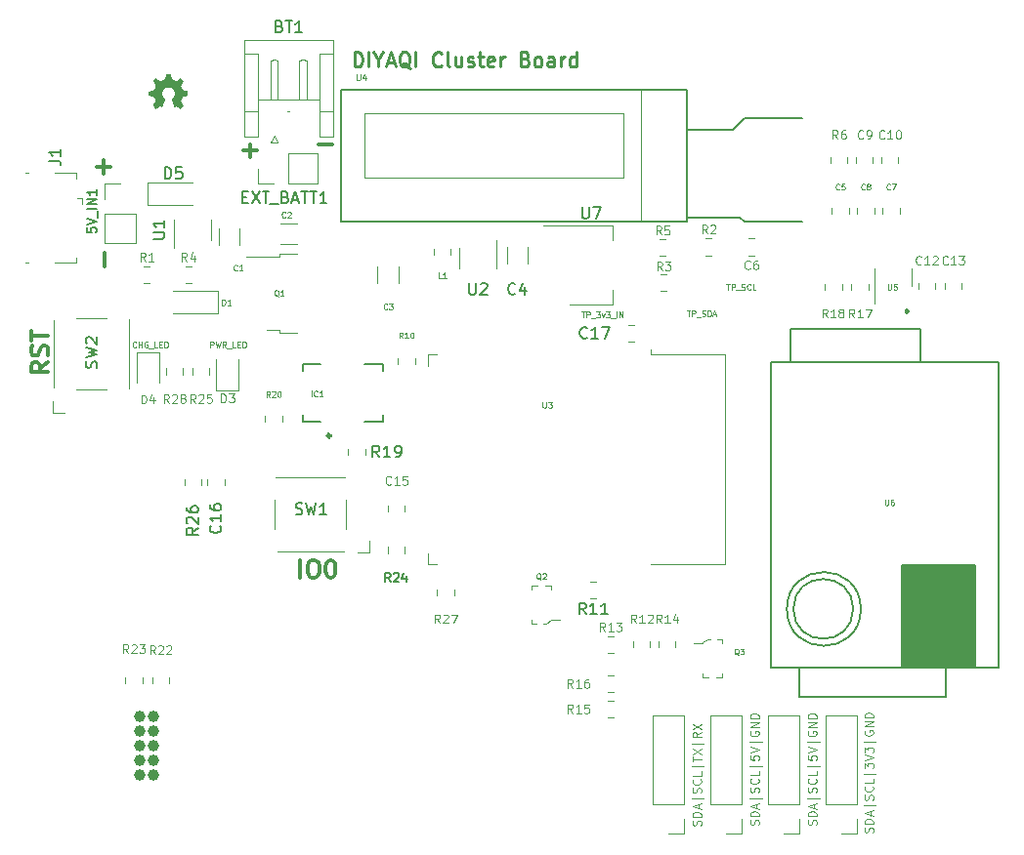
<source format=gbr>
%TF.GenerationSoftware,KiCad,Pcbnew,(5.99.0-8928-gc255dede17)*%
%TF.CreationDate,2021-02-24T19:05:11-08:00*%
%TF.ProjectId,smbpcb,736d6270-6362-42e6-9b69-6361645f7063,rev?*%
%TF.SameCoordinates,Original*%
%TF.FileFunction,Legend,Top*%
%TF.FilePolarity,Positive*%
%FSLAX46Y46*%
G04 Gerber Fmt 4.6, Leading zero omitted, Abs format (unit mm)*
G04 Created by KiCad (PCBNEW (5.99.0-8928-gc255dede17)) date 2021-02-24 19:05:11*
%MOMM*%
%LPD*%
G01*
G04 APERTURE LIST*
%ADD10C,0.000352*%
%ADD11C,0.100000*%
%ADD12C,0.075000*%
%ADD13C,0.300000*%
%ADD14C,0.250000*%
%ADD15C,0.150000*%
%ADD16C,0.120000*%
%ADD17C,0.127000*%
%ADD18C,1.000000*%
G04 APERTURE END LIST*
D10*
X41815745Y-31762130D02*
X41839028Y-31888425D01*
X41839028Y-31888425D02*
X41867195Y-32037495D01*
X41867195Y-32037495D02*
X41876570Y-32083067D01*
X41876570Y-32083067D02*
X41884184Y-32114202D01*
X41884184Y-32114202D02*
X41887653Y-32125498D01*
X41887653Y-32125498D02*
X41891070Y-32134556D01*
X41891070Y-32134556D02*
X41894563Y-32141832D01*
X41894563Y-32141832D02*
X41898262Y-32147782D01*
X41898262Y-32147782D02*
X41902296Y-32152865D01*
X41902296Y-32152865D02*
X41906793Y-32157536D01*
X41906793Y-32157536D02*
X41917698Y-32167472D01*
X41917698Y-32167472D02*
X41921336Y-32170746D01*
X41921336Y-32170746D02*
X41924809Y-32173739D01*
X41924809Y-32173739D02*
X41928267Y-32176525D01*
X41928267Y-32176525D02*
X41931858Y-32179180D01*
X41931858Y-32179180D02*
X41933751Y-32180480D01*
X41933751Y-32180480D02*
X41935733Y-32181776D01*
X41935733Y-32181776D02*
X41937823Y-32183075D01*
X41937823Y-32183075D02*
X41940041Y-32184389D01*
X41940041Y-32184389D02*
X41944930Y-32187092D01*
X41944930Y-32187092D02*
X41950550Y-32189961D01*
X41950550Y-32189961D02*
X41957051Y-32193070D01*
X41957051Y-32193070D02*
X41964582Y-32196493D01*
X41964582Y-32196493D02*
X41973292Y-32200305D01*
X41973292Y-32200305D02*
X41983331Y-32204580D01*
X41983331Y-32204580D02*
X41994848Y-32209392D01*
X41994848Y-32209392D02*
X42007992Y-32214816D01*
X42007992Y-32214816D02*
X42039759Y-32227797D01*
X42039759Y-32227797D02*
X42118561Y-32259767D01*
X42118561Y-32259767D02*
X42223556Y-32302586D01*
X42223556Y-32302586D02*
X42232807Y-32306259D01*
X42232807Y-32306259D02*
X42242137Y-32309812D01*
X42242137Y-32309812D02*
X42251294Y-32313159D01*
X42251294Y-32313159D02*
X42260024Y-32316212D01*
X42260024Y-32316212D02*
X42268077Y-32318884D01*
X42268077Y-32318884D02*
X42275199Y-32321090D01*
X42275199Y-32321090D02*
X42281140Y-32322741D01*
X42281140Y-32322741D02*
X42285645Y-32323752D01*
X42285645Y-32323752D02*
X42289869Y-32324444D01*
X42289869Y-32324444D02*
X42294433Y-32324936D01*
X42294433Y-32324936D02*
X42299280Y-32325236D01*
X42299280Y-32325236D02*
X42304353Y-32325351D01*
X42304353Y-32325351D02*
X42309596Y-32325288D01*
X42309596Y-32325288D02*
X42314952Y-32325054D01*
X42314952Y-32325054D02*
X42320363Y-32324658D01*
X42320363Y-32324658D02*
X42325773Y-32324105D01*
X42325773Y-32324105D02*
X42331126Y-32323403D01*
X42331126Y-32323403D02*
X42336364Y-32322560D01*
X42336364Y-32322560D02*
X42341430Y-32321583D01*
X42341430Y-32321583D02*
X42346268Y-32320478D01*
X42346268Y-32320478D02*
X42350820Y-32319253D01*
X42350820Y-32319253D02*
X42355030Y-32317916D01*
X42355030Y-32317916D02*
X42358842Y-32316474D01*
X42358842Y-32316474D02*
X42362198Y-32314933D01*
X42362198Y-32314933D02*
X42369649Y-32310586D01*
X42369649Y-32310586D02*
X42382322Y-32302586D01*
X42382322Y-32302586D02*
X42399584Y-32291344D01*
X42399584Y-32291344D02*
X42420803Y-32277274D01*
X42420803Y-32277274D02*
X42472579Y-32242305D01*
X42472579Y-32242305D02*
X42532589Y-32200986D01*
X42532589Y-32200986D02*
X42588240Y-32162841D01*
X42588240Y-32162841D02*
X42645478Y-32123374D01*
X42645478Y-32123374D02*
X42704039Y-32083158D01*
X42704039Y-32083158D02*
X42817987Y-32197105D01*
X42817987Y-32197105D02*
X42931934Y-32311052D01*
X42931934Y-32311052D02*
X42913236Y-32337863D01*
X42913236Y-32337863D02*
X42871609Y-32398188D01*
X42871609Y-32398188D02*
X42846429Y-32434745D01*
X42846429Y-32434745D02*
X42818340Y-32475800D01*
X42818340Y-32475800D02*
X42803837Y-32497286D01*
X42803837Y-32497286D02*
X42786192Y-32523072D01*
X42786192Y-32523072D02*
X42750606Y-32574577D01*
X42750606Y-32574577D02*
X42742848Y-32585904D01*
X42742848Y-32585904D02*
X42735304Y-32597194D01*
X42735304Y-32597194D02*
X42728158Y-32608144D01*
X42728158Y-32608144D02*
X42721590Y-32618454D01*
X42721590Y-32618454D02*
X42715783Y-32627821D01*
X42715783Y-32627821D02*
X42710919Y-32635944D01*
X42710919Y-32635944D02*
X42707179Y-32642521D01*
X42707179Y-32642521D02*
X42704745Y-32647249D01*
X42704745Y-32647249D02*
X42702844Y-32651528D01*
X42702844Y-32651528D02*
X42701110Y-32656011D01*
X42701110Y-32656011D02*
X42699545Y-32660672D01*
X42699545Y-32660672D02*
X42698152Y-32665484D01*
X42698152Y-32665484D02*
X42696933Y-32670419D01*
X42696933Y-32670419D02*
X42695890Y-32675452D01*
X42695890Y-32675452D02*
X42695024Y-32680556D01*
X42695024Y-32680556D02*
X42694338Y-32685702D01*
X42694338Y-32685702D02*
X42693834Y-32690865D01*
X42693834Y-32690865D02*
X42693514Y-32696018D01*
X42693514Y-32696018D02*
X42693380Y-32701134D01*
X42693380Y-32701134D02*
X42693434Y-32706185D01*
X42693434Y-32706185D02*
X42693678Y-32711146D01*
X42693678Y-32711146D02*
X42694115Y-32715989D01*
X42694115Y-32715989D02*
X42694745Y-32720687D01*
X42694745Y-32720687D02*
X42695573Y-32725213D01*
X42695573Y-32725213D02*
X42703124Y-32746597D01*
X42703124Y-32746597D02*
X42720069Y-32788862D01*
X42720069Y-32788862D02*
X42770097Y-32907908D01*
X42770097Y-32907908D02*
X42821581Y-33026094D01*
X42821581Y-33026094D02*
X42840344Y-33067284D01*
X42840344Y-33067284D02*
X42850442Y-33087163D01*
X42850442Y-33087163D02*
X42852945Y-33090578D01*
X42852945Y-33090578D02*
X42855800Y-33094055D01*
X42855800Y-33094055D02*
X42858969Y-33097567D01*
X42858969Y-33097567D02*
X42862415Y-33101087D01*
X42862415Y-33101087D02*
X42866100Y-33104586D01*
X42866100Y-33104586D02*
X42869988Y-33108036D01*
X42869988Y-33108036D02*
X42874042Y-33111410D01*
X42874042Y-33111410D02*
X42878223Y-33114680D01*
X42878223Y-33114680D02*
X42882496Y-33117817D01*
X42882496Y-33117817D02*
X42886822Y-33120794D01*
X42886822Y-33120794D02*
X42891165Y-33123583D01*
X42891165Y-33123583D02*
X42895488Y-33126156D01*
X42895488Y-33126156D02*
X42899752Y-33128485D01*
X42899752Y-33128485D02*
X42903921Y-33130543D01*
X42903921Y-33130543D02*
X42907958Y-33132300D01*
X42907958Y-33132300D02*
X42911826Y-33133730D01*
X42911826Y-33133730D02*
X42917083Y-33135153D01*
X42917083Y-33135153D02*
X42926174Y-33137241D01*
X42926174Y-33137241D02*
X42953850Y-33143035D01*
X42953850Y-33143035D02*
X42990853Y-33150349D01*
X42990853Y-33150349D02*
X43033181Y-33158425D01*
X43033181Y-33158425D02*
X43131826Y-33176504D01*
X43131826Y-33176504D02*
X43220153Y-33192997D01*
X43220153Y-33192997D02*
X43301292Y-33208166D01*
X43301292Y-33208166D02*
X43302350Y-33369033D01*
X43302350Y-33369033D02*
X43302615Y-33458098D01*
X43302615Y-33458098D02*
X43302474Y-33486644D01*
X43302474Y-33486644D02*
X43302086Y-33506616D01*
X43302086Y-33506616D02*
X43301399Y-33519577D01*
X43301399Y-33519577D02*
X43300366Y-33527088D01*
X43300366Y-33527088D02*
X43299703Y-33529289D01*
X43299703Y-33529289D02*
X43298936Y-33530714D01*
X43298936Y-33530714D02*
X43298056Y-33531558D01*
X43298056Y-33531558D02*
X43297059Y-33532016D01*
X43297059Y-33532016D02*
X43283190Y-33534844D01*
X43283190Y-33534844D02*
X43250139Y-33541144D01*
X43250139Y-33541144D02*
X43146070Y-33560591D01*
X43146070Y-33560591D02*
X42965448Y-33594105D01*
X42965448Y-33594105D02*
X42957793Y-33595550D01*
X42957793Y-33595550D02*
X42950047Y-33597197D01*
X42950047Y-33597197D02*
X42942417Y-33598985D01*
X42942417Y-33598985D02*
X42935109Y-33600852D01*
X42935109Y-33600852D02*
X42928330Y-33602735D01*
X42928330Y-33602735D02*
X42922288Y-33604573D01*
X42922288Y-33604573D02*
X42917187Y-33606303D01*
X42917187Y-33606303D02*
X42913236Y-33607863D01*
X42913236Y-33607863D02*
X42909245Y-33609792D01*
X42909245Y-33609792D02*
X42905103Y-33612113D01*
X42905103Y-33612113D02*
X42900850Y-33614790D01*
X42900850Y-33614790D02*
X42896524Y-33617785D01*
X42896524Y-33617785D02*
X42892165Y-33621062D01*
X42892165Y-33621062D02*
X42887812Y-33624582D01*
X42887812Y-33624582D02*
X42883504Y-33628309D01*
X42883504Y-33628309D02*
X42879282Y-33632205D01*
X42879282Y-33632205D02*
X42875183Y-33636234D01*
X42875183Y-33636234D02*
X42871248Y-33640357D01*
X42871248Y-33640357D02*
X42867515Y-33644539D01*
X42867515Y-33644539D02*
X42864024Y-33648741D01*
X42864024Y-33648741D02*
X42860814Y-33652927D01*
X42860814Y-33652927D02*
X42857925Y-33657059D01*
X42857925Y-33657059D02*
X42855395Y-33661100D01*
X42855395Y-33661100D02*
X42853264Y-33665013D01*
X42853264Y-33665013D02*
X42850192Y-33671698D01*
X42850192Y-33671698D02*
X42844627Y-33684626D01*
X42844627Y-33684626D02*
X42827291Y-33726132D01*
X42827291Y-33726132D02*
X42803804Y-33783381D01*
X42803804Y-33783381D02*
X42776711Y-33850222D01*
X42776711Y-33850222D02*
X42708626Y-34019202D01*
X42708626Y-34019202D02*
X42708626Y-34058008D01*
X42708626Y-34058008D02*
X42708735Y-34073016D01*
X42708735Y-34073016D02*
X42708958Y-34079391D01*
X42708958Y-34079391D02*
X42709370Y-34085205D01*
X42709370Y-34085205D02*
X42710027Y-34090601D01*
X42710027Y-34090601D02*
X42710988Y-34095723D01*
X42710988Y-34095723D02*
X42711600Y-34098227D01*
X42711600Y-34098227D02*
X42712310Y-34100715D01*
X42712310Y-34100715D02*
X42713124Y-34103208D01*
X42713124Y-34103208D02*
X42714050Y-34105721D01*
X42714050Y-34105721D02*
X42716265Y-34110884D01*
X42716265Y-34110884D02*
X42719013Y-34116347D01*
X42719013Y-34116347D02*
X42722351Y-34122255D01*
X42722351Y-34122255D02*
X42726336Y-34128751D01*
X42726336Y-34128751D02*
X42731027Y-34135978D01*
X42731027Y-34135978D02*
X42736479Y-34144081D01*
X42736479Y-34144081D02*
X42749901Y-34163488D01*
X42749901Y-34163488D02*
X42776006Y-34201632D01*
X42776006Y-34201632D02*
X42790779Y-34223267D01*
X42790779Y-34223267D02*
X42804228Y-34243216D01*
X42804228Y-34243216D02*
X42832318Y-34284271D01*
X42832318Y-34284271D02*
X42857498Y-34320827D01*
X42857498Y-34320827D02*
X42906534Y-34391736D01*
X42906534Y-34391736D02*
X42932287Y-34429130D01*
X42932287Y-34429130D02*
X42818340Y-34542724D01*
X42818340Y-34542724D02*
X42704392Y-34656672D01*
X42704392Y-34656672D02*
X42561870Y-34558600D01*
X42561870Y-34558600D02*
X42504703Y-34519568D01*
X42504703Y-34519568D02*
X42454317Y-34485795D01*
X42454317Y-34485795D02*
X42416167Y-34460819D01*
X42416167Y-34460819D02*
X42403386Y-34452736D01*
X42403386Y-34452736D02*
X42395711Y-34448180D01*
X42395711Y-34448180D02*
X42388252Y-34444524D01*
X42388252Y-34444524D02*
X42384985Y-34443010D01*
X42384985Y-34443010D02*
X42381942Y-34441687D01*
X42381942Y-34441687D02*
X42379061Y-34440541D01*
X42379061Y-34440541D02*
X42376277Y-34439560D01*
X42376277Y-34439560D02*
X42373529Y-34438730D01*
X42373529Y-34438730D02*
X42370753Y-34438038D01*
X42370753Y-34438038D02*
X42367885Y-34437469D01*
X42367885Y-34437469D02*
X42364864Y-34437011D01*
X42364864Y-34437011D02*
X42361626Y-34436650D01*
X42361626Y-34436650D02*
X42358108Y-34436373D01*
X42358108Y-34436373D02*
X42354246Y-34436166D01*
X42354246Y-34436166D02*
X42349979Y-34436016D01*
X42349979Y-34436016D02*
X42339973Y-34435833D01*
X42339973Y-34435833D02*
X42307870Y-34435833D01*
X42307870Y-34435833D02*
X42257070Y-34461938D01*
X42257070Y-34461938D02*
X42237105Y-34471992D01*
X42237105Y-34471992D02*
X42220646Y-34479930D01*
X42220646Y-34479930D02*
X42214247Y-34482857D01*
X42214247Y-34482857D02*
X42209346Y-34484957D01*
X42209346Y-34484957D02*
X42206147Y-34486131D01*
X42206147Y-34486131D02*
X42205251Y-34486340D01*
X42205251Y-34486340D02*
X42204859Y-34486280D01*
X42204859Y-34486280D02*
X42203940Y-34484433D01*
X42203940Y-34484433D02*
X42201805Y-34479638D01*
X42201805Y-34479638D02*
X42194452Y-34462512D01*
X42194452Y-34462512D02*
X42183924Y-34437514D01*
X42183924Y-34437514D02*
X42171345Y-34407258D01*
X42171345Y-34407258D02*
X41974407Y-33928627D01*
X41974407Y-33928627D02*
X41960829Y-33893491D01*
X41960829Y-33893491D02*
X41955544Y-33877132D01*
X41955544Y-33877132D02*
X41955568Y-33872035D01*
X41955568Y-33872035D02*
X41957915Y-33870683D01*
X41957915Y-33870683D02*
X41959521Y-33869421D01*
X41959521Y-33869421D02*
X41961635Y-33867800D01*
X41961635Y-33867800D02*
X41967043Y-33863759D01*
X41967043Y-33863759D02*
X41970162Y-33861481D01*
X41970162Y-33861481D02*
X41973442Y-33859124D01*
X41973442Y-33859124D02*
X41976797Y-33856758D01*
X41976797Y-33856758D02*
X41980139Y-33854455D01*
X41980139Y-33854455D02*
X42001494Y-33838834D01*
X42001494Y-33838834D02*
X42022139Y-33822170D01*
X42022139Y-33822170D02*
X42042036Y-33804523D01*
X42042036Y-33804523D02*
X42061146Y-33785950D01*
X42061146Y-33785950D02*
X42079429Y-33766509D01*
X42079429Y-33766509D02*
X42096845Y-33746257D01*
X42096845Y-33746257D02*
X42113357Y-33725253D01*
X42113357Y-33725253D02*
X42128923Y-33703554D01*
X42128923Y-33703554D02*
X42143506Y-33681219D01*
X42143506Y-33681219D02*
X42157066Y-33658305D01*
X42157066Y-33658305D02*
X42169563Y-33634870D01*
X42169563Y-33634870D02*
X42180958Y-33610972D01*
X42180958Y-33610972D02*
X42191212Y-33586669D01*
X42191212Y-33586669D02*
X42200287Y-33562019D01*
X42200287Y-33562019D02*
X42208141Y-33537079D01*
X42208141Y-33537079D02*
X42214737Y-33511908D01*
X42214737Y-33511908D02*
X42219410Y-33490976D01*
X42219410Y-33490976D02*
X42223154Y-33471454D01*
X42223154Y-33471454D02*
X42226029Y-33452767D01*
X42226029Y-33452767D02*
X42227160Y-33443557D01*
X42227160Y-33443557D02*
X42228098Y-33434341D01*
X42228098Y-33434341D02*
X42229423Y-33415600D01*
X42229423Y-33415600D02*
X42230066Y-33395971D01*
X42230066Y-33395971D02*
X42230089Y-33374878D01*
X42230089Y-33374878D02*
X42229553Y-33351747D01*
X42229553Y-33351747D02*
X42228200Y-33323429D01*
X42228200Y-33323429D02*
X42227188Y-33309977D01*
X42227188Y-33309977D02*
X42225937Y-33296923D01*
X42225937Y-33296923D02*
X42224439Y-33284212D01*
X42224439Y-33284212D02*
X42222682Y-33271789D01*
X42222682Y-33271789D02*
X42220657Y-33259600D01*
X42220657Y-33259600D02*
X42218353Y-33247589D01*
X42218353Y-33247589D02*
X42215759Y-33235703D01*
X42215759Y-33235703D02*
X42212865Y-33223885D01*
X42212865Y-33223885D02*
X42209662Y-33212083D01*
X42209662Y-33212083D02*
X42206138Y-33200240D01*
X42206138Y-33200240D02*
X42202283Y-33188302D01*
X42202283Y-33188302D02*
X42198087Y-33176214D01*
X42198087Y-33176214D02*
X42188631Y-33151369D01*
X42188631Y-33151369D02*
X42175928Y-33122219D01*
X42175928Y-33122219D02*
X42161549Y-33093818D01*
X42161549Y-33093818D02*
X42145574Y-33066238D01*
X42145574Y-33066238D02*
X42128080Y-33039549D01*
X42128080Y-33039549D02*
X42109145Y-33013824D01*
X42109145Y-33013824D02*
X42088848Y-32989134D01*
X42088848Y-32989134D02*
X42067266Y-32965549D01*
X42067266Y-32965549D02*
X42044477Y-32943142D01*
X42044477Y-32943142D02*
X42020560Y-32921983D01*
X42020560Y-32921983D02*
X41995592Y-32902144D01*
X41995592Y-32902144D02*
X41969652Y-32883696D01*
X41969652Y-32883696D02*
X41942817Y-32866710D01*
X41942817Y-32866710D02*
X41915165Y-32851259D01*
X41915165Y-32851259D02*
X41886775Y-32837412D01*
X41886775Y-32837412D02*
X41857725Y-32825242D01*
X41857725Y-32825242D02*
X41828092Y-32814819D01*
X41828092Y-32814819D02*
X41803383Y-32807301D01*
X41803383Y-32807301D02*
X41792130Y-32804124D01*
X41792130Y-32804124D02*
X41781426Y-32801309D01*
X41781426Y-32801309D02*
X41771132Y-32798834D01*
X41771132Y-32798834D02*
X41761107Y-32796680D01*
X41761107Y-32796680D02*
X41751213Y-32794828D01*
X41751213Y-32794828D02*
X41741309Y-32793255D01*
X41741309Y-32793255D02*
X41731256Y-32791944D01*
X41731256Y-32791944D02*
X41720915Y-32790872D01*
X41720915Y-32790872D02*
X41710147Y-32790021D01*
X41710147Y-32790021D02*
X41698810Y-32789369D01*
X41698810Y-32789369D02*
X41673877Y-32788586D01*
X41673877Y-32788586D02*
X41645001Y-32788361D01*
X41645001Y-32788361D02*
X41615451Y-32788618D01*
X41615451Y-32788618D02*
X41589846Y-32789496D01*
X41589846Y-32789496D02*
X41578184Y-32790217D01*
X41578184Y-32790217D02*
X41567101Y-32791151D01*
X41567101Y-32791151D02*
X41556464Y-32792319D01*
X41556464Y-32792319D02*
X41546135Y-32793740D01*
X41546135Y-32793740D02*
X41535979Y-32795435D01*
X41535979Y-32795435D02*
X41525862Y-32797421D01*
X41525862Y-32797421D02*
X41515648Y-32799720D01*
X41515648Y-32799720D02*
X41505201Y-32802350D01*
X41505201Y-32802350D02*
X41483069Y-32808685D01*
X41483069Y-32808685D02*
X41458381Y-32816583D01*
X41458381Y-32816583D02*
X41424147Y-32829207D01*
X41424147Y-32829207D02*
X41390952Y-32843872D01*
X41390952Y-32843872D02*
X41358873Y-32860495D01*
X41358873Y-32860495D02*
X41327991Y-32878991D01*
X41327991Y-32878991D02*
X41298385Y-32899278D01*
X41298385Y-32899278D02*
X41270132Y-32921271D01*
X41270132Y-32921271D02*
X41243313Y-32944887D01*
X41243313Y-32944887D02*
X41218007Y-32970041D01*
X41218007Y-32970041D02*
X41194293Y-32996651D01*
X41194293Y-32996651D02*
X41172249Y-33024632D01*
X41172249Y-33024632D02*
X41151955Y-33053901D01*
X41151955Y-33053901D02*
X41133489Y-33084374D01*
X41133489Y-33084374D02*
X41116932Y-33115968D01*
X41116932Y-33115968D02*
X41102362Y-33148598D01*
X41102362Y-33148598D02*
X41089857Y-33182181D01*
X41089857Y-33182181D02*
X41079498Y-33216633D01*
X41079498Y-33216633D02*
X41074051Y-33238010D01*
X41074051Y-33238010D02*
X41069791Y-33256420D01*
X41069791Y-33256420D02*
X41068063Y-33264906D01*
X41068063Y-33264906D02*
X41066581Y-33273126D01*
X41066581Y-33273126D02*
X41065327Y-33281235D01*
X41065327Y-33281235D02*
X41064284Y-33289393D01*
X41064284Y-33289393D02*
X41063436Y-33297758D01*
X41063436Y-33297758D02*
X41062765Y-33306488D01*
X41062765Y-33306488D02*
X41062254Y-33315741D01*
X41062254Y-33315741D02*
X41061886Y-33325674D01*
X41061886Y-33325674D02*
X41061512Y-33348218D01*
X41061512Y-33348218D02*
X41061506Y-33375383D01*
X41061506Y-33375383D02*
X41061565Y-33397568D01*
X41061565Y-33397568D02*
X41061782Y-33415941D01*
X41061782Y-33415941D02*
X41062213Y-33431255D01*
X41062213Y-33431255D02*
X41062917Y-33444263D01*
X41062917Y-33444263D02*
X41063952Y-33455716D01*
X41063952Y-33455716D02*
X41065376Y-33466366D01*
X41065376Y-33466366D02*
X41067246Y-33476968D01*
X41067246Y-33476968D02*
X41069620Y-33488272D01*
X41069620Y-33488272D02*
X41076389Y-33516748D01*
X41076389Y-33516748D02*
X41084383Y-33544616D01*
X41084383Y-33544616D02*
X41093586Y-33571853D01*
X41093586Y-33571853D02*
X41103983Y-33598438D01*
X41103983Y-33598438D02*
X41115558Y-33624349D01*
X41115558Y-33624349D02*
X41128295Y-33649564D01*
X41128295Y-33649564D02*
X41142180Y-33674062D01*
X41142180Y-33674062D02*
X41157197Y-33697822D01*
X41157197Y-33697822D02*
X41173330Y-33720820D01*
X41173330Y-33720820D02*
X41190564Y-33743037D01*
X41190564Y-33743037D02*
X41208882Y-33764449D01*
X41208882Y-33764449D02*
X41228271Y-33785035D01*
X41228271Y-33785035D02*
X41248714Y-33804774D01*
X41248714Y-33804774D02*
X41270195Y-33823643D01*
X41270195Y-33823643D02*
X41292699Y-33841622D01*
X41292699Y-33841622D02*
X41316212Y-33858688D01*
X41316212Y-33858688D02*
X41320595Y-33861718D01*
X41320595Y-33861718D02*
X41324689Y-33864669D01*
X41324689Y-33864669D02*
X41328403Y-33867463D01*
X41328403Y-33867463D02*
X41331646Y-33870021D01*
X41331646Y-33870021D02*
X41334326Y-33872265D01*
X41334326Y-33872265D02*
X41336353Y-33874117D01*
X41336353Y-33874117D02*
X41337093Y-33874871D01*
X41337093Y-33874871D02*
X41337636Y-33875497D01*
X41337636Y-33875497D02*
X41337970Y-33875986D01*
X41337970Y-33875986D02*
X41338084Y-33876327D01*
X41338084Y-33876327D02*
X41338023Y-33876672D01*
X41338023Y-33876672D02*
X41337843Y-33877298D01*
X41337843Y-33877298D02*
X41337152Y-33879331D01*
X41337152Y-33879331D02*
X41336056Y-33882299D01*
X41336056Y-33882299D02*
X41334600Y-33886073D01*
X41334600Y-33886073D02*
X41332830Y-33890524D01*
X41332830Y-33890524D02*
X41330791Y-33895526D01*
X41330791Y-33895526D02*
X41328529Y-33900949D01*
X41328529Y-33900949D02*
X41326090Y-33906666D01*
X41326090Y-33906666D02*
X41319100Y-33922988D01*
X41319100Y-33922988D02*
X41309068Y-33947015D01*
X41309068Y-33947015D02*
X41285167Y-34005091D01*
X41285167Y-34005091D02*
X41260826Y-34064181D01*
X41260826Y-34064181D02*
X41242834Y-34107397D01*
X41242834Y-34107397D02*
X41224842Y-34150480D01*
X41224842Y-34150480D02*
X41200501Y-34209702D01*
X41200501Y-34209702D02*
X41176159Y-34268792D01*
X41176159Y-34268792D02*
X41158167Y-34312008D01*
X41158167Y-34312008D02*
X41140176Y-34355091D01*
X41140176Y-34355091D02*
X41115834Y-34414313D01*
X41115834Y-34414313D02*
X41104495Y-34441830D01*
X41104495Y-34441830D02*
X41094976Y-34464584D01*
X41094976Y-34464584D02*
X41088301Y-34480195D01*
X41088301Y-34480195D02*
X41085495Y-34486280D01*
X41085495Y-34486280D02*
X41085331Y-34486343D01*
X41085331Y-34486343D02*
X41085040Y-34486336D01*
X41085040Y-34486336D02*
X41084090Y-34486117D01*
X41084090Y-34486117D02*
X41082670Y-34485636D01*
X41082670Y-34485636D02*
X41080804Y-34484907D01*
X41080804Y-34484907D02*
X41075840Y-34482764D01*
X41075840Y-34482764D02*
X41069400Y-34479798D01*
X41069400Y-34479798D02*
X41061686Y-34476120D01*
X41061686Y-34476120D02*
X41052902Y-34471844D01*
X41052902Y-34471844D02*
X41032931Y-34461938D01*
X41032931Y-34461938D02*
X40982131Y-34435833D01*
X40982131Y-34435833D02*
X40951087Y-34435833D01*
X40951087Y-34435833D02*
X40935784Y-34435833D01*
X40935784Y-34435833D02*
X40932488Y-34435922D01*
X40932488Y-34435922D02*
X40929294Y-34436108D01*
X40929294Y-34436108D02*
X40926146Y-34436422D01*
X40926146Y-34436422D02*
X40922991Y-34436897D01*
X40922991Y-34436897D02*
X40919774Y-34437561D01*
X40919774Y-34437561D02*
X40916439Y-34438448D01*
X40916439Y-34438448D02*
X40912932Y-34439587D01*
X40912932Y-34439587D02*
X40909198Y-34441011D01*
X40909198Y-34441011D02*
X40905182Y-34442749D01*
X40905182Y-34442749D02*
X40900829Y-34444833D01*
X40900829Y-34444833D02*
X40896085Y-34447295D01*
X40896085Y-34447295D02*
X40890894Y-34450164D01*
X40890894Y-34450164D02*
X40885202Y-34453473D01*
X40885202Y-34453473D02*
X40878954Y-34457252D01*
X40878954Y-34457252D02*
X40864570Y-34466346D01*
X40864570Y-34466346D02*
X40847304Y-34477694D01*
X40847304Y-34477694D02*
X40826716Y-34491544D01*
X40826716Y-34491544D02*
X40802368Y-34508146D01*
X40802368Y-34508146D02*
X40773822Y-34527747D01*
X40773822Y-34527747D02*
X40702378Y-34576944D01*
X40702378Y-34576944D02*
X40664896Y-34602653D01*
X40664896Y-34602653D02*
X40644335Y-34616681D01*
X40644335Y-34616681D02*
X40625826Y-34629155D01*
X40625826Y-34629155D02*
X40585962Y-34656672D01*
X40585962Y-34656672D02*
X40472015Y-34543077D01*
X40472015Y-34543077D02*
X40358067Y-34429130D01*
X40358067Y-34429130D02*
X40387701Y-34386444D01*
X40387701Y-34386444D02*
X40506532Y-34212976D01*
X40506532Y-34212976D02*
X40541775Y-34160039D01*
X40541775Y-34160039D02*
X40564442Y-34123448D01*
X40564442Y-34123448D02*
X40571889Y-34109833D01*
X40571889Y-34109833D02*
X40577188Y-34098565D01*
X40577188Y-34098565D02*
X40580669Y-34089064D01*
X40580669Y-34089064D02*
X40582665Y-34080751D01*
X40582665Y-34080751D02*
X40583508Y-34073045D01*
X40583508Y-34073045D02*
X40583530Y-34065368D01*
X40583530Y-34065368D02*
X40582434Y-34047777D01*
X40582434Y-34047777D02*
X40582072Y-34042853D01*
X40582072Y-34042853D02*
X40581589Y-34038102D01*
X40581589Y-34038102D02*
X40580898Y-34033274D01*
X40580898Y-34033274D02*
X40579909Y-34028121D01*
X40579909Y-34028121D02*
X40578537Y-34022393D01*
X40578537Y-34022393D02*
X40576692Y-34015841D01*
X40576692Y-34015841D02*
X40574287Y-34008217D01*
X40574287Y-34008217D02*
X40571233Y-33999270D01*
X40571233Y-33999270D02*
X40567444Y-33988753D01*
X40567444Y-33988753D02*
X40562831Y-33976415D01*
X40562831Y-33976415D02*
X40557307Y-33962009D01*
X40557307Y-33962009D02*
X40550783Y-33945284D01*
X40550783Y-33945284D02*
X40534386Y-33903884D01*
X40534386Y-33903884D02*
X40512937Y-33850222D01*
X40512937Y-33850222D02*
X40462534Y-33726132D01*
X40462534Y-33726132D02*
X40445319Y-33684626D01*
X40445319Y-33684626D02*
X40436737Y-33665013D01*
X40436737Y-33665013D02*
X40434606Y-33661100D01*
X40434606Y-33661100D02*
X40432075Y-33657059D01*
X40432075Y-33657059D02*
X40429184Y-33652927D01*
X40429184Y-33652927D02*
X40425971Y-33648741D01*
X40425971Y-33648741D02*
X40422475Y-33644539D01*
X40422475Y-33644539D02*
X40418735Y-33640357D01*
X40418735Y-33640357D02*
X40414788Y-33636234D01*
X40414788Y-33636234D02*
X40410675Y-33632205D01*
X40410675Y-33632205D02*
X40406434Y-33628309D01*
X40406434Y-33628309D02*
X40402103Y-33624582D01*
X40402103Y-33624582D02*
X40397722Y-33621062D01*
X40397722Y-33621062D02*
X40393329Y-33617785D01*
X40393329Y-33617785D02*
X40388962Y-33614790D01*
X40388962Y-33614790D02*
X40384661Y-33612113D01*
X40384661Y-33612113D02*
X40380465Y-33609792D01*
X40380465Y-33609792D02*
X40376412Y-33607863D01*
X40376412Y-33607863D02*
X40373845Y-33606923D01*
X40373845Y-33606923D02*
X40369636Y-33605701D01*
X40369636Y-33605701D02*
X40356601Y-33602472D01*
X40356601Y-33602472D02*
X40337927Y-33598301D01*
X40337927Y-33598301D02*
X40314235Y-33593311D01*
X40314235Y-33593311D02*
X40254273Y-33581372D01*
X40254273Y-33581372D02*
X40181678Y-33567647D01*
X40181678Y-33567647D02*
X39994706Y-33532369D01*
X39994706Y-33532369D02*
X39986945Y-33530605D01*
X39986945Y-33530605D02*
X39987651Y-33369386D01*
X39987651Y-33369386D02*
X39988709Y-33208166D01*
X39988709Y-33208166D02*
X40173917Y-33173947D01*
X40173917Y-33173947D02*
X40247284Y-33160017D01*
X40247284Y-33160017D02*
X40310001Y-33147709D01*
X40310001Y-33147709D02*
X40355388Y-33138377D01*
X40355388Y-33138377D02*
X40376764Y-33133377D01*
X40376764Y-33133377D02*
X40380822Y-33131947D01*
X40380822Y-33131947D02*
X40385033Y-33130190D01*
X40385033Y-33130190D02*
X40389361Y-33128133D01*
X40389361Y-33128133D02*
X40393769Y-33125804D01*
X40393769Y-33125804D02*
X40398221Y-33123231D01*
X40398221Y-33123231D02*
X40402679Y-33120442D01*
X40402679Y-33120442D02*
X40407107Y-33117465D01*
X40407107Y-33117465D02*
X40411469Y-33114327D01*
X40411469Y-33114327D02*
X40415727Y-33111058D01*
X40415727Y-33111058D02*
X40419845Y-33107684D01*
X40419845Y-33107684D02*
X40423787Y-33104233D01*
X40423787Y-33104233D02*
X40427515Y-33100734D01*
X40427515Y-33100734D02*
X40430993Y-33097215D01*
X40430993Y-33097215D02*
X40434184Y-33093702D01*
X40434184Y-33093702D02*
X40437052Y-33090225D01*
X40437052Y-33090225D02*
X40439559Y-33086811D01*
X40439559Y-33086811D02*
X40449657Y-33066948D01*
X40449657Y-33066948D02*
X40468415Y-33025802D01*
X40468415Y-33025802D02*
X40519860Y-32907776D01*
X40519860Y-32907776D02*
X40569784Y-32788956D01*
X40569784Y-32788956D02*
X40586640Y-32746818D01*
X40586640Y-32746818D02*
X40594076Y-32725566D01*
X40594076Y-32725566D02*
X40594965Y-32720978D01*
X40594965Y-32720978D02*
X40595651Y-32716225D01*
X40595651Y-32716225D02*
X40596136Y-32711335D01*
X40596136Y-32711335D02*
X40596424Y-32706334D01*
X40596424Y-32706334D02*
X40596517Y-32701249D01*
X40596517Y-32701249D02*
X40596420Y-32696104D01*
X40596420Y-32696104D02*
X40596134Y-32690928D01*
X40596134Y-32690928D02*
X40595663Y-32685746D01*
X40595663Y-32685746D02*
X40595010Y-32680585D01*
X40595010Y-32680585D02*
X40594179Y-32675471D01*
X40594179Y-32675471D02*
X40593172Y-32670430D01*
X40593172Y-32670430D02*
X40591992Y-32665489D01*
X40591992Y-32665489D02*
X40590643Y-32660674D01*
X40590643Y-32660674D02*
X40589127Y-32656012D01*
X40589127Y-32656012D02*
X40587448Y-32651528D01*
X40587448Y-32651528D02*
X40585609Y-32647249D01*
X40585609Y-32647249D02*
X40584477Y-32645009D01*
X40584477Y-32645009D02*
X40582823Y-32642024D01*
X40582823Y-32642024D02*
X40578074Y-32634020D01*
X40578074Y-32634020D02*
X40571613Y-32623635D01*
X40571613Y-32623635D02*
X40563693Y-32611266D01*
X40563693Y-32611266D02*
X40554565Y-32597309D01*
X40554565Y-32597309D02*
X40544483Y-32582162D01*
X40544483Y-32582162D02*
X40533698Y-32566221D01*
X40533698Y-32566221D02*
X40522462Y-32549883D01*
X40522462Y-32549883D02*
X40388362Y-32354268D01*
X40388362Y-32354268D02*
X40366143Y-32320787D01*
X40366143Y-32320787D02*
X40362001Y-32313848D01*
X40362001Y-32313848D02*
X40360890Y-32311052D01*
X40360890Y-32311052D02*
X40361471Y-32310202D01*
X40361471Y-32310202D02*
X40363178Y-32308222D01*
X40363178Y-32308222D02*
X40369742Y-32301114D01*
X40369742Y-32301114D02*
X40380126Y-32290210D01*
X40380126Y-32290210D02*
X40393874Y-32275995D01*
X40393874Y-32275995D02*
X40410533Y-32258952D01*
X40410533Y-32258952D02*
X40429648Y-32239565D01*
X40429648Y-32239565D02*
X40450764Y-32218318D01*
X40450764Y-32218318D02*
X40473426Y-32195694D01*
X40473426Y-32195694D02*
X40585962Y-32083158D01*
X40585962Y-32083158D02*
X40642053Y-32121611D01*
X40642053Y-32121611D02*
X40762351Y-32204161D01*
X40762351Y-32204161D02*
X40871006Y-32278597D01*
X40871006Y-32278597D02*
X40887452Y-32289886D01*
X40887452Y-32289886D02*
X40901433Y-32299058D01*
X40901433Y-32299058D02*
X40907671Y-32302933D01*
X40907671Y-32302933D02*
X40913497Y-32306378D01*
X40913497Y-32306378D02*
X40918979Y-32309426D01*
X40918979Y-32309426D02*
X40924187Y-32312111D01*
X40924187Y-32312111D02*
X40929189Y-32314464D01*
X40929189Y-32314464D02*
X40934051Y-32316520D01*
X40934051Y-32316520D02*
X40938844Y-32318312D01*
X40938844Y-32318312D02*
X40943634Y-32319872D01*
X40943634Y-32319872D02*
X40948491Y-32321233D01*
X40948491Y-32321233D02*
X40953482Y-32322429D01*
X40953482Y-32322429D02*
X40958675Y-32323493D01*
X40958675Y-32323493D02*
X40964139Y-32324458D01*
X40964139Y-32324458D02*
X40970469Y-32325412D01*
X40970469Y-32325412D02*
X40976444Y-32326085D01*
X40976444Y-32326085D02*
X40979400Y-32326284D01*
X40979400Y-32326284D02*
X40982388Y-32326372D01*
X40982388Y-32326372D02*
X40985449Y-32326338D01*
X40985449Y-32326338D02*
X40988625Y-32326167D01*
X40988625Y-32326167D02*
X40991954Y-32325846D01*
X40991954Y-32325846D02*
X40995477Y-32325361D01*
X40995477Y-32325361D02*
X40999235Y-32324701D01*
X40999235Y-32324701D02*
X41003269Y-32323850D01*
X41003269Y-32323850D02*
X41007618Y-32322797D01*
X41007618Y-32322797D02*
X41012324Y-32321527D01*
X41012324Y-32321527D02*
X41017426Y-32320027D01*
X41017426Y-32320027D02*
X41022965Y-32318284D01*
X41022965Y-32318284D02*
X41028982Y-32316285D01*
X41028982Y-32316285D02*
X41035517Y-32314017D01*
X41035517Y-32314017D02*
X41050301Y-32308617D01*
X41050301Y-32308617D02*
X41067643Y-32301980D01*
X41067643Y-32301980D02*
X41087865Y-32293998D01*
X41087865Y-32293998D02*
X41111291Y-32284565D01*
X41111291Y-32284565D02*
X41138245Y-32273574D01*
X41138245Y-32273574D02*
X41204028Y-32246494D01*
X41204028Y-32246494D02*
X41281639Y-32214744D01*
X41281639Y-32214744D02*
X41303141Y-32205959D01*
X41303141Y-32205959D02*
X41320037Y-32198902D01*
X41320037Y-32198902D02*
X41333146Y-32193152D01*
X41333146Y-32193152D02*
X41343287Y-32188286D01*
X41343287Y-32188286D02*
X41347501Y-32186053D01*
X41347501Y-32186053D02*
X41351279Y-32183883D01*
X41351279Y-32183883D02*
X41354724Y-32181723D01*
X41354724Y-32181723D02*
X41357939Y-32179521D01*
X41357939Y-32179521D02*
X41364086Y-32174779D01*
X41364086Y-32174779D02*
X41370539Y-32169236D01*
X41370539Y-32169236D02*
X41375885Y-32164339D01*
X41375885Y-32164339D02*
X41380713Y-32159616D01*
X41380713Y-32159616D02*
X41382949Y-32157277D01*
X41382949Y-32157277D02*
X41385074Y-32154931D01*
X41385074Y-32154931D02*
X41387096Y-32152562D01*
X41387096Y-32152562D02*
X41389022Y-32150153D01*
X41389022Y-32150153D02*
X41390857Y-32147686D01*
X41390857Y-32147686D02*
X41392607Y-32145147D01*
X41392607Y-32145147D02*
X41394281Y-32142517D01*
X41394281Y-32142517D02*
X41395884Y-32139780D01*
X41395884Y-32139780D02*
X41397422Y-32136920D01*
X41397422Y-32136920D02*
X41398902Y-32133919D01*
X41398902Y-32133919D02*
X41400332Y-32130762D01*
X41400332Y-32130762D02*
X41401716Y-32127431D01*
X41401716Y-32127431D02*
X41403062Y-32123911D01*
X41403062Y-32123911D02*
X41404377Y-32120183D01*
X41404377Y-32120183D02*
X41405666Y-32116232D01*
X41405666Y-32116232D02*
X41406937Y-32112040D01*
X41406937Y-32112040D02*
X41409448Y-32102870D01*
X41409448Y-32102870D02*
X41411963Y-32092540D01*
X41411963Y-32092540D02*
X41414534Y-32080915D01*
X41414534Y-32080915D02*
X41417213Y-32067863D01*
X41417213Y-32067863D02*
X41420052Y-32053250D01*
X41420052Y-32053250D02*
X41423103Y-32036944D01*
X41423103Y-32036944D02*
X41447092Y-31907827D01*
X41447092Y-31907827D02*
X41472140Y-31772714D01*
X41472140Y-31772714D02*
X41483781Y-31710272D01*
X41483781Y-31710272D02*
X41645001Y-31710272D01*
X41645001Y-31710272D02*
X41805867Y-31710272D01*
X41805867Y-31710272D02*
X41815745Y-31762130D01*
X41815745Y-31762130D02*
X41815745Y-31762130D01*
G36*
X41815745Y-31762130D02*
G01*
X41839028Y-31888425D01*
X41867195Y-32037495D01*
X41876570Y-32083067D01*
X41884184Y-32114202D01*
X41887653Y-32125498D01*
X41891070Y-32134556D01*
X41894563Y-32141832D01*
X41898262Y-32147782D01*
X41902296Y-32152865D01*
X41906793Y-32157536D01*
X41917698Y-32167472D01*
X41921336Y-32170746D01*
X41924809Y-32173739D01*
X41928267Y-32176525D01*
X41931858Y-32179180D01*
X41933751Y-32180480D01*
X41935733Y-32181776D01*
X41937823Y-32183075D01*
X41940041Y-32184389D01*
X41944930Y-32187092D01*
X41950550Y-32189961D01*
X41957051Y-32193070D01*
X41964582Y-32196493D01*
X41973292Y-32200305D01*
X41983331Y-32204580D01*
X41994848Y-32209392D01*
X42007992Y-32214816D01*
X42039759Y-32227797D01*
X42118561Y-32259767D01*
X42223556Y-32302586D01*
X42232807Y-32306259D01*
X42242137Y-32309812D01*
X42251294Y-32313159D01*
X42260024Y-32316212D01*
X42268077Y-32318884D01*
X42275199Y-32321090D01*
X42281140Y-32322741D01*
X42285645Y-32323752D01*
X42289869Y-32324444D01*
X42294433Y-32324936D01*
X42299280Y-32325236D01*
X42304353Y-32325351D01*
X42309596Y-32325288D01*
X42314952Y-32325054D01*
X42320363Y-32324658D01*
X42325773Y-32324105D01*
X42331126Y-32323403D01*
X42336364Y-32322560D01*
X42341430Y-32321583D01*
X42346268Y-32320478D01*
X42350820Y-32319253D01*
X42355030Y-32317916D01*
X42358842Y-32316474D01*
X42362198Y-32314933D01*
X42369649Y-32310586D01*
X42382322Y-32302586D01*
X42399584Y-32291344D01*
X42420803Y-32277274D01*
X42472579Y-32242305D01*
X42532589Y-32200986D01*
X42588240Y-32162841D01*
X42645478Y-32123374D01*
X42704039Y-32083158D01*
X42817987Y-32197105D01*
X42931934Y-32311052D01*
X42913236Y-32337863D01*
X42871609Y-32398188D01*
X42846429Y-32434745D01*
X42818340Y-32475800D01*
X42803837Y-32497286D01*
X42786192Y-32523072D01*
X42750606Y-32574577D01*
X42742848Y-32585904D01*
X42735304Y-32597194D01*
X42728158Y-32608144D01*
X42721590Y-32618454D01*
X42715783Y-32627821D01*
X42710919Y-32635944D01*
X42707179Y-32642521D01*
X42704745Y-32647249D01*
X42702844Y-32651528D01*
X42701110Y-32656011D01*
X42699545Y-32660672D01*
X42698152Y-32665484D01*
X42696933Y-32670419D01*
X42695890Y-32675452D01*
X42695024Y-32680556D01*
X42694338Y-32685702D01*
X42693834Y-32690865D01*
X42693514Y-32696018D01*
X42693380Y-32701134D01*
X42693434Y-32706185D01*
X42693678Y-32711146D01*
X42694115Y-32715989D01*
X42694745Y-32720687D01*
X42695573Y-32725213D01*
X42703124Y-32746597D01*
X42720069Y-32788862D01*
X42770097Y-32907908D01*
X42821581Y-33026094D01*
X42840344Y-33067284D01*
X42850442Y-33087163D01*
X42852945Y-33090578D01*
X42855800Y-33094055D01*
X42858969Y-33097567D01*
X42862415Y-33101087D01*
X42866100Y-33104586D01*
X42869988Y-33108036D01*
X42874042Y-33111410D01*
X42878223Y-33114680D01*
X42882496Y-33117817D01*
X42886822Y-33120794D01*
X42891165Y-33123583D01*
X42895488Y-33126156D01*
X42899752Y-33128485D01*
X42903921Y-33130543D01*
X42907958Y-33132300D01*
X42911826Y-33133730D01*
X42917083Y-33135153D01*
X42926174Y-33137241D01*
X42953850Y-33143035D01*
X42990853Y-33150349D01*
X43033181Y-33158425D01*
X43131826Y-33176504D01*
X43220153Y-33192997D01*
X43301292Y-33208166D01*
X43302350Y-33369033D01*
X43302615Y-33458098D01*
X43302474Y-33486644D01*
X43302086Y-33506616D01*
X43301399Y-33519577D01*
X43300366Y-33527088D01*
X43299703Y-33529289D01*
X43298936Y-33530714D01*
X43298056Y-33531558D01*
X43297059Y-33532016D01*
X43283190Y-33534844D01*
X43250139Y-33541144D01*
X43146070Y-33560591D01*
X42965448Y-33594105D01*
X42957793Y-33595550D01*
X42950047Y-33597197D01*
X42942417Y-33598985D01*
X42935109Y-33600852D01*
X42928330Y-33602735D01*
X42922288Y-33604573D01*
X42917187Y-33606303D01*
X42913236Y-33607863D01*
X42909245Y-33609792D01*
X42905103Y-33612113D01*
X42900850Y-33614790D01*
X42896524Y-33617785D01*
X42892165Y-33621062D01*
X42887812Y-33624582D01*
X42883504Y-33628309D01*
X42879282Y-33632205D01*
X42875183Y-33636234D01*
X42871248Y-33640357D01*
X42867515Y-33644539D01*
X42864024Y-33648741D01*
X42860814Y-33652927D01*
X42857925Y-33657059D01*
X42855395Y-33661100D01*
X42853264Y-33665013D01*
X42850192Y-33671698D01*
X42844627Y-33684626D01*
X42827291Y-33726132D01*
X42803804Y-33783381D01*
X42776711Y-33850222D01*
X42708626Y-34019202D01*
X42708626Y-34058008D01*
X42708735Y-34073016D01*
X42708958Y-34079391D01*
X42709370Y-34085205D01*
X42710027Y-34090601D01*
X42710988Y-34095723D01*
X42711600Y-34098227D01*
X42712310Y-34100715D01*
X42713124Y-34103208D01*
X42714050Y-34105721D01*
X42716265Y-34110884D01*
X42719013Y-34116347D01*
X42722351Y-34122255D01*
X42726336Y-34128751D01*
X42731027Y-34135978D01*
X42736479Y-34144081D01*
X42749901Y-34163488D01*
X42776006Y-34201632D01*
X42790779Y-34223267D01*
X42804228Y-34243216D01*
X42832318Y-34284271D01*
X42857498Y-34320827D01*
X42906534Y-34391736D01*
X42932287Y-34429130D01*
X42818340Y-34542724D01*
X42704392Y-34656672D01*
X42561870Y-34558600D01*
X42504703Y-34519568D01*
X42454317Y-34485795D01*
X42416167Y-34460819D01*
X42403386Y-34452736D01*
X42395711Y-34448180D01*
X42388252Y-34444524D01*
X42384985Y-34443010D01*
X42381942Y-34441687D01*
X42379061Y-34440541D01*
X42376277Y-34439560D01*
X42373529Y-34438730D01*
X42370753Y-34438038D01*
X42367885Y-34437469D01*
X42364864Y-34437011D01*
X42361626Y-34436650D01*
X42358108Y-34436373D01*
X42354246Y-34436166D01*
X42349979Y-34436016D01*
X42339973Y-34435833D01*
X42307870Y-34435833D01*
X42257070Y-34461938D01*
X42237105Y-34471992D01*
X42220646Y-34479930D01*
X42214247Y-34482857D01*
X42209346Y-34484957D01*
X42206147Y-34486131D01*
X42205251Y-34486340D01*
X42204859Y-34486280D01*
X42203940Y-34484433D01*
X42201805Y-34479638D01*
X42194452Y-34462512D01*
X42183924Y-34437514D01*
X42171345Y-34407258D01*
X41974407Y-33928627D01*
X41960829Y-33893491D01*
X41955544Y-33877132D01*
X41955568Y-33872035D01*
X41957915Y-33870683D01*
X41959521Y-33869421D01*
X41961635Y-33867800D01*
X41967043Y-33863759D01*
X41970162Y-33861481D01*
X41973442Y-33859124D01*
X41976797Y-33856758D01*
X41980139Y-33854455D01*
X42001494Y-33838834D01*
X42022139Y-33822170D01*
X42042036Y-33804523D01*
X42061146Y-33785950D01*
X42079429Y-33766509D01*
X42096845Y-33746257D01*
X42113357Y-33725253D01*
X42128923Y-33703554D01*
X42143506Y-33681219D01*
X42157066Y-33658305D01*
X42169563Y-33634870D01*
X42180958Y-33610972D01*
X42191212Y-33586669D01*
X42200287Y-33562019D01*
X42208141Y-33537079D01*
X42214737Y-33511908D01*
X42219410Y-33490976D01*
X42223154Y-33471454D01*
X42226029Y-33452767D01*
X42227160Y-33443557D01*
X42228098Y-33434341D01*
X42229423Y-33415600D01*
X42230066Y-33395971D01*
X42230089Y-33374878D01*
X42229553Y-33351747D01*
X42228200Y-33323429D01*
X42227188Y-33309977D01*
X42225937Y-33296923D01*
X42224439Y-33284212D01*
X42222682Y-33271789D01*
X42220657Y-33259600D01*
X42218353Y-33247589D01*
X42215759Y-33235703D01*
X42212865Y-33223885D01*
X42209662Y-33212083D01*
X42206138Y-33200240D01*
X42202283Y-33188302D01*
X42198087Y-33176214D01*
X42188631Y-33151369D01*
X42175928Y-33122219D01*
X42161549Y-33093818D01*
X42145574Y-33066238D01*
X42128080Y-33039549D01*
X42109145Y-33013824D01*
X42088848Y-32989134D01*
X42067266Y-32965549D01*
X42044477Y-32943142D01*
X42020560Y-32921983D01*
X41995592Y-32902144D01*
X41969652Y-32883696D01*
X41942817Y-32866710D01*
X41915165Y-32851259D01*
X41886775Y-32837412D01*
X41857725Y-32825242D01*
X41828092Y-32814819D01*
X41803383Y-32807301D01*
X41792130Y-32804124D01*
X41781426Y-32801309D01*
X41771132Y-32798834D01*
X41761107Y-32796680D01*
X41751213Y-32794828D01*
X41741309Y-32793255D01*
X41731256Y-32791944D01*
X41720915Y-32790872D01*
X41710147Y-32790021D01*
X41698810Y-32789369D01*
X41673877Y-32788586D01*
X41645001Y-32788361D01*
X41615451Y-32788618D01*
X41589846Y-32789496D01*
X41578184Y-32790217D01*
X41567101Y-32791151D01*
X41556464Y-32792319D01*
X41546135Y-32793740D01*
X41535979Y-32795435D01*
X41525862Y-32797421D01*
X41515648Y-32799720D01*
X41505201Y-32802350D01*
X41483069Y-32808685D01*
X41458381Y-32816583D01*
X41424147Y-32829207D01*
X41390952Y-32843872D01*
X41358873Y-32860495D01*
X41327991Y-32878991D01*
X41298385Y-32899278D01*
X41270132Y-32921271D01*
X41243313Y-32944887D01*
X41218007Y-32970041D01*
X41194293Y-32996651D01*
X41172249Y-33024632D01*
X41151955Y-33053901D01*
X41133489Y-33084374D01*
X41116932Y-33115968D01*
X41102362Y-33148598D01*
X41089857Y-33182181D01*
X41079498Y-33216633D01*
X41074051Y-33238010D01*
X41069791Y-33256420D01*
X41068063Y-33264906D01*
X41066581Y-33273126D01*
X41065327Y-33281235D01*
X41064284Y-33289393D01*
X41063436Y-33297758D01*
X41062765Y-33306488D01*
X41062254Y-33315741D01*
X41061886Y-33325674D01*
X41061512Y-33348218D01*
X41061506Y-33375383D01*
X41061565Y-33397568D01*
X41061782Y-33415941D01*
X41062213Y-33431255D01*
X41062917Y-33444263D01*
X41063952Y-33455716D01*
X41065376Y-33466366D01*
X41067246Y-33476968D01*
X41069620Y-33488272D01*
X41076389Y-33516748D01*
X41084383Y-33544616D01*
X41093586Y-33571853D01*
X41103983Y-33598438D01*
X41115558Y-33624349D01*
X41128295Y-33649564D01*
X41142180Y-33674062D01*
X41157197Y-33697822D01*
X41173330Y-33720820D01*
X41190564Y-33743037D01*
X41208882Y-33764449D01*
X41228271Y-33785035D01*
X41248714Y-33804774D01*
X41270195Y-33823643D01*
X41292699Y-33841622D01*
X41316212Y-33858688D01*
X41320595Y-33861718D01*
X41324689Y-33864669D01*
X41328403Y-33867463D01*
X41331646Y-33870021D01*
X41334326Y-33872265D01*
X41336353Y-33874117D01*
X41337093Y-33874871D01*
X41337636Y-33875497D01*
X41337970Y-33875986D01*
X41338084Y-33876327D01*
X41338023Y-33876672D01*
X41337843Y-33877298D01*
X41337152Y-33879331D01*
X41336056Y-33882299D01*
X41334600Y-33886073D01*
X41332830Y-33890524D01*
X41330791Y-33895526D01*
X41328529Y-33900949D01*
X41326090Y-33906666D01*
X41319100Y-33922988D01*
X41309068Y-33947015D01*
X41285167Y-34005091D01*
X41260826Y-34064181D01*
X41242834Y-34107397D01*
X41224842Y-34150480D01*
X41200501Y-34209702D01*
X41176159Y-34268792D01*
X41158167Y-34312008D01*
X41140176Y-34355091D01*
X41115834Y-34414313D01*
X41104495Y-34441830D01*
X41094976Y-34464584D01*
X41088301Y-34480195D01*
X41085495Y-34486280D01*
X41085331Y-34486343D01*
X41085040Y-34486336D01*
X41084090Y-34486117D01*
X41082670Y-34485636D01*
X41080804Y-34484907D01*
X41075840Y-34482764D01*
X41069400Y-34479798D01*
X41061686Y-34476120D01*
X41052902Y-34471844D01*
X41032931Y-34461938D01*
X40982131Y-34435833D01*
X40935784Y-34435833D01*
X40932488Y-34435922D01*
X40929294Y-34436108D01*
X40926146Y-34436422D01*
X40922991Y-34436897D01*
X40919774Y-34437561D01*
X40916439Y-34438448D01*
X40912932Y-34439587D01*
X40909198Y-34441011D01*
X40905182Y-34442749D01*
X40900829Y-34444833D01*
X40896085Y-34447295D01*
X40890894Y-34450164D01*
X40885202Y-34453473D01*
X40878954Y-34457252D01*
X40864570Y-34466346D01*
X40847304Y-34477694D01*
X40826716Y-34491544D01*
X40802368Y-34508146D01*
X40773822Y-34527747D01*
X40702378Y-34576944D01*
X40664896Y-34602653D01*
X40644335Y-34616681D01*
X40625826Y-34629155D01*
X40585962Y-34656672D01*
X40472015Y-34543077D01*
X40358067Y-34429130D01*
X40387701Y-34386444D01*
X40506532Y-34212976D01*
X40541775Y-34160039D01*
X40564442Y-34123448D01*
X40571889Y-34109833D01*
X40577188Y-34098565D01*
X40580669Y-34089064D01*
X40582665Y-34080751D01*
X40583508Y-34073045D01*
X40583530Y-34065368D01*
X40582434Y-34047777D01*
X40582072Y-34042853D01*
X40581589Y-34038102D01*
X40580898Y-34033274D01*
X40579909Y-34028121D01*
X40578537Y-34022393D01*
X40576692Y-34015841D01*
X40574287Y-34008217D01*
X40571233Y-33999270D01*
X40567444Y-33988753D01*
X40562831Y-33976415D01*
X40557307Y-33962009D01*
X40550783Y-33945284D01*
X40534386Y-33903884D01*
X40512937Y-33850222D01*
X40462534Y-33726132D01*
X40445319Y-33684626D01*
X40436737Y-33665013D01*
X40434606Y-33661100D01*
X40432075Y-33657059D01*
X40429184Y-33652927D01*
X40425971Y-33648741D01*
X40422475Y-33644539D01*
X40418735Y-33640357D01*
X40414788Y-33636234D01*
X40410675Y-33632205D01*
X40406434Y-33628309D01*
X40402103Y-33624582D01*
X40397722Y-33621062D01*
X40393329Y-33617785D01*
X40388962Y-33614790D01*
X40384661Y-33612113D01*
X40380465Y-33609792D01*
X40376412Y-33607863D01*
X40373845Y-33606923D01*
X40369636Y-33605701D01*
X40356601Y-33602472D01*
X40337927Y-33598301D01*
X40314235Y-33593311D01*
X40254273Y-33581372D01*
X40181678Y-33567647D01*
X39994706Y-33532369D01*
X39986945Y-33530605D01*
X39987651Y-33369386D01*
X39988709Y-33208166D01*
X40173917Y-33173947D01*
X40247284Y-33160017D01*
X40310001Y-33147709D01*
X40355388Y-33138377D01*
X40376764Y-33133377D01*
X40380822Y-33131947D01*
X40385033Y-33130190D01*
X40389361Y-33128133D01*
X40393769Y-33125804D01*
X40398221Y-33123231D01*
X40402679Y-33120442D01*
X40407107Y-33117465D01*
X40411469Y-33114327D01*
X40415727Y-33111058D01*
X40419845Y-33107684D01*
X40423787Y-33104233D01*
X40427515Y-33100734D01*
X40430993Y-33097215D01*
X40434184Y-33093702D01*
X40437052Y-33090225D01*
X40439559Y-33086811D01*
X40449657Y-33066948D01*
X40468415Y-33025802D01*
X40519860Y-32907776D01*
X40569784Y-32788956D01*
X40586640Y-32746818D01*
X40594076Y-32725566D01*
X40594965Y-32720978D01*
X40595651Y-32716225D01*
X40596136Y-32711335D01*
X40596424Y-32706334D01*
X40596517Y-32701249D01*
X40596420Y-32696104D01*
X40596134Y-32690928D01*
X40595663Y-32685746D01*
X40595010Y-32680585D01*
X40594179Y-32675471D01*
X40593172Y-32670430D01*
X40591992Y-32665489D01*
X40590643Y-32660674D01*
X40589127Y-32656012D01*
X40587448Y-32651528D01*
X40585609Y-32647249D01*
X40584477Y-32645009D01*
X40582823Y-32642024D01*
X40578074Y-32634020D01*
X40571613Y-32623635D01*
X40563693Y-32611266D01*
X40554565Y-32597309D01*
X40544483Y-32582162D01*
X40533698Y-32566221D01*
X40522462Y-32549883D01*
X40388362Y-32354268D01*
X40366143Y-32320787D01*
X40362001Y-32313848D01*
X40360890Y-32311052D01*
X40361471Y-32310202D01*
X40363178Y-32308222D01*
X40369742Y-32301114D01*
X40380126Y-32290210D01*
X40393874Y-32275995D01*
X40410533Y-32258952D01*
X40429648Y-32239565D01*
X40450764Y-32218318D01*
X40473426Y-32195694D01*
X40585962Y-32083158D01*
X40642053Y-32121611D01*
X40762351Y-32204161D01*
X40871006Y-32278597D01*
X40887452Y-32289886D01*
X40901433Y-32299058D01*
X40907671Y-32302933D01*
X40913497Y-32306378D01*
X40918979Y-32309426D01*
X40924187Y-32312111D01*
X40929189Y-32314464D01*
X40934051Y-32316520D01*
X40938844Y-32318312D01*
X40943634Y-32319872D01*
X40948491Y-32321233D01*
X40953482Y-32322429D01*
X40958675Y-32323493D01*
X40964139Y-32324458D01*
X40970469Y-32325412D01*
X40976444Y-32326085D01*
X40979400Y-32326284D01*
X40982388Y-32326372D01*
X40985449Y-32326338D01*
X40988625Y-32326167D01*
X40991954Y-32325846D01*
X40995477Y-32325361D01*
X40999235Y-32324701D01*
X41003269Y-32323850D01*
X41007618Y-32322797D01*
X41012324Y-32321527D01*
X41017426Y-32320027D01*
X41022965Y-32318284D01*
X41028982Y-32316285D01*
X41035517Y-32314017D01*
X41050301Y-32308617D01*
X41067643Y-32301980D01*
X41087865Y-32293998D01*
X41111291Y-32284565D01*
X41138245Y-32273574D01*
X41204028Y-32246494D01*
X41281639Y-32214744D01*
X41303141Y-32205959D01*
X41320037Y-32198902D01*
X41333146Y-32193152D01*
X41343287Y-32188286D01*
X41347501Y-32186053D01*
X41351279Y-32183883D01*
X41354724Y-32181723D01*
X41357939Y-32179521D01*
X41364086Y-32174779D01*
X41370539Y-32169236D01*
X41375885Y-32164339D01*
X41380713Y-32159616D01*
X41382949Y-32157277D01*
X41385074Y-32154931D01*
X41387096Y-32152562D01*
X41389022Y-32150153D01*
X41390857Y-32147686D01*
X41392607Y-32145147D01*
X41394281Y-32142517D01*
X41395884Y-32139780D01*
X41397422Y-32136920D01*
X41398902Y-32133919D01*
X41400332Y-32130762D01*
X41401716Y-32127431D01*
X41403062Y-32123911D01*
X41404377Y-32120183D01*
X41405666Y-32116232D01*
X41406937Y-32112040D01*
X41409448Y-32102870D01*
X41411963Y-32092540D01*
X41414534Y-32080915D01*
X41417213Y-32067863D01*
X41420052Y-32053250D01*
X41423103Y-32036944D01*
X41447092Y-31907827D01*
X41472140Y-31772714D01*
X41483781Y-31710272D01*
X41805867Y-31710272D01*
X41815745Y-31762130D01*
G37*
X41815745Y-31762130D02*
X41839028Y-31888425D01*
X41867195Y-32037495D01*
X41876570Y-32083067D01*
X41884184Y-32114202D01*
X41887653Y-32125498D01*
X41891070Y-32134556D01*
X41894563Y-32141832D01*
X41898262Y-32147782D01*
X41902296Y-32152865D01*
X41906793Y-32157536D01*
X41917698Y-32167472D01*
X41921336Y-32170746D01*
X41924809Y-32173739D01*
X41928267Y-32176525D01*
X41931858Y-32179180D01*
X41933751Y-32180480D01*
X41935733Y-32181776D01*
X41937823Y-32183075D01*
X41940041Y-32184389D01*
X41944930Y-32187092D01*
X41950550Y-32189961D01*
X41957051Y-32193070D01*
X41964582Y-32196493D01*
X41973292Y-32200305D01*
X41983331Y-32204580D01*
X41994848Y-32209392D01*
X42007992Y-32214816D01*
X42039759Y-32227797D01*
X42118561Y-32259767D01*
X42223556Y-32302586D01*
X42232807Y-32306259D01*
X42242137Y-32309812D01*
X42251294Y-32313159D01*
X42260024Y-32316212D01*
X42268077Y-32318884D01*
X42275199Y-32321090D01*
X42281140Y-32322741D01*
X42285645Y-32323752D01*
X42289869Y-32324444D01*
X42294433Y-32324936D01*
X42299280Y-32325236D01*
X42304353Y-32325351D01*
X42309596Y-32325288D01*
X42314952Y-32325054D01*
X42320363Y-32324658D01*
X42325773Y-32324105D01*
X42331126Y-32323403D01*
X42336364Y-32322560D01*
X42341430Y-32321583D01*
X42346268Y-32320478D01*
X42350820Y-32319253D01*
X42355030Y-32317916D01*
X42358842Y-32316474D01*
X42362198Y-32314933D01*
X42369649Y-32310586D01*
X42382322Y-32302586D01*
X42399584Y-32291344D01*
X42420803Y-32277274D01*
X42472579Y-32242305D01*
X42532589Y-32200986D01*
X42588240Y-32162841D01*
X42645478Y-32123374D01*
X42704039Y-32083158D01*
X42817987Y-32197105D01*
X42931934Y-32311052D01*
X42913236Y-32337863D01*
X42871609Y-32398188D01*
X42846429Y-32434745D01*
X42818340Y-32475800D01*
X42803837Y-32497286D01*
X42786192Y-32523072D01*
X42750606Y-32574577D01*
X42742848Y-32585904D01*
X42735304Y-32597194D01*
X42728158Y-32608144D01*
X42721590Y-32618454D01*
X42715783Y-32627821D01*
X42710919Y-32635944D01*
X42707179Y-32642521D01*
X42704745Y-32647249D01*
X42702844Y-32651528D01*
X42701110Y-32656011D01*
X42699545Y-32660672D01*
X42698152Y-32665484D01*
X42696933Y-32670419D01*
X42695890Y-32675452D01*
X42695024Y-32680556D01*
X42694338Y-32685702D01*
X42693834Y-32690865D01*
X42693514Y-32696018D01*
X42693380Y-32701134D01*
X42693434Y-32706185D01*
X42693678Y-32711146D01*
X42694115Y-32715989D01*
X42694745Y-32720687D01*
X42695573Y-32725213D01*
X42703124Y-32746597D01*
X42720069Y-32788862D01*
X42770097Y-32907908D01*
X42821581Y-33026094D01*
X42840344Y-33067284D01*
X42850442Y-33087163D01*
X42852945Y-33090578D01*
X42855800Y-33094055D01*
X42858969Y-33097567D01*
X42862415Y-33101087D01*
X42866100Y-33104586D01*
X42869988Y-33108036D01*
X42874042Y-33111410D01*
X42878223Y-33114680D01*
X42882496Y-33117817D01*
X42886822Y-33120794D01*
X42891165Y-33123583D01*
X42895488Y-33126156D01*
X42899752Y-33128485D01*
X42903921Y-33130543D01*
X42907958Y-33132300D01*
X42911826Y-33133730D01*
X42917083Y-33135153D01*
X42926174Y-33137241D01*
X42953850Y-33143035D01*
X42990853Y-33150349D01*
X43033181Y-33158425D01*
X43131826Y-33176504D01*
X43220153Y-33192997D01*
X43301292Y-33208166D01*
X43302350Y-33369033D01*
X43302615Y-33458098D01*
X43302474Y-33486644D01*
X43302086Y-33506616D01*
X43301399Y-33519577D01*
X43300366Y-33527088D01*
X43299703Y-33529289D01*
X43298936Y-33530714D01*
X43298056Y-33531558D01*
X43297059Y-33532016D01*
X43283190Y-33534844D01*
X43250139Y-33541144D01*
X43146070Y-33560591D01*
X42965448Y-33594105D01*
X42957793Y-33595550D01*
X42950047Y-33597197D01*
X42942417Y-33598985D01*
X42935109Y-33600852D01*
X42928330Y-33602735D01*
X42922288Y-33604573D01*
X42917187Y-33606303D01*
X42913236Y-33607863D01*
X42909245Y-33609792D01*
X42905103Y-33612113D01*
X42900850Y-33614790D01*
X42896524Y-33617785D01*
X42892165Y-33621062D01*
X42887812Y-33624582D01*
X42883504Y-33628309D01*
X42879282Y-33632205D01*
X42875183Y-33636234D01*
X42871248Y-33640357D01*
X42867515Y-33644539D01*
X42864024Y-33648741D01*
X42860814Y-33652927D01*
X42857925Y-33657059D01*
X42855395Y-33661100D01*
X42853264Y-33665013D01*
X42850192Y-33671698D01*
X42844627Y-33684626D01*
X42827291Y-33726132D01*
X42803804Y-33783381D01*
X42776711Y-33850222D01*
X42708626Y-34019202D01*
X42708626Y-34058008D01*
X42708735Y-34073016D01*
X42708958Y-34079391D01*
X42709370Y-34085205D01*
X42710027Y-34090601D01*
X42710988Y-34095723D01*
X42711600Y-34098227D01*
X42712310Y-34100715D01*
X42713124Y-34103208D01*
X42714050Y-34105721D01*
X42716265Y-34110884D01*
X42719013Y-34116347D01*
X42722351Y-34122255D01*
X42726336Y-34128751D01*
X42731027Y-34135978D01*
X42736479Y-34144081D01*
X42749901Y-34163488D01*
X42776006Y-34201632D01*
X42790779Y-34223267D01*
X42804228Y-34243216D01*
X42832318Y-34284271D01*
X42857498Y-34320827D01*
X42906534Y-34391736D01*
X42932287Y-34429130D01*
X42818340Y-34542724D01*
X42704392Y-34656672D01*
X42561870Y-34558600D01*
X42504703Y-34519568D01*
X42454317Y-34485795D01*
X42416167Y-34460819D01*
X42403386Y-34452736D01*
X42395711Y-34448180D01*
X42388252Y-34444524D01*
X42384985Y-34443010D01*
X42381942Y-34441687D01*
X42379061Y-34440541D01*
X42376277Y-34439560D01*
X42373529Y-34438730D01*
X42370753Y-34438038D01*
X42367885Y-34437469D01*
X42364864Y-34437011D01*
X42361626Y-34436650D01*
X42358108Y-34436373D01*
X42354246Y-34436166D01*
X42349979Y-34436016D01*
X42339973Y-34435833D01*
X42307870Y-34435833D01*
X42257070Y-34461938D01*
X42237105Y-34471992D01*
X42220646Y-34479930D01*
X42214247Y-34482857D01*
X42209346Y-34484957D01*
X42206147Y-34486131D01*
X42205251Y-34486340D01*
X42204859Y-34486280D01*
X42203940Y-34484433D01*
X42201805Y-34479638D01*
X42194452Y-34462512D01*
X42183924Y-34437514D01*
X42171345Y-34407258D01*
X41974407Y-33928627D01*
X41960829Y-33893491D01*
X41955544Y-33877132D01*
X41955568Y-33872035D01*
X41957915Y-33870683D01*
X41959521Y-33869421D01*
X41961635Y-33867800D01*
X41967043Y-33863759D01*
X41970162Y-33861481D01*
X41973442Y-33859124D01*
X41976797Y-33856758D01*
X41980139Y-33854455D01*
X42001494Y-33838834D01*
X42022139Y-33822170D01*
X42042036Y-33804523D01*
X42061146Y-33785950D01*
X42079429Y-33766509D01*
X42096845Y-33746257D01*
X42113357Y-33725253D01*
X42128923Y-33703554D01*
X42143506Y-33681219D01*
X42157066Y-33658305D01*
X42169563Y-33634870D01*
X42180958Y-33610972D01*
X42191212Y-33586669D01*
X42200287Y-33562019D01*
X42208141Y-33537079D01*
X42214737Y-33511908D01*
X42219410Y-33490976D01*
X42223154Y-33471454D01*
X42226029Y-33452767D01*
X42227160Y-33443557D01*
X42228098Y-33434341D01*
X42229423Y-33415600D01*
X42230066Y-33395971D01*
X42230089Y-33374878D01*
X42229553Y-33351747D01*
X42228200Y-33323429D01*
X42227188Y-33309977D01*
X42225937Y-33296923D01*
X42224439Y-33284212D01*
X42222682Y-33271789D01*
X42220657Y-33259600D01*
X42218353Y-33247589D01*
X42215759Y-33235703D01*
X42212865Y-33223885D01*
X42209662Y-33212083D01*
X42206138Y-33200240D01*
X42202283Y-33188302D01*
X42198087Y-33176214D01*
X42188631Y-33151369D01*
X42175928Y-33122219D01*
X42161549Y-33093818D01*
X42145574Y-33066238D01*
X42128080Y-33039549D01*
X42109145Y-33013824D01*
X42088848Y-32989134D01*
X42067266Y-32965549D01*
X42044477Y-32943142D01*
X42020560Y-32921983D01*
X41995592Y-32902144D01*
X41969652Y-32883696D01*
X41942817Y-32866710D01*
X41915165Y-32851259D01*
X41886775Y-32837412D01*
X41857725Y-32825242D01*
X41828092Y-32814819D01*
X41803383Y-32807301D01*
X41792130Y-32804124D01*
X41781426Y-32801309D01*
X41771132Y-32798834D01*
X41761107Y-32796680D01*
X41751213Y-32794828D01*
X41741309Y-32793255D01*
X41731256Y-32791944D01*
X41720915Y-32790872D01*
X41710147Y-32790021D01*
X41698810Y-32789369D01*
X41673877Y-32788586D01*
X41645001Y-32788361D01*
X41615451Y-32788618D01*
X41589846Y-32789496D01*
X41578184Y-32790217D01*
X41567101Y-32791151D01*
X41556464Y-32792319D01*
X41546135Y-32793740D01*
X41535979Y-32795435D01*
X41525862Y-32797421D01*
X41515648Y-32799720D01*
X41505201Y-32802350D01*
X41483069Y-32808685D01*
X41458381Y-32816583D01*
X41424147Y-32829207D01*
X41390952Y-32843872D01*
X41358873Y-32860495D01*
X41327991Y-32878991D01*
X41298385Y-32899278D01*
X41270132Y-32921271D01*
X41243313Y-32944887D01*
X41218007Y-32970041D01*
X41194293Y-32996651D01*
X41172249Y-33024632D01*
X41151955Y-33053901D01*
X41133489Y-33084374D01*
X41116932Y-33115968D01*
X41102362Y-33148598D01*
X41089857Y-33182181D01*
X41079498Y-33216633D01*
X41074051Y-33238010D01*
X41069791Y-33256420D01*
X41068063Y-33264906D01*
X41066581Y-33273126D01*
X41065327Y-33281235D01*
X41064284Y-33289393D01*
X41063436Y-33297758D01*
X41062765Y-33306488D01*
X41062254Y-33315741D01*
X41061886Y-33325674D01*
X41061512Y-33348218D01*
X41061506Y-33375383D01*
X41061565Y-33397568D01*
X41061782Y-33415941D01*
X41062213Y-33431255D01*
X41062917Y-33444263D01*
X41063952Y-33455716D01*
X41065376Y-33466366D01*
X41067246Y-33476968D01*
X41069620Y-33488272D01*
X41076389Y-33516748D01*
X41084383Y-33544616D01*
X41093586Y-33571853D01*
X41103983Y-33598438D01*
X41115558Y-33624349D01*
X41128295Y-33649564D01*
X41142180Y-33674062D01*
X41157197Y-33697822D01*
X41173330Y-33720820D01*
X41190564Y-33743037D01*
X41208882Y-33764449D01*
X41228271Y-33785035D01*
X41248714Y-33804774D01*
X41270195Y-33823643D01*
X41292699Y-33841622D01*
X41316212Y-33858688D01*
X41320595Y-33861718D01*
X41324689Y-33864669D01*
X41328403Y-33867463D01*
X41331646Y-33870021D01*
X41334326Y-33872265D01*
X41336353Y-33874117D01*
X41337093Y-33874871D01*
X41337636Y-33875497D01*
X41337970Y-33875986D01*
X41338084Y-33876327D01*
X41338023Y-33876672D01*
X41337843Y-33877298D01*
X41337152Y-33879331D01*
X41336056Y-33882299D01*
X41334600Y-33886073D01*
X41332830Y-33890524D01*
X41330791Y-33895526D01*
X41328529Y-33900949D01*
X41326090Y-33906666D01*
X41319100Y-33922988D01*
X41309068Y-33947015D01*
X41285167Y-34005091D01*
X41260826Y-34064181D01*
X41242834Y-34107397D01*
X41224842Y-34150480D01*
X41200501Y-34209702D01*
X41176159Y-34268792D01*
X41158167Y-34312008D01*
X41140176Y-34355091D01*
X41115834Y-34414313D01*
X41104495Y-34441830D01*
X41094976Y-34464584D01*
X41088301Y-34480195D01*
X41085495Y-34486280D01*
X41085331Y-34486343D01*
X41085040Y-34486336D01*
X41084090Y-34486117D01*
X41082670Y-34485636D01*
X41080804Y-34484907D01*
X41075840Y-34482764D01*
X41069400Y-34479798D01*
X41061686Y-34476120D01*
X41052902Y-34471844D01*
X41032931Y-34461938D01*
X40982131Y-34435833D01*
X40935784Y-34435833D01*
X40932488Y-34435922D01*
X40929294Y-34436108D01*
X40926146Y-34436422D01*
X40922991Y-34436897D01*
X40919774Y-34437561D01*
X40916439Y-34438448D01*
X40912932Y-34439587D01*
X40909198Y-34441011D01*
X40905182Y-34442749D01*
X40900829Y-34444833D01*
X40896085Y-34447295D01*
X40890894Y-34450164D01*
X40885202Y-34453473D01*
X40878954Y-34457252D01*
X40864570Y-34466346D01*
X40847304Y-34477694D01*
X40826716Y-34491544D01*
X40802368Y-34508146D01*
X40773822Y-34527747D01*
X40702378Y-34576944D01*
X40664896Y-34602653D01*
X40644335Y-34616681D01*
X40625826Y-34629155D01*
X40585962Y-34656672D01*
X40472015Y-34543077D01*
X40358067Y-34429130D01*
X40387701Y-34386444D01*
X40506532Y-34212976D01*
X40541775Y-34160039D01*
X40564442Y-34123448D01*
X40571889Y-34109833D01*
X40577188Y-34098565D01*
X40580669Y-34089064D01*
X40582665Y-34080751D01*
X40583508Y-34073045D01*
X40583530Y-34065368D01*
X40582434Y-34047777D01*
X40582072Y-34042853D01*
X40581589Y-34038102D01*
X40580898Y-34033274D01*
X40579909Y-34028121D01*
X40578537Y-34022393D01*
X40576692Y-34015841D01*
X40574287Y-34008217D01*
X40571233Y-33999270D01*
X40567444Y-33988753D01*
X40562831Y-33976415D01*
X40557307Y-33962009D01*
X40550783Y-33945284D01*
X40534386Y-33903884D01*
X40512937Y-33850222D01*
X40462534Y-33726132D01*
X40445319Y-33684626D01*
X40436737Y-33665013D01*
X40434606Y-33661100D01*
X40432075Y-33657059D01*
X40429184Y-33652927D01*
X40425971Y-33648741D01*
X40422475Y-33644539D01*
X40418735Y-33640357D01*
X40414788Y-33636234D01*
X40410675Y-33632205D01*
X40406434Y-33628309D01*
X40402103Y-33624582D01*
X40397722Y-33621062D01*
X40393329Y-33617785D01*
X40388962Y-33614790D01*
X40384661Y-33612113D01*
X40380465Y-33609792D01*
X40376412Y-33607863D01*
X40373845Y-33606923D01*
X40369636Y-33605701D01*
X40356601Y-33602472D01*
X40337927Y-33598301D01*
X40314235Y-33593311D01*
X40254273Y-33581372D01*
X40181678Y-33567647D01*
X39994706Y-33532369D01*
X39986945Y-33530605D01*
X39987651Y-33369386D01*
X39988709Y-33208166D01*
X40173917Y-33173947D01*
X40247284Y-33160017D01*
X40310001Y-33147709D01*
X40355388Y-33138377D01*
X40376764Y-33133377D01*
X40380822Y-33131947D01*
X40385033Y-33130190D01*
X40389361Y-33128133D01*
X40393769Y-33125804D01*
X40398221Y-33123231D01*
X40402679Y-33120442D01*
X40407107Y-33117465D01*
X40411469Y-33114327D01*
X40415727Y-33111058D01*
X40419845Y-33107684D01*
X40423787Y-33104233D01*
X40427515Y-33100734D01*
X40430993Y-33097215D01*
X40434184Y-33093702D01*
X40437052Y-33090225D01*
X40439559Y-33086811D01*
X40449657Y-33066948D01*
X40468415Y-33025802D01*
X40519860Y-32907776D01*
X40569784Y-32788956D01*
X40586640Y-32746818D01*
X40594076Y-32725566D01*
X40594965Y-32720978D01*
X40595651Y-32716225D01*
X40596136Y-32711335D01*
X40596424Y-32706334D01*
X40596517Y-32701249D01*
X40596420Y-32696104D01*
X40596134Y-32690928D01*
X40595663Y-32685746D01*
X40595010Y-32680585D01*
X40594179Y-32675471D01*
X40593172Y-32670430D01*
X40591992Y-32665489D01*
X40590643Y-32660674D01*
X40589127Y-32656012D01*
X40587448Y-32651528D01*
X40585609Y-32647249D01*
X40584477Y-32645009D01*
X40582823Y-32642024D01*
X40578074Y-32634020D01*
X40571613Y-32623635D01*
X40563693Y-32611266D01*
X40554565Y-32597309D01*
X40544483Y-32582162D01*
X40533698Y-32566221D01*
X40522462Y-32549883D01*
X40388362Y-32354268D01*
X40366143Y-32320787D01*
X40362001Y-32313848D01*
X40360890Y-32311052D01*
X40361471Y-32310202D01*
X40363178Y-32308222D01*
X40369742Y-32301114D01*
X40380126Y-32290210D01*
X40393874Y-32275995D01*
X40410533Y-32258952D01*
X40429648Y-32239565D01*
X40450764Y-32218318D01*
X40473426Y-32195694D01*
X40585962Y-32083158D01*
X40642053Y-32121611D01*
X40762351Y-32204161D01*
X40871006Y-32278597D01*
X40887452Y-32289886D01*
X40901433Y-32299058D01*
X40907671Y-32302933D01*
X40913497Y-32306378D01*
X40918979Y-32309426D01*
X40924187Y-32312111D01*
X40929189Y-32314464D01*
X40934051Y-32316520D01*
X40938844Y-32318312D01*
X40943634Y-32319872D01*
X40948491Y-32321233D01*
X40953482Y-32322429D01*
X40958675Y-32323493D01*
X40964139Y-32324458D01*
X40970469Y-32325412D01*
X40976444Y-32326085D01*
X40979400Y-32326284D01*
X40982388Y-32326372D01*
X40985449Y-32326338D01*
X40988625Y-32326167D01*
X40991954Y-32325846D01*
X40995477Y-32325361D01*
X40999235Y-32324701D01*
X41003269Y-32323850D01*
X41007618Y-32322797D01*
X41012324Y-32321527D01*
X41017426Y-32320027D01*
X41022965Y-32318284D01*
X41028982Y-32316285D01*
X41035517Y-32314017D01*
X41050301Y-32308617D01*
X41067643Y-32301980D01*
X41087865Y-32293998D01*
X41111291Y-32284565D01*
X41138245Y-32273574D01*
X41204028Y-32246494D01*
X41281639Y-32214744D01*
X41303141Y-32205959D01*
X41320037Y-32198902D01*
X41333146Y-32193152D01*
X41343287Y-32188286D01*
X41347501Y-32186053D01*
X41351279Y-32183883D01*
X41354724Y-32181723D01*
X41357939Y-32179521D01*
X41364086Y-32174779D01*
X41370539Y-32169236D01*
X41375885Y-32164339D01*
X41380713Y-32159616D01*
X41382949Y-32157277D01*
X41385074Y-32154931D01*
X41387096Y-32152562D01*
X41389022Y-32150153D01*
X41390857Y-32147686D01*
X41392607Y-32145147D01*
X41394281Y-32142517D01*
X41395884Y-32139780D01*
X41397422Y-32136920D01*
X41398902Y-32133919D01*
X41400332Y-32130762D01*
X41401716Y-32127431D01*
X41403062Y-32123911D01*
X41404377Y-32120183D01*
X41405666Y-32116232D01*
X41406937Y-32112040D01*
X41409448Y-32102870D01*
X41411963Y-32092540D01*
X41414534Y-32080915D01*
X41417213Y-32067863D01*
X41420052Y-32053250D01*
X41423103Y-32036944D01*
X41447092Y-31907827D01*
X41472140Y-31772714D01*
X41483781Y-31710272D01*
X41805867Y-31710272D01*
X41815745Y-31762130D01*
D11*
X102703571Y-97496428D02*
X102739285Y-97389285D01*
X102739285Y-97210714D01*
X102703571Y-97139285D01*
X102667857Y-97103571D01*
X102596428Y-97067857D01*
X102525000Y-97067857D01*
X102453571Y-97103571D01*
X102417857Y-97139285D01*
X102382142Y-97210714D01*
X102346428Y-97353571D01*
X102310714Y-97425000D01*
X102275000Y-97460714D01*
X102203571Y-97496428D01*
X102132142Y-97496428D01*
X102060714Y-97460714D01*
X102025000Y-97425000D01*
X101989285Y-97353571D01*
X101989285Y-97175000D01*
X102025000Y-97067857D01*
X102739285Y-96746428D02*
X101989285Y-96746428D01*
X101989285Y-96567857D01*
X102025000Y-96460714D01*
X102096428Y-96389285D01*
X102167857Y-96353571D01*
X102310714Y-96317857D01*
X102417857Y-96317857D01*
X102560714Y-96353571D01*
X102632142Y-96389285D01*
X102703571Y-96460714D01*
X102739285Y-96567857D01*
X102739285Y-96746428D01*
X102525000Y-96032142D02*
X102525000Y-95675000D01*
X102739285Y-96103571D02*
X101989285Y-95853571D01*
X102739285Y-95603571D01*
X102989285Y-95175000D02*
X101917857Y-95175000D01*
X102703571Y-94675000D02*
X102739285Y-94567857D01*
X102739285Y-94389285D01*
X102703571Y-94317857D01*
X102667857Y-94282142D01*
X102596428Y-94246428D01*
X102525000Y-94246428D01*
X102453571Y-94282142D01*
X102417857Y-94317857D01*
X102382142Y-94389285D01*
X102346428Y-94532142D01*
X102310714Y-94603571D01*
X102275000Y-94639285D01*
X102203571Y-94675000D01*
X102132142Y-94675000D01*
X102060714Y-94639285D01*
X102025000Y-94603571D01*
X101989285Y-94532142D01*
X101989285Y-94353571D01*
X102025000Y-94246428D01*
X102667857Y-93496428D02*
X102703571Y-93532142D01*
X102739285Y-93639285D01*
X102739285Y-93710714D01*
X102703571Y-93817857D01*
X102632142Y-93889285D01*
X102560714Y-93925000D01*
X102417857Y-93960714D01*
X102310714Y-93960714D01*
X102167857Y-93925000D01*
X102096428Y-93889285D01*
X102025000Y-93817857D01*
X101989285Y-93710714D01*
X101989285Y-93639285D01*
X102025000Y-93532142D01*
X102060714Y-93496428D01*
X102739285Y-92817857D02*
X102739285Y-93175000D01*
X101989285Y-93175000D01*
X102989285Y-92389285D02*
X101917857Y-92389285D01*
X101989285Y-91925000D02*
X101989285Y-91460714D01*
X102275000Y-91710714D01*
X102275000Y-91603571D01*
X102310714Y-91532142D01*
X102346428Y-91496428D01*
X102417857Y-91460714D01*
X102596428Y-91460714D01*
X102667857Y-91496428D01*
X102703571Y-91532142D01*
X102739285Y-91603571D01*
X102739285Y-91817857D01*
X102703571Y-91889285D01*
X102667857Y-91925000D01*
X101989285Y-91246428D02*
X102739285Y-90996428D01*
X101989285Y-90746428D01*
X101989285Y-90567857D02*
X101989285Y-90103571D01*
X102275000Y-90353571D01*
X102275000Y-90246428D01*
X102310714Y-90175000D01*
X102346428Y-90139285D01*
X102417857Y-90103571D01*
X102596428Y-90103571D01*
X102667857Y-90139285D01*
X102703571Y-90175000D01*
X102739285Y-90246428D01*
X102739285Y-90460714D01*
X102703571Y-90532142D01*
X102667857Y-90567857D01*
X102989285Y-89603571D02*
X101917857Y-89603571D01*
X102025000Y-88675000D02*
X101989285Y-88746428D01*
X101989285Y-88853571D01*
X102025000Y-88960714D01*
X102096428Y-89032142D01*
X102167857Y-89067857D01*
X102310714Y-89103571D01*
X102417857Y-89103571D01*
X102560714Y-89067857D01*
X102632142Y-89032142D01*
X102703571Y-88960714D01*
X102739285Y-88853571D01*
X102739285Y-88782142D01*
X102703571Y-88675000D01*
X102667857Y-88639285D01*
X102417857Y-88639285D01*
X102417857Y-88782142D01*
X102739285Y-88317857D02*
X101989285Y-88317857D01*
X102739285Y-87889285D01*
X101989285Y-87889285D01*
X102739285Y-87532142D02*
X101989285Y-87532142D01*
X101989285Y-87353571D01*
X102025000Y-87246428D01*
X102096428Y-87175000D01*
X102167857Y-87139285D01*
X102310714Y-87103571D01*
X102417857Y-87103571D01*
X102560714Y-87139285D01*
X102632142Y-87175000D01*
X102703571Y-87246428D01*
X102739285Y-87353571D01*
X102739285Y-87532142D01*
X97803571Y-96839285D02*
X97839285Y-96732142D01*
X97839285Y-96553571D01*
X97803571Y-96482142D01*
X97767857Y-96446428D01*
X97696428Y-96410714D01*
X97625000Y-96410714D01*
X97553571Y-96446428D01*
X97517857Y-96482142D01*
X97482142Y-96553571D01*
X97446428Y-96696428D01*
X97410714Y-96767857D01*
X97375000Y-96803571D01*
X97303571Y-96839285D01*
X97232142Y-96839285D01*
X97160714Y-96803571D01*
X97125000Y-96767857D01*
X97089285Y-96696428D01*
X97089285Y-96517857D01*
X97125000Y-96410714D01*
X97839285Y-96089285D02*
X97089285Y-96089285D01*
X97089285Y-95910714D01*
X97125000Y-95803571D01*
X97196428Y-95732142D01*
X97267857Y-95696428D01*
X97410714Y-95660714D01*
X97517857Y-95660714D01*
X97660714Y-95696428D01*
X97732142Y-95732142D01*
X97803571Y-95803571D01*
X97839285Y-95910714D01*
X97839285Y-96089285D01*
X97625000Y-95375000D02*
X97625000Y-95017857D01*
X97839285Y-95446428D02*
X97089285Y-95196428D01*
X97839285Y-94946428D01*
X98089285Y-94517857D02*
X97017857Y-94517857D01*
X97803571Y-94017857D02*
X97839285Y-93910714D01*
X97839285Y-93732142D01*
X97803571Y-93660714D01*
X97767857Y-93625000D01*
X97696428Y-93589285D01*
X97625000Y-93589285D01*
X97553571Y-93625000D01*
X97517857Y-93660714D01*
X97482142Y-93732142D01*
X97446428Y-93875000D01*
X97410714Y-93946428D01*
X97375000Y-93982142D01*
X97303571Y-94017857D01*
X97232142Y-94017857D01*
X97160714Y-93982142D01*
X97125000Y-93946428D01*
X97089285Y-93875000D01*
X97089285Y-93696428D01*
X97125000Y-93589285D01*
X97767857Y-92839285D02*
X97803571Y-92875000D01*
X97839285Y-92982142D01*
X97839285Y-93053571D01*
X97803571Y-93160714D01*
X97732142Y-93232142D01*
X97660714Y-93267857D01*
X97517857Y-93303571D01*
X97410714Y-93303571D01*
X97267857Y-93267857D01*
X97196428Y-93232142D01*
X97125000Y-93160714D01*
X97089285Y-93053571D01*
X97089285Y-92982142D01*
X97125000Y-92875000D01*
X97160714Y-92839285D01*
X97839285Y-92160714D02*
X97839285Y-92517857D01*
X97089285Y-92517857D01*
X98089285Y-91732142D02*
X97017857Y-91732142D01*
X97089285Y-90839285D02*
X97089285Y-91196428D01*
X97446428Y-91232142D01*
X97410714Y-91196428D01*
X97375000Y-91125000D01*
X97375000Y-90946428D01*
X97410714Y-90875000D01*
X97446428Y-90839285D01*
X97517857Y-90803571D01*
X97696428Y-90803571D01*
X97767857Y-90839285D01*
X97803571Y-90875000D01*
X97839285Y-90946428D01*
X97839285Y-91125000D01*
X97803571Y-91196428D01*
X97767857Y-91232142D01*
X97089285Y-90589285D02*
X97839285Y-90339285D01*
X97089285Y-90089285D01*
X98089285Y-89660714D02*
X97017857Y-89660714D01*
X97125000Y-88732142D02*
X97089285Y-88803571D01*
X97089285Y-88910714D01*
X97125000Y-89017857D01*
X97196428Y-89089285D01*
X97267857Y-89125000D01*
X97410714Y-89160714D01*
X97517857Y-89160714D01*
X97660714Y-89125000D01*
X97732142Y-89089285D01*
X97803571Y-89017857D01*
X97839285Y-88910714D01*
X97839285Y-88839285D01*
X97803571Y-88732142D01*
X97767857Y-88696428D01*
X97517857Y-88696428D01*
X97517857Y-88839285D01*
X97839285Y-88375000D02*
X97089285Y-88375000D01*
X97839285Y-87946428D01*
X97089285Y-87946428D01*
X97839285Y-87589285D02*
X97089285Y-87589285D01*
X97089285Y-87410714D01*
X97125000Y-87303571D01*
X97196428Y-87232142D01*
X97267857Y-87196428D01*
X97410714Y-87160714D01*
X97517857Y-87160714D01*
X97660714Y-87196428D01*
X97732142Y-87232142D01*
X97803571Y-87303571D01*
X97839285Y-87410714D01*
X97839285Y-87589285D01*
D12*
X38873809Y-55378571D02*
X38850000Y-55402380D01*
X38778571Y-55426190D01*
X38730952Y-55426190D01*
X38659523Y-55402380D01*
X38611904Y-55354761D01*
X38588095Y-55307142D01*
X38564285Y-55211904D01*
X38564285Y-55140476D01*
X38588095Y-55045238D01*
X38611904Y-54997619D01*
X38659523Y-54950000D01*
X38730952Y-54926190D01*
X38778571Y-54926190D01*
X38850000Y-54950000D01*
X38873809Y-54973809D01*
X39088095Y-55426190D02*
X39088095Y-54926190D01*
X39088095Y-55164285D02*
X39373809Y-55164285D01*
X39373809Y-55426190D02*
X39373809Y-54926190D01*
X39873809Y-54950000D02*
X39826190Y-54926190D01*
X39754761Y-54926190D01*
X39683333Y-54950000D01*
X39635714Y-54997619D01*
X39611904Y-55045238D01*
X39588095Y-55140476D01*
X39588095Y-55211904D01*
X39611904Y-55307142D01*
X39635714Y-55354761D01*
X39683333Y-55402380D01*
X39754761Y-55426190D01*
X39802380Y-55426190D01*
X39873809Y-55402380D01*
X39897619Y-55378571D01*
X39897619Y-55211904D01*
X39802380Y-55211904D01*
X39992857Y-55473809D02*
X40373809Y-55473809D01*
X40730952Y-55426190D02*
X40492857Y-55426190D01*
X40492857Y-54926190D01*
X40897619Y-55164285D02*
X41064285Y-55164285D01*
X41135714Y-55426190D02*
X40897619Y-55426190D01*
X40897619Y-54926190D01*
X41135714Y-54926190D01*
X41350000Y-55426190D02*
X41350000Y-54926190D01*
X41469047Y-54926190D01*
X41540476Y-54950000D01*
X41588095Y-54997619D01*
X41611904Y-55045238D01*
X41635714Y-55140476D01*
X41635714Y-55211904D01*
X41611904Y-55307142D01*
X41588095Y-55354761D01*
X41540476Y-55402380D01*
X41469047Y-55426190D01*
X41350000Y-55426190D01*
X86614285Y-52226190D02*
X86900000Y-52226190D01*
X86757142Y-52726190D02*
X86757142Y-52226190D01*
X87066666Y-52726190D02*
X87066666Y-52226190D01*
X87257142Y-52226190D01*
X87304761Y-52250000D01*
X87328571Y-52273809D01*
X87352380Y-52321428D01*
X87352380Y-52392857D01*
X87328571Y-52440476D01*
X87304761Y-52464285D01*
X87257142Y-52488095D01*
X87066666Y-52488095D01*
X87447619Y-52773809D02*
X87828571Y-52773809D01*
X87923809Y-52702380D02*
X87995238Y-52726190D01*
X88114285Y-52726190D01*
X88161904Y-52702380D01*
X88185714Y-52678571D01*
X88209523Y-52630952D01*
X88209523Y-52583333D01*
X88185714Y-52535714D01*
X88161904Y-52511904D01*
X88114285Y-52488095D01*
X88019047Y-52464285D01*
X87971428Y-52440476D01*
X87947619Y-52416666D01*
X87923809Y-52369047D01*
X87923809Y-52321428D01*
X87947619Y-52273809D01*
X87971428Y-52250000D01*
X88019047Y-52226190D01*
X88138095Y-52226190D01*
X88209523Y-52250000D01*
X88423809Y-52726190D02*
X88423809Y-52226190D01*
X88542857Y-52226190D01*
X88614285Y-52250000D01*
X88661904Y-52297619D01*
X88685714Y-52345238D01*
X88709523Y-52440476D01*
X88709523Y-52511904D01*
X88685714Y-52607142D01*
X88661904Y-52654761D01*
X88614285Y-52702380D01*
X88542857Y-52726190D01*
X88423809Y-52726190D01*
X88900000Y-52583333D02*
X89138095Y-52583333D01*
X88852380Y-52726190D02*
X89019047Y-52226190D01*
X89185714Y-52726190D01*
D11*
X92803571Y-96839285D02*
X92839285Y-96732142D01*
X92839285Y-96553571D01*
X92803571Y-96482142D01*
X92767857Y-96446428D01*
X92696428Y-96410714D01*
X92625000Y-96410714D01*
X92553571Y-96446428D01*
X92517857Y-96482142D01*
X92482142Y-96553571D01*
X92446428Y-96696428D01*
X92410714Y-96767857D01*
X92375000Y-96803571D01*
X92303571Y-96839285D01*
X92232142Y-96839285D01*
X92160714Y-96803571D01*
X92125000Y-96767857D01*
X92089285Y-96696428D01*
X92089285Y-96517857D01*
X92125000Y-96410714D01*
X92839285Y-96089285D02*
X92089285Y-96089285D01*
X92089285Y-95910714D01*
X92125000Y-95803571D01*
X92196428Y-95732142D01*
X92267857Y-95696428D01*
X92410714Y-95660714D01*
X92517857Y-95660714D01*
X92660714Y-95696428D01*
X92732142Y-95732142D01*
X92803571Y-95803571D01*
X92839285Y-95910714D01*
X92839285Y-96089285D01*
X92625000Y-95375000D02*
X92625000Y-95017857D01*
X92839285Y-95446428D02*
X92089285Y-95196428D01*
X92839285Y-94946428D01*
X93089285Y-94517857D02*
X92017857Y-94517857D01*
X92803571Y-94017857D02*
X92839285Y-93910714D01*
X92839285Y-93732142D01*
X92803571Y-93660714D01*
X92767857Y-93625000D01*
X92696428Y-93589285D01*
X92625000Y-93589285D01*
X92553571Y-93625000D01*
X92517857Y-93660714D01*
X92482142Y-93732142D01*
X92446428Y-93875000D01*
X92410714Y-93946428D01*
X92375000Y-93982142D01*
X92303571Y-94017857D01*
X92232142Y-94017857D01*
X92160714Y-93982142D01*
X92125000Y-93946428D01*
X92089285Y-93875000D01*
X92089285Y-93696428D01*
X92125000Y-93589285D01*
X92767857Y-92839285D02*
X92803571Y-92875000D01*
X92839285Y-92982142D01*
X92839285Y-93053571D01*
X92803571Y-93160714D01*
X92732142Y-93232142D01*
X92660714Y-93267857D01*
X92517857Y-93303571D01*
X92410714Y-93303571D01*
X92267857Y-93267857D01*
X92196428Y-93232142D01*
X92125000Y-93160714D01*
X92089285Y-93053571D01*
X92089285Y-92982142D01*
X92125000Y-92875000D01*
X92160714Y-92839285D01*
X92839285Y-92160714D02*
X92839285Y-92517857D01*
X92089285Y-92517857D01*
X93089285Y-91732142D02*
X92017857Y-91732142D01*
X92089285Y-90839285D02*
X92089285Y-91196428D01*
X92446428Y-91232142D01*
X92410714Y-91196428D01*
X92375000Y-91125000D01*
X92375000Y-90946428D01*
X92410714Y-90875000D01*
X92446428Y-90839285D01*
X92517857Y-90803571D01*
X92696428Y-90803571D01*
X92767857Y-90839285D01*
X92803571Y-90875000D01*
X92839285Y-90946428D01*
X92839285Y-91125000D01*
X92803571Y-91196428D01*
X92767857Y-91232142D01*
X92089285Y-90589285D02*
X92839285Y-90339285D01*
X92089285Y-90089285D01*
X93089285Y-89660714D02*
X92017857Y-89660714D01*
X92125000Y-88732142D02*
X92089285Y-88803571D01*
X92089285Y-88910714D01*
X92125000Y-89017857D01*
X92196428Y-89089285D01*
X92267857Y-89125000D01*
X92410714Y-89160714D01*
X92517857Y-89160714D01*
X92660714Y-89125000D01*
X92732142Y-89089285D01*
X92803571Y-89017857D01*
X92839285Y-88910714D01*
X92839285Y-88839285D01*
X92803571Y-88732142D01*
X92767857Y-88696428D01*
X92517857Y-88696428D01*
X92517857Y-88839285D01*
X92839285Y-88375000D02*
X92089285Y-88375000D01*
X92839285Y-87946428D01*
X92089285Y-87946428D01*
X92839285Y-87589285D02*
X92089285Y-87589285D01*
X92089285Y-87410714D01*
X92125000Y-87303571D01*
X92196428Y-87232142D01*
X92267857Y-87196428D01*
X92410714Y-87160714D01*
X92517857Y-87160714D01*
X92660714Y-87196428D01*
X92732142Y-87232142D01*
X92803571Y-87303571D01*
X92839285Y-87410714D01*
X92839285Y-87589285D01*
D13*
X54728571Y-37857142D02*
X55871428Y-37857142D01*
X36107142Y-48366428D02*
X36107142Y-47223571D01*
X36057142Y-40321428D02*
X36057142Y-39178571D01*
X36628571Y-39750000D02*
X35485714Y-39750000D01*
D11*
X87803571Y-96892857D02*
X87839285Y-96785714D01*
X87839285Y-96607142D01*
X87803571Y-96535714D01*
X87767857Y-96500000D01*
X87696428Y-96464285D01*
X87625000Y-96464285D01*
X87553571Y-96500000D01*
X87517857Y-96535714D01*
X87482142Y-96607142D01*
X87446428Y-96750000D01*
X87410714Y-96821428D01*
X87375000Y-96857142D01*
X87303571Y-96892857D01*
X87232142Y-96892857D01*
X87160714Y-96857142D01*
X87125000Y-96821428D01*
X87089285Y-96750000D01*
X87089285Y-96571428D01*
X87125000Y-96464285D01*
X87839285Y-96142857D02*
X87089285Y-96142857D01*
X87089285Y-95964285D01*
X87125000Y-95857142D01*
X87196428Y-95785714D01*
X87267857Y-95750000D01*
X87410714Y-95714285D01*
X87517857Y-95714285D01*
X87660714Y-95750000D01*
X87732142Y-95785714D01*
X87803571Y-95857142D01*
X87839285Y-95964285D01*
X87839285Y-96142857D01*
X87625000Y-95428571D02*
X87625000Y-95071428D01*
X87839285Y-95500000D02*
X87089285Y-95250000D01*
X87839285Y-95000000D01*
X88089285Y-94571428D02*
X87017857Y-94571428D01*
X87803571Y-94071428D02*
X87839285Y-93964285D01*
X87839285Y-93785714D01*
X87803571Y-93714285D01*
X87767857Y-93678571D01*
X87696428Y-93642857D01*
X87625000Y-93642857D01*
X87553571Y-93678571D01*
X87517857Y-93714285D01*
X87482142Y-93785714D01*
X87446428Y-93928571D01*
X87410714Y-94000000D01*
X87375000Y-94035714D01*
X87303571Y-94071428D01*
X87232142Y-94071428D01*
X87160714Y-94035714D01*
X87125000Y-94000000D01*
X87089285Y-93928571D01*
X87089285Y-93750000D01*
X87125000Y-93642857D01*
X87767857Y-92892857D02*
X87803571Y-92928571D01*
X87839285Y-93035714D01*
X87839285Y-93107142D01*
X87803571Y-93214285D01*
X87732142Y-93285714D01*
X87660714Y-93321428D01*
X87517857Y-93357142D01*
X87410714Y-93357142D01*
X87267857Y-93321428D01*
X87196428Y-93285714D01*
X87125000Y-93214285D01*
X87089285Y-93107142D01*
X87089285Y-93035714D01*
X87125000Y-92928571D01*
X87160714Y-92892857D01*
X87839285Y-92214285D02*
X87839285Y-92571428D01*
X87089285Y-92571428D01*
X88089285Y-91785714D02*
X87017857Y-91785714D01*
X87089285Y-91357142D02*
X87089285Y-90928571D01*
X87839285Y-91142857D02*
X87089285Y-91142857D01*
X87089285Y-90750000D02*
X87839285Y-90250000D01*
X87089285Y-90250000D02*
X87839285Y-90750000D01*
X88089285Y-89785714D02*
X87017857Y-89785714D01*
X87839285Y-88821428D02*
X87482142Y-89071428D01*
X87839285Y-89250000D02*
X87089285Y-89250000D01*
X87089285Y-88964285D01*
X87125000Y-88892857D01*
X87160714Y-88857142D01*
X87232142Y-88821428D01*
X87339285Y-88821428D01*
X87410714Y-88857142D01*
X87446428Y-88892857D01*
X87482142Y-88964285D01*
X87482142Y-89250000D01*
X87089285Y-88571428D02*
X87839285Y-88071428D01*
X87089285Y-88071428D02*
X87839285Y-88571428D01*
D13*
X31278571Y-56721428D02*
X30564285Y-57221428D01*
X31278571Y-57578571D02*
X29778571Y-57578571D01*
X29778571Y-57007142D01*
X29850000Y-56864285D01*
X29921428Y-56792857D01*
X30064285Y-56721428D01*
X30278571Y-56721428D01*
X30421428Y-56792857D01*
X30492857Y-56864285D01*
X30564285Y-57007142D01*
X30564285Y-57578571D01*
X31207142Y-56150000D02*
X31278571Y-55935714D01*
X31278571Y-55578571D01*
X31207142Y-55435714D01*
X31135714Y-55364285D01*
X30992857Y-55292857D01*
X30850000Y-55292857D01*
X30707142Y-55364285D01*
X30635714Y-55435714D01*
X30564285Y-55578571D01*
X30492857Y-55864285D01*
X30421428Y-56007142D01*
X30350000Y-56078571D01*
X30207142Y-56150000D01*
X30064285Y-56150000D01*
X29921428Y-56078571D01*
X29850000Y-56007142D01*
X29778571Y-55864285D01*
X29778571Y-55507142D01*
X29850000Y-55292857D01*
X29778571Y-54864285D02*
X29778571Y-54007142D01*
X31278571Y-54435714D02*
X29778571Y-54435714D01*
D12*
X90026190Y-49926190D02*
X90311904Y-49926190D01*
X90169047Y-50426190D02*
X90169047Y-49926190D01*
X90478571Y-50426190D02*
X90478571Y-49926190D01*
X90669047Y-49926190D01*
X90716666Y-49950000D01*
X90740476Y-49973809D01*
X90764285Y-50021428D01*
X90764285Y-50092857D01*
X90740476Y-50140476D01*
X90716666Y-50164285D01*
X90669047Y-50188095D01*
X90478571Y-50188095D01*
X90859523Y-50473809D02*
X91240476Y-50473809D01*
X91335714Y-50402380D02*
X91407142Y-50426190D01*
X91526190Y-50426190D01*
X91573809Y-50402380D01*
X91597619Y-50378571D01*
X91621428Y-50330952D01*
X91621428Y-50283333D01*
X91597619Y-50235714D01*
X91573809Y-50211904D01*
X91526190Y-50188095D01*
X91430952Y-50164285D01*
X91383333Y-50140476D01*
X91359523Y-50116666D01*
X91335714Y-50069047D01*
X91335714Y-50021428D01*
X91359523Y-49973809D01*
X91383333Y-49950000D01*
X91430952Y-49926190D01*
X91550000Y-49926190D01*
X91621428Y-49950000D01*
X92121428Y-50378571D02*
X92097619Y-50402380D01*
X92026190Y-50426190D01*
X91978571Y-50426190D01*
X91907142Y-50402380D01*
X91859523Y-50354761D01*
X91835714Y-50307142D01*
X91811904Y-50211904D01*
X91811904Y-50140476D01*
X91835714Y-50045238D01*
X91859523Y-49997619D01*
X91907142Y-49950000D01*
X91978571Y-49926190D01*
X92026190Y-49926190D01*
X92097619Y-49950000D01*
X92121428Y-49973809D01*
X92573809Y-50426190D02*
X92335714Y-50426190D01*
X92335714Y-49926190D01*
D13*
X105700000Y-52235714D02*
X105771428Y-52307142D01*
X105700000Y-52378571D01*
X105628571Y-52307142D01*
X105700000Y-52235714D01*
X105700000Y-52378571D01*
X53100000Y-75378571D02*
X53100000Y-73878571D01*
X54100000Y-73878571D02*
X54385714Y-73878571D01*
X54528571Y-73950000D01*
X54671428Y-74092857D01*
X54742857Y-74378571D01*
X54742857Y-74878571D01*
X54671428Y-75164285D01*
X54528571Y-75307142D01*
X54385714Y-75378571D01*
X54100000Y-75378571D01*
X53957142Y-75307142D01*
X53814285Y-75164285D01*
X53742857Y-74878571D01*
X53742857Y-74378571D01*
X53814285Y-74092857D01*
X53957142Y-73950000D01*
X54100000Y-73878571D01*
X55671428Y-73878571D02*
X55814285Y-73878571D01*
X55957142Y-73950000D01*
X56028571Y-74021428D01*
X56100000Y-74164285D01*
X56171428Y-74450000D01*
X56171428Y-74807142D01*
X56100000Y-75092857D01*
X56028571Y-75235714D01*
X55957142Y-75307142D01*
X55814285Y-75378571D01*
X55671428Y-75378571D01*
X55528571Y-75307142D01*
X55457142Y-75235714D01*
X55385714Y-75092857D01*
X55314285Y-74807142D01*
X55314285Y-74450000D01*
X55385714Y-74164285D01*
X55457142Y-74021428D01*
X55528571Y-73950000D01*
X55671428Y-73878571D01*
D12*
X45314285Y-55426190D02*
X45314285Y-54926190D01*
X45504761Y-54926190D01*
X45552380Y-54950000D01*
X45576190Y-54973809D01*
X45600000Y-55021428D01*
X45600000Y-55092857D01*
X45576190Y-55140476D01*
X45552380Y-55164285D01*
X45504761Y-55188095D01*
X45314285Y-55188095D01*
X45766666Y-54926190D02*
X45885714Y-55426190D01*
X45980952Y-55069047D01*
X46076190Y-55426190D01*
X46195238Y-54926190D01*
X46671428Y-55426190D02*
X46504761Y-55188095D01*
X46385714Y-55426190D02*
X46385714Y-54926190D01*
X46576190Y-54926190D01*
X46623809Y-54950000D01*
X46647619Y-54973809D01*
X46671428Y-55021428D01*
X46671428Y-55092857D01*
X46647619Y-55140476D01*
X46623809Y-55164285D01*
X46576190Y-55188095D01*
X46385714Y-55188095D01*
X46766666Y-55473809D02*
X47147619Y-55473809D01*
X47504761Y-55426190D02*
X47266666Y-55426190D01*
X47266666Y-54926190D01*
X47671428Y-55164285D02*
X47838095Y-55164285D01*
X47909523Y-55426190D02*
X47671428Y-55426190D01*
X47671428Y-54926190D01*
X47909523Y-54926190D01*
X48123809Y-55426190D02*
X48123809Y-54926190D01*
X48242857Y-54926190D01*
X48314285Y-54950000D01*
X48361904Y-54997619D01*
X48385714Y-55045238D01*
X48409523Y-55140476D01*
X48409523Y-55211904D01*
X48385714Y-55307142D01*
X48361904Y-55354761D01*
X48314285Y-55402380D01*
X48242857Y-55426190D01*
X48123809Y-55426190D01*
X77478571Y-52326190D02*
X77764285Y-52326190D01*
X77621428Y-52826190D02*
X77621428Y-52326190D01*
X77930952Y-52826190D02*
X77930952Y-52326190D01*
X78121428Y-52326190D01*
X78169047Y-52350000D01*
X78192857Y-52373809D01*
X78216666Y-52421428D01*
X78216666Y-52492857D01*
X78192857Y-52540476D01*
X78169047Y-52564285D01*
X78121428Y-52588095D01*
X77930952Y-52588095D01*
X78311904Y-52873809D02*
X78692857Y-52873809D01*
X78764285Y-52326190D02*
X79073809Y-52326190D01*
X78907142Y-52516666D01*
X78978571Y-52516666D01*
X79026190Y-52540476D01*
X79050000Y-52564285D01*
X79073809Y-52611904D01*
X79073809Y-52730952D01*
X79050000Y-52778571D01*
X79026190Y-52802380D01*
X78978571Y-52826190D01*
X78835714Y-52826190D01*
X78788095Y-52802380D01*
X78764285Y-52778571D01*
X79240476Y-52492857D02*
X79359523Y-52826190D01*
X79478571Y-52492857D01*
X79621428Y-52326190D02*
X79930952Y-52326190D01*
X79764285Y-52516666D01*
X79835714Y-52516666D01*
X79883333Y-52540476D01*
X79907142Y-52564285D01*
X79930952Y-52611904D01*
X79930952Y-52730952D01*
X79907142Y-52778571D01*
X79883333Y-52802380D01*
X79835714Y-52826190D01*
X79692857Y-52826190D01*
X79645238Y-52802380D01*
X79621428Y-52778571D01*
X80026190Y-52873809D02*
X80407142Y-52873809D01*
X80526190Y-52826190D02*
X80526190Y-52326190D01*
X80764285Y-52826190D02*
X80764285Y-52326190D01*
X81050000Y-52826190D01*
X81050000Y-52326190D01*
D13*
X48178571Y-38357142D02*
X49321428Y-38357142D01*
X48750000Y-38928571D02*
X48750000Y-37785714D01*
D14*
X57786904Y-31065476D02*
X57786904Y-29815476D01*
X58084523Y-29815476D01*
X58263095Y-29875000D01*
X58382142Y-29994047D01*
X58441666Y-30113095D01*
X58501190Y-30351190D01*
X58501190Y-30529761D01*
X58441666Y-30767857D01*
X58382142Y-30886904D01*
X58263095Y-31005952D01*
X58084523Y-31065476D01*
X57786904Y-31065476D01*
X59036904Y-31065476D02*
X59036904Y-29815476D01*
X59870238Y-30470238D02*
X59870238Y-31065476D01*
X59453571Y-29815476D02*
X59870238Y-30470238D01*
X60286904Y-29815476D01*
X60644047Y-30708333D02*
X61239285Y-30708333D01*
X60525000Y-31065476D02*
X60941666Y-29815476D01*
X61358333Y-31065476D01*
X62608333Y-31184523D02*
X62489285Y-31125000D01*
X62370238Y-31005952D01*
X62191666Y-30827380D01*
X62072619Y-30767857D01*
X61953571Y-30767857D01*
X62013095Y-31065476D02*
X61894047Y-31005952D01*
X61775000Y-30886904D01*
X61715476Y-30648809D01*
X61715476Y-30232142D01*
X61775000Y-29994047D01*
X61894047Y-29875000D01*
X62013095Y-29815476D01*
X62251190Y-29815476D01*
X62370238Y-29875000D01*
X62489285Y-29994047D01*
X62548809Y-30232142D01*
X62548809Y-30648809D01*
X62489285Y-30886904D01*
X62370238Y-31005952D01*
X62251190Y-31065476D01*
X62013095Y-31065476D01*
X63084523Y-31065476D02*
X63084523Y-29815476D01*
X65346428Y-30946428D02*
X65286904Y-31005952D01*
X65108333Y-31065476D01*
X64989285Y-31065476D01*
X64810714Y-31005952D01*
X64691666Y-30886904D01*
X64632142Y-30767857D01*
X64572619Y-30529761D01*
X64572619Y-30351190D01*
X64632142Y-30113095D01*
X64691666Y-29994047D01*
X64810714Y-29875000D01*
X64989285Y-29815476D01*
X65108333Y-29815476D01*
X65286904Y-29875000D01*
X65346428Y-29934523D01*
X66060714Y-31065476D02*
X65941666Y-31005952D01*
X65882142Y-30886904D01*
X65882142Y-29815476D01*
X67072619Y-30232142D02*
X67072619Y-31065476D01*
X66536904Y-30232142D02*
X66536904Y-30886904D01*
X66596428Y-31005952D01*
X66715476Y-31065476D01*
X66894047Y-31065476D01*
X67013095Y-31005952D01*
X67072619Y-30946428D01*
X67608333Y-31005952D02*
X67727380Y-31065476D01*
X67965476Y-31065476D01*
X68084523Y-31005952D01*
X68144047Y-30886904D01*
X68144047Y-30827380D01*
X68084523Y-30708333D01*
X67965476Y-30648809D01*
X67786904Y-30648809D01*
X67667857Y-30589285D01*
X67608333Y-30470238D01*
X67608333Y-30410714D01*
X67667857Y-30291666D01*
X67786904Y-30232142D01*
X67965476Y-30232142D01*
X68084523Y-30291666D01*
X68501190Y-30232142D02*
X68977380Y-30232142D01*
X68679761Y-29815476D02*
X68679761Y-30886904D01*
X68739285Y-31005952D01*
X68858333Y-31065476D01*
X68977380Y-31065476D01*
X69870238Y-31005952D02*
X69751190Y-31065476D01*
X69513095Y-31065476D01*
X69394047Y-31005952D01*
X69334523Y-30886904D01*
X69334523Y-30410714D01*
X69394047Y-30291666D01*
X69513095Y-30232142D01*
X69751190Y-30232142D01*
X69870238Y-30291666D01*
X69929761Y-30410714D01*
X69929761Y-30529761D01*
X69334523Y-30648809D01*
X70465476Y-31065476D02*
X70465476Y-30232142D01*
X70465476Y-30470238D02*
X70525000Y-30351190D01*
X70584523Y-30291666D01*
X70703571Y-30232142D01*
X70822619Y-30232142D01*
X72608333Y-30410714D02*
X72786904Y-30470238D01*
X72846428Y-30529761D01*
X72905952Y-30648809D01*
X72905952Y-30827380D01*
X72846428Y-30946428D01*
X72786904Y-31005952D01*
X72667857Y-31065476D01*
X72191666Y-31065476D01*
X72191666Y-29815476D01*
X72608333Y-29815476D01*
X72727380Y-29875000D01*
X72786904Y-29934523D01*
X72846428Y-30053571D01*
X72846428Y-30172619D01*
X72786904Y-30291666D01*
X72727380Y-30351190D01*
X72608333Y-30410714D01*
X72191666Y-30410714D01*
X73620238Y-31065476D02*
X73501190Y-31005952D01*
X73441666Y-30946428D01*
X73382142Y-30827380D01*
X73382142Y-30470238D01*
X73441666Y-30351190D01*
X73501190Y-30291666D01*
X73620238Y-30232142D01*
X73798809Y-30232142D01*
X73917857Y-30291666D01*
X73977380Y-30351190D01*
X74036904Y-30470238D01*
X74036904Y-30827380D01*
X73977380Y-30946428D01*
X73917857Y-31005952D01*
X73798809Y-31065476D01*
X73620238Y-31065476D01*
X75108333Y-31065476D02*
X75108333Y-30410714D01*
X75048809Y-30291666D01*
X74929761Y-30232142D01*
X74691666Y-30232142D01*
X74572619Y-30291666D01*
X75108333Y-31005952D02*
X74989285Y-31065476D01*
X74691666Y-31065476D01*
X74572619Y-31005952D01*
X74513095Y-30886904D01*
X74513095Y-30767857D01*
X74572619Y-30648809D01*
X74691666Y-30589285D01*
X74989285Y-30589285D01*
X75108333Y-30529761D01*
X75703571Y-31065476D02*
X75703571Y-30232142D01*
X75703571Y-30470238D02*
X75763095Y-30351190D01*
X75822619Y-30291666D01*
X75941666Y-30232142D01*
X76060714Y-30232142D01*
X77013095Y-31065476D02*
X77013095Y-29815476D01*
X77013095Y-31005952D02*
X76894047Y-31065476D01*
X76655952Y-31065476D01*
X76536904Y-31005952D01*
X76477380Y-30946428D01*
X76417857Y-30827380D01*
X76417857Y-30470238D01*
X76477380Y-30351190D01*
X76536904Y-30291666D01*
X76655952Y-30232142D01*
X76894047Y-30232142D01*
X77013095Y-30291666D01*
D12*
%TO.C,*%
D15*
%TO.C,D5*%
X41361904Y-40802380D02*
X41361904Y-39802380D01*
X41600000Y-39802380D01*
X41742857Y-39850000D01*
X41838095Y-39945238D01*
X41885714Y-40040476D01*
X41933333Y-40230952D01*
X41933333Y-40373809D01*
X41885714Y-40564285D01*
X41838095Y-40659523D01*
X41742857Y-40754761D01*
X41600000Y-40802380D01*
X41361904Y-40802380D01*
X42838095Y-39802380D02*
X42361904Y-39802380D01*
X42314285Y-40278571D01*
X42361904Y-40230952D01*
X42457142Y-40183333D01*
X42695238Y-40183333D01*
X42790476Y-40230952D01*
X42838095Y-40278571D01*
X42885714Y-40373809D01*
X42885714Y-40611904D01*
X42838095Y-40707142D01*
X42790476Y-40754761D01*
X42695238Y-40802380D01*
X42457142Y-40802380D01*
X42361904Y-40754761D01*
X42314285Y-40707142D01*
D11*
%TO.C,R28*%
X41717857Y-60239285D02*
X41467857Y-59882142D01*
X41289285Y-60239285D02*
X41289285Y-59489285D01*
X41575000Y-59489285D01*
X41646428Y-59525000D01*
X41682142Y-59560714D01*
X41717857Y-59632142D01*
X41717857Y-59739285D01*
X41682142Y-59810714D01*
X41646428Y-59846428D01*
X41575000Y-59882142D01*
X41289285Y-59882142D01*
X42003571Y-59560714D02*
X42039285Y-59525000D01*
X42110714Y-59489285D01*
X42289285Y-59489285D01*
X42360714Y-59525000D01*
X42396428Y-59560714D01*
X42432142Y-59632142D01*
X42432142Y-59703571D01*
X42396428Y-59810714D01*
X41967857Y-60239285D01*
X42432142Y-60239285D01*
X42860714Y-59810714D02*
X42789285Y-59775000D01*
X42753571Y-59739285D01*
X42717857Y-59667857D01*
X42717857Y-59632142D01*
X42753571Y-59560714D01*
X42789285Y-59525000D01*
X42860714Y-59489285D01*
X43003571Y-59489285D01*
X43075000Y-59525000D01*
X43110714Y-59560714D01*
X43146428Y-59632142D01*
X43146428Y-59667857D01*
X43110714Y-59739285D01*
X43075000Y-59775000D01*
X43003571Y-59810714D01*
X42860714Y-59810714D01*
X42789285Y-59846428D01*
X42753571Y-59882142D01*
X42717857Y-59953571D01*
X42717857Y-60096428D01*
X42753571Y-60167857D01*
X42789285Y-60203571D01*
X42860714Y-60239285D01*
X43003571Y-60239285D01*
X43075000Y-60203571D01*
X43110714Y-60167857D01*
X43146428Y-60096428D01*
X43146428Y-59953571D01*
X43110714Y-59882142D01*
X43075000Y-59846428D01*
X43003571Y-59810714D01*
D15*
%TO.C,R26*%
X44252380Y-71087857D02*
X43776190Y-71421190D01*
X44252380Y-71659285D02*
X43252380Y-71659285D01*
X43252380Y-71278333D01*
X43300000Y-71183095D01*
X43347619Y-71135476D01*
X43442857Y-71087857D01*
X43585714Y-71087857D01*
X43680952Y-71135476D01*
X43728571Y-71183095D01*
X43776190Y-71278333D01*
X43776190Y-71659285D01*
X43347619Y-70706904D02*
X43300000Y-70659285D01*
X43252380Y-70564047D01*
X43252380Y-70325952D01*
X43300000Y-70230714D01*
X43347619Y-70183095D01*
X43442857Y-70135476D01*
X43538095Y-70135476D01*
X43680952Y-70183095D01*
X44252380Y-70754523D01*
X44252380Y-70135476D01*
X43252380Y-69278333D02*
X43252380Y-69468809D01*
X43300000Y-69564047D01*
X43347619Y-69611666D01*
X43490476Y-69706904D01*
X43680952Y-69754523D01*
X44061904Y-69754523D01*
X44157142Y-69706904D01*
X44204761Y-69659285D01*
X44252380Y-69564047D01*
X44252380Y-69373571D01*
X44204761Y-69278333D01*
X44157142Y-69230714D01*
X44061904Y-69183095D01*
X43823809Y-69183095D01*
X43728571Y-69230714D01*
X43680952Y-69278333D01*
X43633333Y-69373571D01*
X43633333Y-69564047D01*
X43680952Y-69659285D01*
X43728571Y-69706904D01*
X43823809Y-69754523D01*
D11*
%TO.C,R2*%
X88375000Y-45539285D02*
X88125000Y-45182142D01*
X87946428Y-45539285D02*
X87946428Y-44789285D01*
X88232142Y-44789285D01*
X88303571Y-44825000D01*
X88339285Y-44860714D01*
X88375000Y-44932142D01*
X88375000Y-45039285D01*
X88339285Y-45110714D01*
X88303571Y-45146428D01*
X88232142Y-45182142D01*
X87946428Y-45182142D01*
X88660714Y-44860714D02*
X88696428Y-44825000D01*
X88767857Y-44789285D01*
X88946428Y-44789285D01*
X89017857Y-44825000D01*
X89053571Y-44860714D01*
X89089285Y-44932142D01*
X89089285Y-45003571D01*
X89053571Y-45110714D01*
X88625000Y-45539285D01*
X89089285Y-45539285D01*
D15*
%TO.C,U7*%
X77533095Y-43237380D02*
X77533095Y-44046904D01*
X77580714Y-44142142D01*
X77628333Y-44189761D01*
X77723571Y-44237380D01*
X77914047Y-44237380D01*
X78009285Y-44189761D01*
X78056904Y-44142142D01*
X78104523Y-44046904D01*
X78104523Y-43237380D01*
X78485476Y-43237380D02*
X79152142Y-43237380D01*
X78723571Y-44237380D01*
D11*
%TO.C,R6*%
X99675000Y-37339285D02*
X99425000Y-36982142D01*
X99246428Y-37339285D02*
X99246428Y-36589285D01*
X99532142Y-36589285D01*
X99603571Y-36625000D01*
X99639285Y-36660714D01*
X99675000Y-36732142D01*
X99675000Y-36839285D01*
X99639285Y-36910714D01*
X99603571Y-36946428D01*
X99532142Y-36982142D01*
X99246428Y-36982142D01*
X100317857Y-36589285D02*
X100175000Y-36589285D01*
X100103571Y-36625000D01*
X100067857Y-36660714D01*
X99996428Y-36767857D01*
X99960714Y-36910714D01*
X99960714Y-37196428D01*
X99996428Y-37267857D01*
X100032142Y-37303571D01*
X100103571Y-37339285D01*
X100246428Y-37339285D01*
X100317857Y-37303571D01*
X100353571Y-37267857D01*
X100389285Y-37196428D01*
X100389285Y-37017857D01*
X100353571Y-36946428D01*
X100317857Y-36910714D01*
X100246428Y-36875000D01*
X100103571Y-36875000D01*
X100032142Y-36910714D01*
X99996428Y-36946428D01*
X99960714Y-37017857D01*
D15*
%TO.C,U1*%
X40347380Y-45996904D02*
X41156904Y-45996904D01*
X41252142Y-45949285D01*
X41299761Y-45901666D01*
X41347380Y-45806428D01*
X41347380Y-45615952D01*
X41299761Y-45520714D01*
X41252142Y-45473095D01*
X41156904Y-45425476D01*
X40347380Y-45425476D01*
X41347380Y-44425476D02*
X41347380Y-44996904D01*
X41347380Y-44711190D02*
X40347380Y-44711190D01*
X40490238Y-44806428D01*
X40585476Y-44901666D01*
X40633095Y-44996904D01*
%TO.C,EXT_BATT1*%
X48110952Y-42378571D02*
X48444285Y-42378571D01*
X48587142Y-42902380D02*
X48110952Y-42902380D01*
X48110952Y-41902380D01*
X48587142Y-41902380D01*
X48920476Y-41902380D02*
X49587142Y-42902380D01*
X49587142Y-41902380D02*
X48920476Y-42902380D01*
X49825238Y-41902380D02*
X50396666Y-41902380D01*
X50110952Y-42902380D02*
X50110952Y-41902380D01*
X50491904Y-42997619D02*
X51253809Y-42997619D01*
X51825238Y-42378571D02*
X51968095Y-42426190D01*
X52015714Y-42473809D01*
X52063333Y-42569047D01*
X52063333Y-42711904D01*
X52015714Y-42807142D01*
X51968095Y-42854761D01*
X51872857Y-42902380D01*
X51491904Y-42902380D01*
X51491904Y-41902380D01*
X51825238Y-41902380D01*
X51920476Y-41950000D01*
X51968095Y-41997619D01*
X52015714Y-42092857D01*
X52015714Y-42188095D01*
X51968095Y-42283333D01*
X51920476Y-42330952D01*
X51825238Y-42378571D01*
X51491904Y-42378571D01*
X52444285Y-42616666D02*
X52920476Y-42616666D01*
X52349047Y-42902380D02*
X52682380Y-41902380D01*
X53015714Y-42902380D01*
X53206190Y-41902380D02*
X53777619Y-41902380D01*
X53491904Y-42902380D02*
X53491904Y-41902380D01*
X53968095Y-41902380D02*
X54539523Y-41902380D01*
X54253809Y-42902380D02*
X54253809Y-41902380D01*
X55396666Y-42902380D02*
X54825238Y-42902380D01*
X55110952Y-42902380D02*
X55110952Y-41902380D01*
X55015714Y-42045238D01*
X54920476Y-42140476D01*
X54825238Y-42188095D01*
D12*
%TO.C,C3*%
X60635866Y-52073371D02*
X60612057Y-52097180D01*
X60540628Y-52120990D01*
X60493009Y-52120990D01*
X60421580Y-52097180D01*
X60373961Y-52049561D01*
X60350152Y-52001942D01*
X60326342Y-51906704D01*
X60326342Y-51835276D01*
X60350152Y-51740038D01*
X60373961Y-51692419D01*
X60421580Y-51644800D01*
X60493009Y-51620990D01*
X60540628Y-51620990D01*
X60612057Y-51644800D01*
X60635866Y-51668609D01*
X60802533Y-51620990D02*
X61112057Y-51620990D01*
X60945390Y-51811466D01*
X61016819Y-51811466D01*
X61064438Y-51835276D01*
X61088247Y-51859085D01*
X61112057Y-51906704D01*
X61112057Y-52025752D01*
X61088247Y-52073371D01*
X61064438Y-52097180D01*
X61016819Y-52120990D01*
X60873961Y-52120990D01*
X60826342Y-52097180D01*
X60802533Y-52073371D01*
%TO.C,Q1*%
X51230180Y-51017009D02*
X51182561Y-50993200D01*
X51134942Y-50945580D01*
X51063514Y-50874152D01*
X51015895Y-50850342D01*
X50968276Y-50850342D01*
X50992085Y-50969390D02*
X50944466Y-50945580D01*
X50896847Y-50897961D01*
X50873038Y-50802723D01*
X50873038Y-50636057D01*
X50896847Y-50540819D01*
X50944466Y-50493200D01*
X50992085Y-50469390D01*
X51087323Y-50469390D01*
X51134942Y-50493200D01*
X51182561Y-50540819D01*
X51206371Y-50636057D01*
X51206371Y-50802723D01*
X51182561Y-50897961D01*
X51134942Y-50945580D01*
X51087323Y-50969390D01*
X50992085Y-50969390D01*
X51682561Y-50969390D02*
X51396847Y-50969390D01*
X51539704Y-50969390D02*
X51539704Y-50469390D01*
X51492085Y-50540819D01*
X51444466Y-50588438D01*
X51396847Y-50612247D01*
D11*
%TO.C,R1*%
X39675000Y-47939285D02*
X39425000Y-47582142D01*
X39246428Y-47939285D02*
X39246428Y-47189285D01*
X39532142Y-47189285D01*
X39603571Y-47225000D01*
X39639285Y-47260714D01*
X39675000Y-47332142D01*
X39675000Y-47439285D01*
X39639285Y-47510714D01*
X39603571Y-47546428D01*
X39532142Y-47582142D01*
X39246428Y-47582142D01*
X40389285Y-47939285D02*
X39960714Y-47939285D01*
X40175000Y-47939285D02*
X40175000Y-47189285D01*
X40103571Y-47296428D01*
X40032142Y-47367857D01*
X39960714Y-47403571D01*
D15*
%TO.C,R11*%
X77857142Y-78582380D02*
X77523809Y-78106190D01*
X77285714Y-78582380D02*
X77285714Y-77582380D01*
X77666666Y-77582380D01*
X77761904Y-77630000D01*
X77809523Y-77677619D01*
X77857142Y-77772857D01*
X77857142Y-77915714D01*
X77809523Y-78010952D01*
X77761904Y-78058571D01*
X77666666Y-78106190D01*
X77285714Y-78106190D01*
X78809523Y-78582380D02*
X78238095Y-78582380D01*
X78523809Y-78582380D02*
X78523809Y-77582380D01*
X78428571Y-77725238D01*
X78333333Y-77820476D01*
X78238095Y-77868095D01*
X79761904Y-78582380D02*
X79190476Y-78582380D01*
X79476190Y-78582380D02*
X79476190Y-77582380D01*
X79380952Y-77725238D01*
X79285714Y-77820476D01*
X79190476Y-77868095D01*
D11*
%TO.C,R15*%
X76717857Y-87139285D02*
X76467857Y-86782142D01*
X76289285Y-87139285D02*
X76289285Y-86389285D01*
X76575000Y-86389285D01*
X76646428Y-86425000D01*
X76682142Y-86460714D01*
X76717857Y-86532142D01*
X76717857Y-86639285D01*
X76682142Y-86710714D01*
X76646428Y-86746428D01*
X76575000Y-86782142D01*
X76289285Y-86782142D01*
X77432142Y-87139285D02*
X77003571Y-87139285D01*
X77217857Y-87139285D02*
X77217857Y-86389285D01*
X77146428Y-86496428D01*
X77075000Y-86567857D01*
X77003571Y-86603571D01*
X78110714Y-86389285D02*
X77753571Y-86389285D01*
X77717857Y-86746428D01*
X77753571Y-86710714D01*
X77825000Y-86675000D01*
X78003571Y-86675000D01*
X78075000Y-86710714D01*
X78110714Y-86746428D01*
X78146428Y-86817857D01*
X78146428Y-86996428D01*
X78110714Y-87067857D01*
X78075000Y-87103571D01*
X78003571Y-87139285D01*
X77825000Y-87139285D01*
X77753571Y-87103571D01*
X77717857Y-87067857D01*
%TO.C,C6*%
X92075000Y-48567857D02*
X92039285Y-48603571D01*
X91932142Y-48639285D01*
X91860714Y-48639285D01*
X91753571Y-48603571D01*
X91682142Y-48532142D01*
X91646428Y-48460714D01*
X91610714Y-48317857D01*
X91610714Y-48210714D01*
X91646428Y-48067857D01*
X91682142Y-47996428D01*
X91753571Y-47925000D01*
X91860714Y-47889285D01*
X91932142Y-47889285D01*
X92039285Y-47925000D01*
X92075000Y-47960714D01*
X92717857Y-47889285D02*
X92575000Y-47889285D01*
X92503571Y-47925000D01*
X92467857Y-47960714D01*
X92396428Y-48067857D01*
X92360714Y-48210714D01*
X92360714Y-48496428D01*
X92396428Y-48567857D01*
X92432142Y-48603571D01*
X92503571Y-48639285D01*
X92646428Y-48639285D01*
X92717857Y-48603571D01*
X92753571Y-48567857D01*
X92789285Y-48496428D01*
X92789285Y-48317857D01*
X92753571Y-48246428D01*
X92717857Y-48210714D01*
X92646428Y-48175000D01*
X92503571Y-48175000D01*
X92432142Y-48210714D01*
X92396428Y-48246428D01*
X92360714Y-48317857D01*
D15*
%TO.C,C4*%
X71733333Y-50757142D02*
X71685714Y-50804761D01*
X71542857Y-50852380D01*
X71447619Y-50852380D01*
X71304761Y-50804761D01*
X71209523Y-50709523D01*
X71161904Y-50614285D01*
X71114285Y-50423809D01*
X71114285Y-50280952D01*
X71161904Y-50090476D01*
X71209523Y-49995238D01*
X71304761Y-49900000D01*
X71447619Y-49852380D01*
X71542857Y-49852380D01*
X71685714Y-49900000D01*
X71733333Y-49947619D01*
X72590476Y-50185714D02*
X72590476Y-50852380D01*
X72352380Y-49804761D02*
X72114285Y-50519047D01*
X72733333Y-50519047D01*
D12*
%TO.C,U5*%
X104019047Y-49926190D02*
X104019047Y-50330952D01*
X104042857Y-50378571D01*
X104066666Y-50402380D01*
X104114285Y-50426190D01*
X104209523Y-50426190D01*
X104257142Y-50402380D01*
X104280952Y-50378571D01*
X104304761Y-50330952D01*
X104304761Y-49926190D01*
X104780952Y-49926190D02*
X104542857Y-49926190D01*
X104519047Y-50164285D01*
X104542857Y-50140476D01*
X104590476Y-50116666D01*
X104709523Y-50116666D01*
X104757142Y-50140476D01*
X104780952Y-50164285D01*
X104804761Y-50211904D01*
X104804761Y-50330952D01*
X104780952Y-50378571D01*
X104757142Y-50402380D01*
X104709523Y-50426190D01*
X104590476Y-50426190D01*
X104542857Y-50402380D01*
X104519047Y-50378571D01*
D11*
%TO.C,R22*%
X40517857Y-82039285D02*
X40267857Y-81682142D01*
X40089285Y-82039285D02*
X40089285Y-81289285D01*
X40375000Y-81289285D01*
X40446428Y-81325000D01*
X40482142Y-81360714D01*
X40517857Y-81432142D01*
X40517857Y-81539285D01*
X40482142Y-81610714D01*
X40446428Y-81646428D01*
X40375000Y-81682142D01*
X40089285Y-81682142D01*
X40803571Y-81360714D02*
X40839285Y-81325000D01*
X40910714Y-81289285D01*
X41089285Y-81289285D01*
X41160714Y-81325000D01*
X41196428Y-81360714D01*
X41232142Y-81432142D01*
X41232142Y-81503571D01*
X41196428Y-81610714D01*
X40767857Y-82039285D01*
X41232142Y-82039285D01*
X41517857Y-81360714D02*
X41553571Y-81325000D01*
X41625000Y-81289285D01*
X41803571Y-81289285D01*
X41875000Y-81325000D01*
X41910714Y-81360714D01*
X41946428Y-81432142D01*
X41946428Y-81503571D01*
X41910714Y-81610714D01*
X41482142Y-82039285D01*
X41946428Y-82039285D01*
%TO.C,R3*%
X84475000Y-48739285D02*
X84225000Y-48382142D01*
X84046428Y-48739285D02*
X84046428Y-47989285D01*
X84332142Y-47989285D01*
X84403571Y-48025000D01*
X84439285Y-48060714D01*
X84475000Y-48132142D01*
X84475000Y-48239285D01*
X84439285Y-48310714D01*
X84403571Y-48346428D01*
X84332142Y-48382142D01*
X84046428Y-48382142D01*
X84725000Y-47989285D02*
X85189285Y-47989285D01*
X84939285Y-48275000D01*
X85046428Y-48275000D01*
X85117857Y-48310714D01*
X85153571Y-48346428D01*
X85189285Y-48417857D01*
X85189285Y-48596428D01*
X85153571Y-48667857D01*
X85117857Y-48703571D01*
X85046428Y-48739285D01*
X84832142Y-48739285D01*
X84760714Y-48703571D01*
X84725000Y-48667857D01*
D12*
%TO.C,L1*%
X65316666Y-49426190D02*
X65078571Y-49426190D01*
X65078571Y-48926190D01*
X65745238Y-49426190D02*
X65459523Y-49426190D01*
X65602380Y-49426190D02*
X65602380Y-48926190D01*
X65554761Y-48997619D01*
X65507142Y-49045238D01*
X65459523Y-49069047D01*
D11*
%TO.C,C10*%
X103717857Y-37267857D02*
X103682142Y-37303571D01*
X103575000Y-37339285D01*
X103503571Y-37339285D01*
X103396428Y-37303571D01*
X103325000Y-37232142D01*
X103289285Y-37160714D01*
X103253571Y-37017857D01*
X103253571Y-36910714D01*
X103289285Y-36767857D01*
X103325000Y-36696428D01*
X103396428Y-36625000D01*
X103503571Y-36589285D01*
X103575000Y-36589285D01*
X103682142Y-36625000D01*
X103717857Y-36660714D01*
X104432142Y-37339285D02*
X104003571Y-37339285D01*
X104217857Y-37339285D02*
X104217857Y-36589285D01*
X104146428Y-36696428D01*
X104075000Y-36767857D01*
X104003571Y-36803571D01*
X104896428Y-36589285D02*
X104967857Y-36589285D01*
X105039285Y-36625000D01*
X105075000Y-36660714D01*
X105110714Y-36732142D01*
X105146428Y-36875000D01*
X105146428Y-37053571D01*
X105110714Y-37196428D01*
X105075000Y-37267857D01*
X105039285Y-37303571D01*
X104967857Y-37339285D01*
X104896428Y-37339285D01*
X104825000Y-37303571D01*
X104789285Y-37267857D01*
X104753571Y-37196428D01*
X104717857Y-37053571D01*
X104717857Y-36875000D01*
X104753571Y-36732142D01*
X104789285Y-36660714D01*
X104825000Y-36625000D01*
X104896428Y-36589285D01*
D12*
%TO.C,C5*%
X99816666Y-41678571D02*
X99792857Y-41702380D01*
X99721428Y-41726190D01*
X99673809Y-41726190D01*
X99602380Y-41702380D01*
X99554761Y-41654761D01*
X99530952Y-41607142D01*
X99507142Y-41511904D01*
X99507142Y-41440476D01*
X99530952Y-41345238D01*
X99554761Y-41297619D01*
X99602380Y-41250000D01*
X99673809Y-41226190D01*
X99721428Y-41226190D01*
X99792857Y-41250000D01*
X99816666Y-41273809D01*
X100269047Y-41226190D02*
X100030952Y-41226190D01*
X100007142Y-41464285D01*
X100030952Y-41440476D01*
X100078571Y-41416666D01*
X100197619Y-41416666D01*
X100245238Y-41440476D01*
X100269047Y-41464285D01*
X100292857Y-41511904D01*
X100292857Y-41630952D01*
X100269047Y-41678571D01*
X100245238Y-41702380D01*
X100197619Y-41726190D01*
X100078571Y-41726190D01*
X100030952Y-41702380D01*
X100007142Y-41678571D01*
D11*
%TO.C,C12*%
X106917857Y-48167857D02*
X106882142Y-48203571D01*
X106775000Y-48239285D01*
X106703571Y-48239285D01*
X106596428Y-48203571D01*
X106525000Y-48132142D01*
X106489285Y-48060714D01*
X106453571Y-47917857D01*
X106453571Y-47810714D01*
X106489285Y-47667857D01*
X106525000Y-47596428D01*
X106596428Y-47525000D01*
X106703571Y-47489285D01*
X106775000Y-47489285D01*
X106882142Y-47525000D01*
X106917857Y-47560714D01*
X107632142Y-48239285D02*
X107203571Y-48239285D01*
X107417857Y-48239285D02*
X107417857Y-47489285D01*
X107346428Y-47596428D01*
X107275000Y-47667857D01*
X107203571Y-47703571D01*
X107917857Y-47560714D02*
X107953571Y-47525000D01*
X108025000Y-47489285D01*
X108203571Y-47489285D01*
X108275000Y-47525000D01*
X108310714Y-47560714D01*
X108346428Y-47632142D01*
X108346428Y-47703571D01*
X108310714Y-47810714D01*
X107882142Y-48239285D01*
X108346428Y-48239285D01*
D15*
%TO.C,R24*%
X60917857Y-75739285D02*
X60667857Y-75382142D01*
X60489285Y-75739285D02*
X60489285Y-74989285D01*
X60775000Y-74989285D01*
X60846428Y-75025000D01*
X60882142Y-75060714D01*
X60917857Y-75132142D01*
X60917857Y-75239285D01*
X60882142Y-75310714D01*
X60846428Y-75346428D01*
X60775000Y-75382142D01*
X60489285Y-75382142D01*
X61203571Y-75060714D02*
X61239285Y-75025000D01*
X61310714Y-74989285D01*
X61489285Y-74989285D01*
X61560714Y-75025000D01*
X61596428Y-75060714D01*
X61632142Y-75132142D01*
X61632142Y-75203571D01*
X61596428Y-75310714D01*
X61167857Y-75739285D01*
X61632142Y-75739285D01*
X62275000Y-75239285D02*
X62275000Y-75739285D01*
X62096428Y-74953571D02*
X61917857Y-75489285D01*
X62382142Y-75489285D01*
D12*
%TO.C,U6*%
X103769047Y-68626190D02*
X103769047Y-69030952D01*
X103792857Y-69078571D01*
X103816666Y-69102380D01*
X103864285Y-69126190D01*
X103959523Y-69126190D01*
X104007142Y-69102380D01*
X104030952Y-69078571D01*
X104054761Y-69030952D01*
X104054761Y-68626190D01*
X104507142Y-68626190D02*
X104411904Y-68626190D01*
X104364285Y-68650000D01*
X104340476Y-68673809D01*
X104292857Y-68745238D01*
X104269047Y-68840476D01*
X104269047Y-69030952D01*
X104292857Y-69078571D01*
X104316666Y-69102380D01*
X104364285Y-69126190D01*
X104459523Y-69126190D01*
X104507142Y-69102380D01*
X104530952Y-69078571D01*
X104554761Y-69030952D01*
X104554761Y-68911904D01*
X104530952Y-68864285D01*
X104507142Y-68840476D01*
X104459523Y-68816666D01*
X104364285Y-68816666D01*
X104316666Y-68840476D01*
X104292857Y-68864285D01*
X104269047Y-68911904D01*
D15*
%TO.C,C16*%
X46157142Y-70887857D02*
X46204761Y-70935476D01*
X46252380Y-71078333D01*
X46252380Y-71173571D01*
X46204761Y-71316428D01*
X46109523Y-71411666D01*
X46014285Y-71459285D01*
X45823809Y-71506904D01*
X45680952Y-71506904D01*
X45490476Y-71459285D01*
X45395238Y-71411666D01*
X45300000Y-71316428D01*
X45252380Y-71173571D01*
X45252380Y-71078333D01*
X45300000Y-70935476D01*
X45347619Y-70887857D01*
X46252380Y-69935476D02*
X46252380Y-70506904D01*
X46252380Y-70221190D02*
X45252380Y-70221190D01*
X45395238Y-70316428D01*
X45490476Y-70411666D01*
X45538095Y-70506904D01*
X45252380Y-69078333D02*
X45252380Y-69268809D01*
X45300000Y-69364047D01*
X45347619Y-69411666D01*
X45490476Y-69506904D01*
X45680952Y-69554523D01*
X46061904Y-69554523D01*
X46157142Y-69506904D01*
X46204761Y-69459285D01*
X46252380Y-69364047D01*
X46252380Y-69173571D01*
X46204761Y-69078333D01*
X46157142Y-69030714D01*
X46061904Y-68983095D01*
X45823809Y-68983095D01*
X45728571Y-69030714D01*
X45680952Y-69078333D01*
X45633333Y-69173571D01*
X45633333Y-69364047D01*
X45680952Y-69459285D01*
X45728571Y-69506904D01*
X45823809Y-69554523D01*
D11*
%TO.C,R20*%
X50478571Y-59726190D02*
X50311904Y-59488095D01*
X50192857Y-59726190D02*
X50192857Y-59226190D01*
X50383333Y-59226190D01*
X50430952Y-59250000D01*
X50454761Y-59273809D01*
X50478571Y-59321428D01*
X50478571Y-59392857D01*
X50454761Y-59440476D01*
X50430952Y-59464285D01*
X50383333Y-59488095D01*
X50192857Y-59488095D01*
X50669047Y-59273809D02*
X50692857Y-59250000D01*
X50740476Y-59226190D01*
X50859523Y-59226190D01*
X50907142Y-59250000D01*
X50930952Y-59273809D01*
X50954761Y-59321428D01*
X50954761Y-59369047D01*
X50930952Y-59440476D01*
X50645238Y-59726190D01*
X50954761Y-59726190D01*
X51264285Y-59226190D02*
X51311904Y-59226190D01*
X51359523Y-59250000D01*
X51383333Y-59273809D01*
X51407142Y-59321428D01*
X51430952Y-59416666D01*
X51430952Y-59535714D01*
X51407142Y-59630952D01*
X51383333Y-59678571D01*
X51359523Y-59702380D01*
X51311904Y-59726190D01*
X51264285Y-59726190D01*
X51216666Y-59702380D01*
X51192857Y-59678571D01*
X51169047Y-59630952D01*
X51145238Y-59535714D01*
X51145238Y-59416666D01*
X51169047Y-59321428D01*
X51192857Y-59273809D01*
X51216666Y-59250000D01*
X51264285Y-59226190D01*
D15*
%TO.C,SW2*%
X35454761Y-57183333D02*
X35502380Y-57040476D01*
X35502380Y-56802380D01*
X35454761Y-56707142D01*
X35407142Y-56659523D01*
X35311904Y-56611904D01*
X35216666Y-56611904D01*
X35121428Y-56659523D01*
X35073809Y-56707142D01*
X35026190Y-56802380D01*
X34978571Y-56992857D01*
X34930952Y-57088095D01*
X34883333Y-57135714D01*
X34788095Y-57183333D01*
X34692857Y-57183333D01*
X34597619Y-57135714D01*
X34550000Y-57088095D01*
X34502380Y-56992857D01*
X34502380Y-56754761D01*
X34550000Y-56611904D01*
X34502380Y-56278571D02*
X35502380Y-56040476D01*
X34788095Y-55850000D01*
X35502380Y-55659523D01*
X34502380Y-55421428D01*
X34597619Y-55088095D02*
X34550000Y-55040476D01*
X34502380Y-54945238D01*
X34502380Y-54707142D01*
X34550000Y-54611904D01*
X34597619Y-54564285D01*
X34692857Y-54516666D01*
X34788095Y-54516666D01*
X34930952Y-54564285D01*
X35502380Y-55135714D01*
X35502380Y-54516666D01*
%TO.C,U2*%
X67738095Y-49852380D02*
X67738095Y-50661904D01*
X67785714Y-50757142D01*
X67833333Y-50804761D01*
X67928571Y-50852380D01*
X68119047Y-50852380D01*
X68214285Y-50804761D01*
X68261904Y-50757142D01*
X68309523Y-50661904D01*
X68309523Y-49852380D01*
X68738095Y-49947619D02*
X68785714Y-49900000D01*
X68880952Y-49852380D01*
X69119047Y-49852380D01*
X69214285Y-49900000D01*
X69261904Y-49947619D01*
X69309523Y-50042857D01*
X69309523Y-50138095D01*
X69261904Y-50280952D01*
X68690476Y-50852380D01*
X69309523Y-50852380D01*
%TO.C,J1*%
X31352380Y-39233333D02*
X32066666Y-39233333D01*
X32209523Y-39280952D01*
X32304761Y-39376190D01*
X32352380Y-39519047D01*
X32352380Y-39614285D01*
X32352380Y-38233333D02*
X32352380Y-38804761D01*
X32352380Y-38519047D02*
X31352380Y-38519047D01*
X31495238Y-38614285D01*
X31590476Y-38709523D01*
X31638095Y-38804761D01*
%TO.C,*%
%TO.C,5V_IN1*%
X34661904Y-45047619D02*
X34661904Y-45428571D01*
X35042857Y-45466666D01*
X35004761Y-45428571D01*
X34966666Y-45352380D01*
X34966666Y-45161904D01*
X35004761Y-45085714D01*
X35042857Y-45047619D01*
X35119047Y-45009523D01*
X35309523Y-45009523D01*
X35385714Y-45047619D01*
X35423809Y-45085714D01*
X35461904Y-45161904D01*
X35461904Y-45352380D01*
X35423809Y-45428571D01*
X35385714Y-45466666D01*
X34661904Y-44780952D02*
X35461904Y-44514285D01*
X34661904Y-44247619D01*
X35538095Y-44171428D02*
X35538095Y-43561904D01*
X35461904Y-43371428D02*
X34661904Y-43371428D01*
X35461904Y-42990476D02*
X34661904Y-42990476D01*
X35461904Y-42533333D01*
X34661904Y-42533333D01*
X35461904Y-41733333D02*
X35461904Y-42190476D01*
X35461904Y-41961904D02*
X34661904Y-41961904D01*
X34776190Y-42038095D01*
X34852380Y-42114285D01*
X34890476Y-42190476D01*
D11*
%TO.C,R13*%
X79517857Y-80039285D02*
X79267857Y-79682142D01*
X79089285Y-80039285D02*
X79089285Y-79289285D01*
X79375000Y-79289285D01*
X79446428Y-79325000D01*
X79482142Y-79360714D01*
X79517857Y-79432142D01*
X79517857Y-79539285D01*
X79482142Y-79610714D01*
X79446428Y-79646428D01*
X79375000Y-79682142D01*
X79089285Y-79682142D01*
X80232142Y-80039285D02*
X79803571Y-80039285D01*
X80017857Y-80039285D02*
X80017857Y-79289285D01*
X79946428Y-79396428D01*
X79875000Y-79467857D01*
X79803571Y-79503571D01*
X80482142Y-79289285D02*
X80946428Y-79289285D01*
X80696428Y-79575000D01*
X80803571Y-79575000D01*
X80875000Y-79610714D01*
X80910714Y-79646428D01*
X80946428Y-79717857D01*
X80946428Y-79896428D01*
X80910714Y-79967857D01*
X80875000Y-80003571D01*
X80803571Y-80039285D01*
X80589285Y-80039285D01*
X80517857Y-80003571D01*
X80482142Y-79967857D01*
D12*
%TO.C,C7*%
X104216666Y-41678571D02*
X104192857Y-41702380D01*
X104121428Y-41726190D01*
X104073809Y-41726190D01*
X104002380Y-41702380D01*
X103954761Y-41654761D01*
X103930952Y-41607142D01*
X103907142Y-41511904D01*
X103907142Y-41440476D01*
X103930952Y-41345238D01*
X103954761Y-41297619D01*
X104002380Y-41250000D01*
X104073809Y-41226190D01*
X104121428Y-41226190D01*
X104192857Y-41250000D01*
X104216666Y-41273809D01*
X104383333Y-41226190D02*
X104716666Y-41226190D01*
X104502380Y-41726190D01*
%TO.C,C2*%
X51812866Y-44112171D02*
X51789057Y-44135980D01*
X51717628Y-44159790D01*
X51670009Y-44159790D01*
X51598580Y-44135980D01*
X51550961Y-44088361D01*
X51527152Y-44040742D01*
X51503342Y-43945504D01*
X51503342Y-43874076D01*
X51527152Y-43778838D01*
X51550961Y-43731219D01*
X51598580Y-43683600D01*
X51670009Y-43659790D01*
X51717628Y-43659790D01*
X51789057Y-43683600D01*
X51812866Y-43707409D01*
X52003342Y-43707409D02*
X52027152Y-43683600D01*
X52074771Y-43659790D01*
X52193819Y-43659790D01*
X52241438Y-43683600D01*
X52265247Y-43707409D01*
X52289057Y-43755028D01*
X52289057Y-43802647D01*
X52265247Y-43874076D01*
X51979533Y-44159790D01*
X52289057Y-44159790D01*
D11*
%TO.C,R25*%
X44017857Y-60239285D02*
X43767857Y-59882142D01*
X43589285Y-60239285D02*
X43589285Y-59489285D01*
X43875000Y-59489285D01*
X43946428Y-59525000D01*
X43982142Y-59560714D01*
X44017857Y-59632142D01*
X44017857Y-59739285D01*
X43982142Y-59810714D01*
X43946428Y-59846428D01*
X43875000Y-59882142D01*
X43589285Y-59882142D01*
X44303571Y-59560714D02*
X44339285Y-59525000D01*
X44410714Y-59489285D01*
X44589285Y-59489285D01*
X44660714Y-59525000D01*
X44696428Y-59560714D01*
X44732142Y-59632142D01*
X44732142Y-59703571D01*
X44696428Y-59810714D01*
X44267857Y-60239285D01*
X44732142Y-60239285D01*
X45410714Y-59489285D02*
X45053571Y-59489285D01*
X45017857Y-59846428D01*
X45053571Y-59810714D01*
X45125000Y-59775000D01*
X45303571Y-59775000D01*
X45375000Y-59810714D01*
X45410714Y-59846428D01*
X45446428Y-59917857D01*
X45446428Y-60096428D01*
X45410714Y-60167857D01*
X45375000Y-60203571D01*
X45303571Y-60239285D01*
X45125000Y-60239285D01*
X45053571Y-60203571D01*
X45017857Y-60167857D01*
D12*
%TO.C,Q2*%
X73952380Y-75573809D02*
X73904761Y-75550000D01*
X73857142Y-75502380D01*
X73785714Y-75430952D01*
X73738095Y-75407142D01*
X73690476Y-75407142D01*
X73714285Y-75526190D02*
X73666666Y-75502380D01*
X73619047Y-75454761D01*
X73595238Y-75359523D01*
X73595238Y-75192857D01*
X73619047Y-75097619D01*
X73666666Y-75050000D01*
X73714285Y-75026190D01*
X73809523Y-75026190D01*
X73857142Y-75050000D01*
X73904761Y-75097619D01*
X73928571Y-75192857D01*
X73928571Y-75359523D01*
X73904761Y-75454761D01*
X73857142Y-75502380D01*
X73809523Y-75526190D01*
X73714285Y-75526190D01*
X74119047Y-75073809D02*
X74142857Y-75050000D01*
X74190476Y-75026190D01*
X74309523Y-75026190D01*
X74357142Y-75050000D01*
X74380952Y-75073809D01*
X74404761Y-75121428D01*
X74404761Y-75169047D01*
X74380952Y-75240476D01*
X74095238Y-75526190D01*
X74404761Y-75526190D01*
D15*
%TO.C,BT1*%
X51309285Y-27561071D02*
X51452142Y-27608690D01*
X51499761Y-27656309D01*
X51547380Y-27751547D01*
X51547380Y-27894404D01*
X51499761Y-27989642D01*
X51452142Y-28037261D01*
X51356904Y-28084880D01*
X50975952Y-28084880D01*
X50975952Y-27084880D01*
X51309285Y-27084880D01*
X51404523Y-27132500D01*
X51452142Y-27180119D01*
X51499761Y-27275357D01*
X51499761Y-27370595D01*
X51452142Y-27465833D01*
X51404523Y-27513452D01*
X51309285Y-27561071D01*
X50975952Y-27561071D01*
X51833095Y-27084880D02*
X52404523Y-27084880D01*
X52118809Y-28084880D02*
X52118809Y-27084880D01*
X53261666Y-28084880D02*
X52690238Y-28084880D01*
X52975952Y-28084880D02*
X52975952Y-27084880D01*
X52880714Y-27227738D01*
X52785476Y-27322976D01*
X52690238Y-27370595D01*
D11*
%TO.C,R14*%
X84417857Y-79339285D02*
X84167857Y-78982142D01*
X83989285Y-79339285D02*
X83989285Y-78589285D01*
X84275000Y-78589285D01*
X84346428Y-78625000D01*
X84382142Y-78660714D01*
X84417857Y-78732142D01*
X84417857Y-78839285D01*
X84382142Y-78910714D01*
X84346428Y-78946428D01*
X84275000Y-78982142D01*
X83989285Y-78982142D01*
X85132142Y-79339285D02*
X84703571Y-79339285D01*
X84917857Y-79339285D02*
X84917857Y-78589285D01*
X84846428Y-78696428D01*
X84775000Y-78767857D01*
X84703571Y-78803571D01*
X85775000Y-78839285D02*
X85775000Y-79339285D01*
X85596428Y-78553571D02*
X85417857Y-79089285D01*
X85882142Y-79089285D01*
D12*
%TO.C,C1*%
X47629066Y-48719171D02*
X47605257Y-48742980D01*
X47533828Y-48766790D01*
X47486209Y-48766790D01*
X47414780Y-48742980D01*
X47367161Y-48695361D01*
X47343352Y-48647742D01*
X47319542Y-48552504D01*
X47319542Y-48481076D01*
X47343352Y-48385838D01*
X47367161Y-48338219D01*
X47414780Y-48290600D01*
X47486209Y-48266790D01*
X47533828Y-48266790D01*
X47605257Y-48290600D01*
X47629066Y-48314409D01*
X48105257Y-48766790D02*
X47819542Y-48766790D01*
X47962400Y-48766790D02*
X47962400Y-48266790D01*
X47914780Y-48338219D01*
X47867161Y-48385838D01*
X47819542Y-48409647D01*
D11*
%TO.C,D3*%
X46246428Y-60189285D02*
X46246428Y-59439285D01*
X46425000Y-59439285D01*
X46532142Y-59475000D01*
X46603571Y-59546428D01*
X46639285Y-59617857D01*
X46675000Y-59760714D01*
X46675000Y-59867857D01*
X46639285Y-60010714D01*
X46603571Y-60082142D01*
X46532142Y-60153571D01*
X46425000Y-60189285D01*
X46246428Y-60189285D01*
X46925000Y-59439285D02*
X47389285Y-59439285D01*
X47139285Y-59725000D01*
X47246428Y-59725000D01*
X47317857Y-59760714D01*
X47353571Y-59796428D01*
X47389285Y-59867857D01*
X47389285Y-60046428D01*
X47353571Y-60117857D01*
X47317857Y-60153571D01*
X47246428Y-60189285D01*
X47032142Y-60189285D01*
X46960714Y-60153571D01*
X46925000Y-60117857D01*
D12*
%TO.C,D1*%
X46330952Y-51754190D02*
X46330952Y-51254190D01*
X46450000Y-51254190D01*
X46521428Y-51278000D01*
X46569047Y-51325619D01*
X46592857Y-51373238D01*
X46616666Y-51468476D01*
X46616666Y-51539904D01*
X46592857Y-51635142D01*
X46569047Y-51682761D01*
X46521428Y-51730380D01*
X46450000Y-51754190D01*
X46330952Y-51754190D01*
X47092857Y-51754190D02*
X46807142Y-51754190D01*
X46950000Y-51754190D02*
X46950000Y-51254190D01*
X46902380Y-51325619D01*
X46854761Y-51373238D01*
X46807142Y-51397047D01*
D11*
%TO.C,R23*%
X38217857Y-81939285D02*
X37967857Y-81582142D01*
X37789285Y-81939285D02*
X37789285Y-81189285D01*
X38075000Y-81189285D01*
X38146428Y-81225000D01*
X38182142Y-81260714D01*
X38217857Y-81332142D01*
X38217857Y-81439285D01*
X38182142Y-81510714D01*
X38146428Y-81546428D01*
X38075000Y-81582142D01*
X37789285Y-81582142D01*
X38503571Y-81260714D02*
X38539285Y-81225000D01*
X38610714Y-81189285D01*
X38789285Y-81189285D01*
X38860714Y-81225000D01*
X38896428Y-81260714D01*
X38932142Y-81332142D01*
X38932142Y-81403571D01*
X38896428Y-81510714D01*
X38467857Y-81939285D01*
X38932142Y-81939285D01*
X39182142Y-81189285D02*
X39646428Y-81189285D01*
X39396428Y-81475000D01*
X39503571Y-81475000D01*
X39575000Y-81510714D01*
X39610714Y-81546428D01*
X39646428Y-81617857D01*
X39646428Y-81796428D01*
X39610714Y-81867857D01*
X39575000Y-81903571D01*
X39503571Y-81939285D01*
X39289285Y-81939285D01*
X39217857Y-81903571D01*
X39182142Y-81867857D01*
%TO.C,R18*%
X98767857Y-52839285D02*
X98517857Y-52482142D01*
X98339285Y-52839285D02*
X98339285Y-52089285D01*
X98625000Y-52089285D01*
X98696428Y-52125000D01*
X98732142Y-52160714D01*
X98767857Y-52232142D01*
X98767857Y-52339285D01*
X98732142Y-52410714D01*
X98696428Y-52446428D01*
X98625000Y-52482142D01*
X98339285Y-52482142D01*
X99482142Y-52839285D02*
X99053571Y-52839285D01*
X99267857Y-52839285D02*
X99267857Y-52089285D01*
X99196428Y-52196428D01*
X99125000Y-52267857D01*
X99053571Y-52303571D01*
X99910714Y-52410714D02*
X99839285Y-52375000D01*
X99803571Y-52339285D01*
X99767857Y-52267857D01*
X99767857Y-52232142D01*
X99803571Y-52160714D01*
X99839285Y-52125000D01*
X99910714Y-52089285D01*
X100053571Y-52089285D01*
X100125000Y-52125000D01*
X100160714Y-52160714D01*
X100196428Y-52232142D01*
X100196428Y-52267857D01*
X100160714Y-52339285D01*
X100125000Y-52375000D01*
X100053571Y-52410714D01*
X99910714Y-52410714D01*
X99839285Y-52446428D01*
X99803571Y-52482142D01*
X99767857Y-52553571D01*
X99767857Y-52696428D01*
X99803571Y-52767857D01*
X99839285Y-52803571D01*
X99910714Y-52839285D01*
X100053571Y-52839285D01*
X100125000Y-52803571D01*
X100160714Y-52767857D01*
X100196428Y-52696428D01*
X100196428Y-52553571D01*
X100160714Y-52482142D01*
X100125000Y-52446428D01*
X100053571Y-52410714D01*
%TO.C,R5*%
X84375000Y-45639285D02*
X84125000Y-45282142D01*
X83946428Y-45639285D02*
X83946428Y-44889285D01*
X84232142Y-44889285D01*
X84303571Y-44925000D01*
X84339285Y-44960714D01*
X84375000Y-45032142D01*
X84375000Y-45139285D01*
X84339285Y-45210714D01*
X84303571Y-45246428D01*
X84232142Y-45282142D01*
X83946428Y-45282142D01*
X85053571Y-44889285D02*
X84696428Y-44889285D01*
X84660714Y-45246428D01*
X84696428Y-45210714D01*
X84767857Y-45175000D01*
X84946428Y-45175000D01*
X85017857Y-45210714D01*
X85053571Y-45246428D01*
X85089285Y-45317857D01*
X85089285Y-45496428D01*
X85053571Y-45567857D01*
X85017857Y-45603571D01*
X84946428Y-45639285D01*
X84767857Y-45639285D01*
X84696428Y-45603571D01*
X84660714Y-45567857D01*
D15*
%TO.C,C17*%
X77957142Y-54557142D02*
X77909523Y-54604761D01*
X77766666Y-54652380D01*
X77671428Y-54652380D01*
X77528571Y-54604761D01*
X77433333Y-54509523D01*
X77385714Y-54414285D01*
X77338095Y-54223809D01*
X77338095Y-54080952D01*
X77385714Y-53890476D01*
X77433333Y-53795238D01*
X77528571Y-53700000D01*
X77671428Y-53652380D01*
X77766666Y-53652380D01*
X77909523Y-53700000D01*
X77957142Y-53747619D01*
X78909523Y-54652380D02*
X78338095Y-54652380D01*
X78623809Y-54652380D02*
X78623809Y-53652380D01*
X78528571Y-53795238D01*
X78433333Y-53890476D01*
X78338095Y-53938095D01*
X79242857Y-53652380D02*
X79909523Y-53652380D01*
X79480952Y-54652380D01*
D12*
%TO.C,C8*%
X102016666Y-41678571D02*
X101992857Y-41702380D01*
X101921428Y-41726190D01*
X101873809Y-41726190D01*
X101802380Y-41702380D01*
X101754761Y-41654761D01*
X101730952Y-41607142D01*
X101707142Y-41511904D01*
X101707142Y-41440476D01*
X101730952Y-41345238D01*
X101754761Y-41297619D01*
X101802380Y-41250000D01*
X101873809Y-41226190D01*
X101921428Y-41226190D01*
X101992857Y-41250000D01*
X102016666Y-41273809D01*
X102302380Y-41440476D02*
X102254761Y-41416666D01*
X102230952Y-41392857D01*
X102207142Y-41345238D01*
X102207142Y-41321428D01*
X102230952Y-41273809D01*
X102254761Y-41250000D01*
X102302380Y-41226190D01*
X102397619Y-41226190D01*
X102445238Y-41250000D01*
X102469047Y-41273809D01*
X102492857Y-41321428D01*
X102492857Y-41345238D01*
X102469047Y-41392857D01*
X102445238Y-41416666D01*
X102397619Y-41440476D01*
X102302380Y-41440476D01*
X102254761Y-41464285D01*
X102230952Y-41488095D01*
X102207142Y-41535714D01*
X102207142Y-41630952D01*
X102230952Y-41678571D01*
X102254761Y-41702380D01*
X102302380Y-41726190D01*
X102397619Y-41726190D01*
X102445238Y-41702380D01*
X102469047Y-41678571D01*
X102492857Y-41630952D01*
X102492857Y-41535714D01*
X102469047Y-41488095D01*
X102445238Y-41464285D01*
X102397619Y-41440476D01*
%TO.C,U4*%
X58008847Y-31749590D02*
X58008847Y-32154352D01*
X58032657Y-32201971D01*
X58056466Y-32225780D01*
X58104085Y-32249590D01*
X58199323Y-32249590D01*
X58246942Y-32225780D01*
X58270752Y-32201971D01*
X58294561Y-32154352D01*
X58294561Y-31749590D01*
X58746942Y-31916257D02*
X58746942Y-32249590D01*
X58627895Y-31725780D02*
X58508847Y-32082923D01*
X58818371Y-32082923D01*
D11*
%TO.C,C15*%
X60967857Y-67267857D02*
X60932142Y-67303571D01*
X60825000Y-67339285D01*
X60753571Y-67339285D01*
X60646428Y-67303571D01*
X60575000Y-67232142D01*
X60539285Y-67160714D01*
X60503571Y-67017857D01*
X60503571Y-66910714D01*
X60539285Y-66767857D01*
X60575000Y-66696428D01*
X60646428Y-66625000D01*
X60753571Y-66589285D01*
X60825000Y-66589285D01*
X60932142Y-66625000D01*
X60967857Y-66660714D01*
X61682142Y-67339285D02*
X61253571Y-67339285D01*
X61467857Y-67339285D02*
X61467857Y-66589285D01*
X61396428Y-66696428D01*
X61325000Y-66767857D01*
X61253571Y-66803571D01*
X62360714Y-66589285D02*
X62003571Y-66589285D01*
X61967857Y-66946428D01*
X62003571Y-66910714D01*
X62075000Y-66875000D01*
X62253571Y-66875000D01*
X62325000Y-66910714D01*
X62360714Y-66946428D01*
X62396428Y-67017857D01*
X62396428Y-67196428D01*
X62360714Y-67267857D01*
X62325000Y-67303571D01*
X62253571Y-67339285D01*
X62075000Y-67339285D01*
X62003571Y-67303571D01*
X61967857Y-67267857D01*
D15*
%TO.C,SW1*%
X52716666Y-69869761D02*
X52859523Y-69917380D01*
X53097619Y-69917380D01*
X53192857Y-69869761D01*
X53240476Y-69822142D01*
X53288095Y-69726904D01*
X53288095Y-69631666D01*
X53240476Y-69536428D01*
X53192857Y-69488809D01*
X53097619Y-69441190D01*
X52907142Y-69393571D01*
X52811904Y-69345952D01*
X52764285Y-69298333D01*
X52716666Y-69203095D01*
X52716666Y-69107857D01*
X52764285Y-69012619D01*
X52811904Y-68965000D01*
X52907142Y-68917380D01*
X53145238Y-68917380D01*
X53288095Y-68965000D01*
X53621428Y-68917380D02*
X53859523Y-69917380D01*
X54050000Y-69203095D01*
X54240476Y-69917380D01*
X54478571Y-68917380D01*
X55383333Y-69917380D02*
X54811904Y-69917380D01*
X55097619Y-69917380D02*
X55097619Y-68917380D01*
X55002380Y-69060238D01*
X54907142Y-69155476D01*
X54811904Y-69203095D01*
D11*
%TO.C,D4*%
X39346428Y-60289285D02*
X39346428Y-59539285D01*
X39525000Y-59539285D01*
X39632142Y-59575000D01*
X39703571Y-59646428D01*
X39739285Y-59717857D01*
X39775000Y-59860714D01*
X39775000Y-59967857D01*
X39739285Y-60110714D01*
X39703571Y-60182142D01*
X39632142Y-60253571D01*
X39525000Y-60289285D01*
X39346428Y-60289285D01*
X40417857Y-59789285D02*
X40417857Y-60289285D01*
X40239285Y-59503571D02*
X40060714Y-60039285D01*
X40525000Y-60039285D01*
%TO.C,R27*%
X65217857Y-79339285D02*
X64967857Y-78982142D01*
X64789285Y-79339285D02*
X64789285Y-78589285D01*
X65075000Y-78589285D01*
X65146428Y-78625000D01*
X65182142Y-78660714D01*
X65217857Y-78732142D01*
X65217857Y-78839285D01*
X65182142Y-78910714D01*
X65146428Y-78946428D01*
X65075000Y-78982142D01*
X64789285Y-78982142D01*
X65503571Y-78660714D02*
X65539285Y-78625000D01*
X65610714Y-78589285D01*
X65789285Y-78589285D01*
X65860714Y-78625000D01*
X65896428Y-78660714D01*
X65932142Y-78732142D01*
X65932142Y-78803571D01*
X65896428Y-78910714D01*
X65467857Y-79339285D01*
X65932142Y-79339285D01*
X66182142Y-78589285D02*
X66682142Y-78589285D01*
X66360714Y-79339285D01*
D12*
%TO.C,IC1*%
X54061904Y-59676190D02*
X54061904Y-59176190D01*
X54585714Y-59628571D02*
X54561904Y-59652380D01*
X54490476Y-59676190D01*
X54442857Y-59676190D01*
X54371428Y-59652380D01*
X54323809Y-59604761D01*
X54300000Y-59557142D01*
X54276190Y-59461904D01*
X54276190Y-59390476D01*
X54300000Y-59295238D01*
X54323809Y-59247619D01*
X54371428Y-59200000D01*
X54442857Y-59176190D01*
X54490476Y-59176190D01*
X54561904Y-59200000D01*
X54585714Y-59223809D01*
X55061904Y-59676190D02*
X54776190Y-59676190D01*
X54919047Y-59676190D02*
X54919047Y-59176190D01*
X54871428Y-59247619D01*
X54823809Y-59295238D01*
X54776190Y-59319047D01*
%TO.C,Q3*%
X91102380Y-82098809D02*
X91054761Y-82075000D01*
X91007142Y-82027380D01*
X90935714Y-81955952D01*
X90888095Y-81932142D01*
X90840476Y-81932142D01*
X90864285Y-82051190D02*
X90816666Y-82027380D01*
X90769047Y-81979761D01*
X90745238Y-81884523D01*
X90745238Y-81717857D01*
X90769047Y-81622619D01*
X90816666Y-81575000D01*
X90864285Y-81551190D01*
X90959523Y-81551190D01*
X91007142Y-81575000D01*
X91054761Y-81622619D01*
X91078571Y-81717857D01*
X91078571Y-81884523D01*
X91054761Y-81979761D01*
X91007142Y-82027380D01*
X90959523Y-82051190D01*
X90864285Y-82051190D01*
X91245238Y-81551190D02*
X91554761Y-81551190D01*
X91388095Y-81741666D01*
X91459523Y-81741666D01*
X91507142Y-81765476D01*
X91530952Y-81789285D01*
X91554761Y-81836904D01*
X91554761Y-81955952D01*
X91530952Y-82003571D01*
X91507142Y-82027380D01*
X91459523Y-82051190D01*
X91316666Y-82051190D01*
X91269047Y-82027380D01*
X91245238Y-82003571D01*
D11*
%TO.C,R16*%
X76717857Y-84939285D02*
X76467857Y-84582142D01*
X76289285Y-84939285D02*
X76289285Y-84189285D01*
X76575000Y-84189285D01*
X76646428Y-84225000D01*
X76682142Y-84260714D01*
X76717857Y-84332142D01*
X76717857Y-84439285D01*
X76682142Y-84510714D01*
X76646428Y-84546428D01*
X76575000Y-84582142D01*
X76289285Y-84582142D01*
X77432142Y-84939285D02*
X77003571Y-84939285D01*
X77217857Y-84939285D02*
X77217857Y-84189285D01*
X77146428Y-84296428D01*
X77075000Y-84367857D01*
X77003571Y-84403571D01*
X78075000Y-84189285D02*
X77932142Y-84189285D01*
X77860714Y-84225000D01*
X77825000Y-84260714D01*
X77753571Y-84367857D01*
X77717857Y-84510714D01*
X77717857Y-84796428D01*
X77753571Y-84867857D01*
X77789285Y-84903571D01*
X77860714Y-84939285D01*
X78003571Y-84939285D01*
X78075000Y-84903571D01*
X78110714Y-84867857D01*
X78146428Y-84796428D01*
X78146428Y-84617857D01*
X78110714Y-84546428D01*
X78075000Y-84510714D01*
X78003571Y-84475000D01*
X77860714Y-84475000D01*
X77789285Y-84510714D01*
X77753571Y-84546428D01*
X77717857Y-84617857D01*
%TO.C,C9*%
X101875000Y-37267857D02*
X101839285Y-37303571D01*
X101732142Y-37339285D01*
X101660714Y-37339285D01*
X101553571Y-37303571D01*
X101482142Y-37232142D01*
X101446428Y-37160714D01*
X101410714Y-37017857D01*
X101410714Y-36910714D01*
X101446428Y-36767857D01*
X101482142Y-36696428D01*
X101553571Y-36625000D01*
X101660714Y-36589285D01*
X101732142Y-36589285D01*
X101839285Y-36625000D01*
X101875000Y-36660714D01*
X102232142Y-37339285D02*
X102375000Y-37339285D01*
X102446428Y-37303571D01*
X102482142Y-37267857D01*
X102553571Y-37160714D01*
X102589285Y-37017857D01*
X102589285Y-36732142D01*
X102553571Y-36660714D01*
X102517857Y-36625000D01*
X102446428Y-36589285D01*
X102303571Y-36589285D01*
X102232142Y-36625000D01*
X102196428Y-36660714D01*
X102160714Y-36732142D01*
X102160714Y-36910714D01*
X102196428Y-36982142D01*
X102232142Y-37017857D01*
X102303571Y-37053571D01*
X102446428Y-37053571D01*
X102517857Y-37017857D01*
X102553571Y-36982142D01*
X102589285Y-36910714D01*
%TO.C,R10*%
X61978571Y-54626190D02*
X61811904Y-54388095D01*
X61692857Y-54626190D02*
X61692857Y-54126190D01*
X61883333Y-54126190D01*
X61930952Y-54150000D01*
X61954761Y-54173809D01*
X61978571Y-54221428D01*
X61978571Y-54292857D01*
X61954761Y-54340476D01*
X61930952Y-54364285D01*
X61883333Y-54388095D01*
X61692857Y-54388095D01*
X62454761Y-54626190D02*
X62169047Y-54626190D01*
X62311904Y-54626190D02*
X62311904Y-54126190D01*
X62264285Y-54197619D01*
X62216666Y-54245238D01*
X62169047Y-54269047D01*
X62764285Y-54126190D02*
X62811904Y-54126190D01*
X62859523Y-54150000D01*
X62883333Y-54173809D01*
X62907142Y-54221428D01*
X62930952Y-54316666D01*
X62930952Y-54435714D01*
X62907142Y-54530952D01*
X62883333Y-54578571D01*
X62859523Y-54602380D01*
X62811904Y-54626190D01*
X62764285Y-54626190D01*
X62716666Y-54602380D01*
X62692857Y-54578571D01*
X62669047Y-54530952D01*
X62645238Y-54435714D01*
X62645238Y-54316666D01*
X62669047Y-54221428D01*
X62692857Y-54173809D01*
X62716666Y-54150000D01*
X62764285Y-54126190D01*
%TO.C,C13*%
X109217857Y-48167857D02*
X109182142Y-48203571D01*
X109075000Y-48239285D01*
X109003571Y-48239285D01*
X108896428Y-48203571D01*
X108825000Y-48132142D01*
X108789285Y-48060714D01*
X108753571Y-47917857D01*
X108753571Y-47810714D01*
X108789285Y-47667857D01*
X108825000Y-47596428D01*
X108896428Y-47525000D01*
X109003571Y-47489285D01*
X109075000Y-47489285D01*
X109182142Y-47525000D01*
X109217857Y-47560714D01*
X109932142Y-48239285D02*
X109503571Y-48239285D01*
X109717857Y-48239285D02*
X109717857Y-47489285D01*
X109646428Y-47596428D01*
X109575000Y-47667857D01*
X109503571Y-47703571D01*
X110182142Y-47489285D02*
X110646428Y-47489285D01*
X110396428Y-47775000D01*
X110503571Y-47775000D01*
X110575000Y-47810714D01*
X110610714Y-47846428D01*
X110646428Y-47917857D01*
X110646428Y-48096428D01*
X110610714Y-48167857D01*
X110575000Y-48203571D01*
X110503571Y-48239285D01*
X110289285Y-48239285D01*
X110217857Y-48203571D01*
X110182142Y-48167857D01*
%TO.C,R12*%
X82217857Y-79339285D02*
X81967857Y-78982142D01*
X81789285Y-79339285D02*
X81789285Y-78589285D01*
X82075000Y-78589285D01*
X82146428Y-78625000D01*
X82182142Y-78660714D01*
X82217857Y-78732142D01*
X82217857Y-78839285D01*
X82182142Y-78910714D01*
X82146428Y-78946428D01*
X82075000Y-78982142D01*
X81789285Y-78982142D01*
X82932142Y-79339285D02*
X82503571Y-79339285D01*
X82717857Y-79339285D02*
X82717857Y-78589285D01*
X82646428Y-78696428D01*
X82575000Y-78767857D01*
X82503571Y-78803571D01*
X83217857Y-78660714D02*
X83253571Y-78625000D01*
X83325000Y-78589285D01*
X83503571Y-78589285D01*
X83575000Y-78625000D01*
X83610714Y-78660714D01*
X83646428Y-78732142D01*
X83646428Y-78803571D01*
X83610714Y-78910714D01*
X83182142Y-79339285D01*
X83646428Y-79339285D01*
%TO.C,R17*%
X101117857Y-52839285D02*
X100867857Y-52482142D01*
X100689285Y-52839285D02*
X100689285Y-52089285D01*
X100975000Y-52089285D01*
X101046428Y-52125000D01*
X101082142Y-52160714D01*
X101117857Y-52232142D01*
X101117857Y-52339285D01*
X101082142Y-52410714D01*
X101046428Y-52446428D01*
X100975000Y-52482142D01*
X100689285Y-52482142D01*
X101832142Y-52839285D02*
X101403571Y-52839285D01*
X101617857Y-52839285D02*
X101617857Y-52089285D01*
X101546428Y-52196428D01*
X101475000Y-52267857D01*
X101403571Y-52303571D01*
X102082142Y-52089285D02*
X102582142Y-52089285D01*
X102260714Y-52839285D01*
%TO.C,R4*%
X43275000Y-47939285D02*
X43025000Y-47582142D01*
X42846428Y-47939285D02*
X42846428Y-47189285D01*
X43132142Y-47189285D01*
X43203571Y-47225000D01*
X43239285Y-47260714D01*
X43275000Y-47332142D01*
X43275000Y-47439285D01*
X43239285Y-47510714D01*
X43203571Y-47546428D01*
X43132142Y-47582142D01*
X42846428Y-47582142D01*
X43917857Y-47439285D02*
X43917857Y-47939285D01*
X43739285Y-47153571D02*
X43560714Y-47689285D01*
X44025000Y-47689285D01*
D12*
%TO.C,U3*%
X74114047Y-60161190D02*
X74114047Y-60565952D01*
X74137857Y-60613571D01*
X74161666Y-60637380D01*
X74209285Y-60661190D01*
X74304523Y-60661190D01*
X74352142Y-60637380D01*
X74375952Y-60613571D01*
X74399761Y-60565952D01*
X74399761Y-60161190D01*
X74590238Y-60161190D02*
X74899761Y-60161190D01*
X74733095Y-60351666D01*
X74804523Y-60351666D01*
X74852142Y-60375476D01*
X74875952Y-60399285D01*
X74899761Y-60446904D01*
X74899761Y-60565952D01*
X74875952Y-60613571D01*
X74852142Y-60637380D01*
X74804523Y-60661190D01*
X74661666Y-60661190D01*
X74614047Y-60637380D01*
X74590238Y-60613571D01*
D15*
%TO.C,R19*%
X59957142Y-64952380D02*
X59623809Y-64476190D01*
X59385714Y-64952380D02*
X59385714Y-63952380D01*
X59766666Y-63952380D01*
X59861904Y-64000000D01*
X59909523Y-64047619D01*
X59957142Y-64142857D01*
X59957142Y-64285714D01*
X59909523Y-64380952D01*
X59861904Y-64428571D01*
X59766666Y-64476190D01*
X59385714Y-64476190D01*
X60909523Y-64952380D02*
X60338095Y-64952380D01*
X60623809Y-64952380D02*
X60623809Y-63952380D01*
X60528571Y-64095238D01*
X60433333Y-64190476D01*
X60338095Y-64238095D01*
X61385714Y-64952380D02*
X61576190Y-64952380D01*
X61671428Y-64904761D01*
X61719047Y-64857142D01*
X61814285Y-64714285D01*
X61861904Y-64523809D01*
X61861904Y-64142857D01*
X61814285Y-64047619D01*
X61766666Y-64000000D01*
X61671428Y-63952380D01*
X61480952Y-63952380D01*
X61385714Y-64000000D01*
X61338095Y-64047619D01*
X61290476Y-64142857D01*
X61290476Y-64380952D01*
X61338095Y-64476190D01*
X61385714Y-64523809D01*
X61480952Y-64571428D01*
X61671428Y-64571428D01*
X61766666Y-64523809D01*
X61814285Y-64476190D01*
X61861904Y-64380952D01*
D16*
%TO.C,D5*%
X39850000Y-41100000D02*
X39850000Y-43100000D01*
X39850000Y-43100000D02*
X43750000Y-43100000D01*
X39850000Y-41100000D02*
X43750000Y-41100000D01*
%TO.C,R28*%
X41465000Y-57761252D02*
X41465000Y-57238748D01*
X42935000Y-57761252D02*
X42935000Y-57238748D01*
%TO.C,R26*%
X44535000Y-67356252D02*
X44535000Y-66833748D01*
X43065000Y-67356252D02*
X43065000Y-66833748D01*
%TO.C,R2*%
X88761252Y-47435000D02*
X88238748Y-47435000D01*
X88761252Y-45965000D02*
X88238748Y-45965000D01*
%TO.C,U7*%
X74195000Y-44875000D02*
X80205000Y-44875000D01*
X80205000Y-51695000D02*
X80205000Y-50435000D01*
X80205000Y-44875000D02*
X80205000Y-46135000D01*
X76445000Y-51695000D02*
X80205000Y-51695000D01*
%TO.C,R6*%
X99065000Y-39461252D02*
X99065000Y-38938748D01*
X100535000Y-39461252D02*
X100535000Y-38938748D01*
%TO.C,U1*%
X45405000Y-46135000D02*
X45405000Y-44335000D01*
X42185000Y-44335000D02*
X42185000Y-46785000D01*
%TO.C,EXT_BATT1*%
X50775000Y-41230000D02*
X49445000Y-41230000D01*
X49445000Y-41230000D02*
X49445000Y-39900000D01*
X54645000Y-41230000D02*
X54645000Y-38570000D01*
X52045000Y-41230000D02*
X54645000Y-41230000D01*
X52045000Y-38570000D02*
X54645000Y-38570000D01*
X52045000Y-41230000D02*
X52045000Y-38570000D01*
%TO.C,C3*%
X61610000Y-49811252D02*
X61610000Y-48388748D01*
X59790000Y-49811252D02*
X59790000Y-48388748D01*
%TO.C,AUX_CONN2*%
X91330000Y-95030000D02*
X91330000Y-87350000D01*
X88670000Y-95030000D02*
X88670000Y-87350000D01*
X91330000Y-97630000D02*
X90000000Y-97630000D01*
X91330000Y-96300000D02*
X91330000Y-97630000D01*
X91330000Y-87350000D02*
X88670000Y-87350000D01*
X91330000Y-95030000D02*
X88670000Y-95030000D01*
%TO.C,Q1*%
X51297000Y-54193200D02*
X51297000Y-53923200D01*
X51297000Y-47293200D02*
X51297000Y-47563200D01*
X51297000Y-53923200D02*
X50197000Y-53923200D01*
X51297000Y-47563200D02*
X48467000Y-47563200D01*
X52797000Y-47293200D02*
X51297000Y-47293200D01*
X52797000Y-54193200D02*
X51297000Y-54193200D01*
%TO.C,R1*%
X39538748Y-48365000D02*
X40061252Y-48365000D01*
X39538748Y-49835000D02*
X40061252Y-49835000D01*
%TO.C,R11*%
X78761252Y-75715000D02*
X78238748Y-75715000D01*
X78761252Y-77185000D02*
X78238748Y-77185000D01*
%TO.C,R15*%
X80261252Y-87535000D02*
X79738748Y-87535000D01*
X80261252Y-86065000D02*
X79738748Y-86065000D01*
%TO.C,C6*%
X91938748Y-45965000D02*
X92461252Y-45965000D01*
X91938748Y-47435000D02*
X92461252Y-47435000D01*
%TO.C,C4*%
X72810000Y-48111252D02*
X72810000Y-46688748D01*
X70990000Y-48111252D02*
X70990000Y-46688748D01*
%TO.C,U5*%
X106108300Y-50114900D02*
X106108300Y-48614900D01*
X102888300Y-51614900D02*
X102888300Y-48614900D01*
%TO.C,R22*%
X41735000Y-84561252D02*
X41735000Y-84038748D01*
X40265000Y-84561252D02*
X40265000Y-84038748D01*
%TO.C,R3*%
X84338748Y-49065000D02*
X84861252Y-49065000D01*
X84338748Y-50535000D02*
X84861252Y-50535000D01*
%TO.C,L1*%
X64665000Y-47361252D02*
X64665000Y-46838748D01*
X66135000Y-47361252D02*
X66135000Y-46838748D01*
%TO.C,C10*%
X103465000Y-39461252D02*
X103465000Y-38938748D01*
X104935000Y-39461252D02*
X104935000Y-38938748D01*
%TO.C,C5*%
X100635000Y-43861252D02*
X100635000Y-43338748D01*
X99165000Y-43861252D02*
X99165000Y-43338748D01*
%TO.C,C12*%
X108135000Y-49838748D02*
X108135000Y-50361252D01*
X106665000Y-49838748D02*
X106665000Y-50361252D01*
%TO.C,R24*%
X62135000Y-72738748D02*
X62135000Y-73261252D01*
X60665000Y-72738748D02*
X60665000Y-73261252D01*
D15*
%TO.C,U6*%
X113625000Y-56687500D02*
X93875000Y-56687500D01*
X95625000Y-53787500D02*
X95625000Y-56687500D01*
X113625000Y-83237500D02*
X113625000Y-56687500D01*
X96385000Y-85707500D02*
X96385000Y-83232500D01*
X93875000Y-56687500D02*
X93875000Y-83237500D01*
X113625000Y-83237500D02*
X93875000Y-83237500D01*
X109085000Y-83167500D02*
X109085000Y-85707500D01*
X109085000Y-85712500D02*
X96385000Y-85712500D01*
X106875000Y-56687500D02*
X106875000Y-53787500D01*
X106875000Y-53787500D02*
X95625000Y-53787500D01*
X101676562Y-78112500D02*
G75*
G03*
X101676562Y-78112500I-3201562J0D01*
G01*
X101019345Y-78106844D02*
G75*
G03*
X101019345Y-78106844I-2594345J0D01*
G01*
X111625000Y-74277500D02*
X105275000Y-74277500D01*
X105275000Y-74277500D02*
X105275000Y-83167500D01*
X105275000Y-83167500D02*
X111625000Y-83167500D01*
X111625000Y-83167500D02*
X111625000Y-74277500D01*
G36*
X111625000Y-83167500D02*
G01*
X105275000Y-83167500D01*
X105275000Y-74277500D01*
X111625000Y-74277500D01*
X111625000Y-83167500D01*
G37*
X111625000Y-83167500D02*
X105275000Y-83167500D01*
X105275000Y-74277500D01*
X111625000Y-74277500D01*
X111625000Y-83167500D01*
D16*
%TO.C,C16*%
X45065000Y-66838748D02*
X45065000Y-67361252D01*
X46535000Y-66838748D02*
X46535000Y-67361252D01*
%TO.C,R20*%
X50065000Y-61338748D02*
X50065000Y-61861252D01*
X51535000Y-61338748D02*
X51535000Y-61861252D01*
%TO.C,SW2*%
X31750000Y-53100000D02*
X31750000Y-58900000D01*
X38250000Y-53000000D02*
X38250000Y-59000000D01*
X32700000Y-61100000D02*
X31700000Y-61100000D01*
X33700000Y-59100000D02*
X36300000Y-59100000D01*
X31700000Y-61100000D02*
X31700000Y-60100000D01*
X33700000Y-52900000D02*
X36300000Y-52900000D01*
%TO.C,U2*%
X66890000Y-46800000D02*
X66890000Y-48600000D01*
X70110000Y-48600000D02*
X70110000Y-46150000D01*
%TO.C,J1*%
X31812500Y-40300000D02*
X33662500Y-40300000D01*
X29262500Y-40300000D02*
X29512500Y-40300000D01*
X29262500Y-48100000D02*
X29512500Y-48100000D01*
X31812500Y-48100000D02*
X33662500Y-48100000D01*
X34212500Y-42500000D02*
X33762500Y-42500000D01*
X34212500Y-42500000D02*
X34212500Y-42950000D01*
X33662500Y-40300000D02*
X33662500Y-40750000D01*
X33662500Y-48100000D02*
X33662500Y-47650000D01*
%TO.C,5V_IN1*%
X36170000Y-43795000D02*
X36170000Y-46395000D01*
X36170000Y-43795000D02*
X38830000Y-43795000D01*
X36170000Y-42525000D02*
X36170000Y-41195000D01*
X36170000Y-46395000D02*
X38830000Y-46395000D01*
X38830000Y-43795000D02*
X38830000Y-46395000D01*
X36170000Y-41195000D02*
X37500000Y-41195000D01*
%TO.C,R13*%
X79738748Y-80465000D02*
X80261252Y-80465000D01*
X79738748Y-81935000D02*
X80261252Y-81935000D01*
%TO.C,C7*%
X103565000Y-43338748D02*
X103565000Y-43861252D01*
X105035000Y-43338748D02*
X105035000Y-43861252D01*
%TO.C,AUX_CONN1*%
X86330000Y-87350000D02*
X83670000Y-87350000D01*
X86330000Y-95030000D02*
X86330000Y-87350000D01*
X86330000Y-96300000D02*
X86330000Y-97630000D01*
X83670000Y-95030000D02*
X83670000Y-87350000D01*
X86330000Y-95030000D02*
X83670000Y-95030000D01*
X86330000Y-97630000D02*
X85000000Y-97630000D01*
%TO.C,C2*%
X51388748Y-44675000D02*
X52811252Y-44675000D01*
X51388748Y-46495000D02*
X52811252Y-46495000D01*
%TO.C,R25*%
X43765000Y-57761252D02*
X43765000Y-57238748D01*
X45235000Y-57761252D02*
X45235000Y-57238748D01*
D11*
%TO.C,Q2*%
X73175000Y-76069000D02*
X73625000Y-76069000D01*
X74450000Y-79369000D02*
X74825000Y-79094000D01*
X73550000Y-79369000D02*
X73175000Y-79369000D01*
X74175000Y-79369000D02*
X74450000Y-79369000D01*
X74825000Y-76069000D02*
X74825000Y-76419000D01*
X73175000Y-79369000D02*
X73175000Y-79069000D01*
X74350000Y-76069000D02*
X74825000Y-76069000D01*
X74825000Y-79094000D02*
X74825000Y-79044000D01*
X73175000Y-76369000D02*
X73175000Y-76069000D01*
X74825000Y-79044000D02*
X75600000Y-79044000D01*
X73175000Y-76294000D02*
X73175000Y-76419000D01*
D16*
%TO.C,BT1*%
X54735000Y-37142500D02*
X54735000Y-34942500D01*
X50845000Y-33942500D02*
X50525000Y-33942500D01*
X53025000Y-30522500D02*
X53345000Y-30442500D01*
X55955000Y-37142500D02*
X54735000Y-37142500D01*
X49455000Y-34942500D02*
X49455000Y-37142500D01*
X48235000Y-28722500D02*
X55955000Y-28722500D01*
X55955000Y-29942500D02*
X54735000Y-29942500D01*
X48235000Y-37142500D02*
X48235000Y-28722500D01*
X52015000Y-34942500D02*
X52175000Y-34942500D01*
X53025000Y-33942500D02*
X53025000Y-30522500D01*
X49455000Y-33942500D02*
X54735000Y-33942500D01*
X48235000Y-29942500D02*
X49455000Y-29942500D01*
X49455000Y-34942500D02*
X48235000Y-34942500D01*
X50845000Y-30442500D02*
X51165000Y-30522500D01*
X50545000Y-37632500D02*
X51145000Y-37632500D01*
X50525000Y-33942500D02*
X50525000Y-30522500D01*
X50525000Y-30522500D02*
X50845000Y-30442500D01*
X51165000Y-33942500D02*
X50845000Y-33942500D01*
X53345000Y-30442500D02*
X53665000Y-30522500D01*
X53665000Y-30522500D02*
X53665000Y-33942500D01*
X51165000Y-30522500D02*
X51165000Y-33942500D01*
X51145000Y-37632500D02*
X50845000Y-37032500D01*
X55955000Y-28722500D02*
X55955000Y-37142500D01*
X50845000Y-37032500D02*
X50545000Y-37632500D01*
X49455000Y-29942500D02*
X49455000Y-34942500D01*
X53345000Y-33942500D02*
X53025000Y-33942500D01*
X54735000Y-29942500D02*
X54735000Y-34942500D01*
X54735000Y-34942500D02*
X55955000Y-34942500D01*
X53665000Y-33942500D02*
X53345000Y-33942500D01*
X49455000Y-37142500D02*
X48235000Y-37142500D01*
%TO.C,R14*%
X85635000Y-81461252D02*
X85635000Y-80938748D01*
X84165000Y-81461252D02*
X84165000Y-80938748D01*
%TO.C,C1*%
X47860000Y-45138748D02*
X47860000Y-46561252D01*
X46040000Y-45138748D02*
X46040000Y-46561252D01*
%TO.C,D3*%
X47760000Y-59135000D02*
X47760000Y-56450000D01*
X45840000Y-56450000D02*
X45840000Y-59135000D01*
X45840000Y-59135000D02*
X47760000Y-59135000D01*
%TO.C,D1*%
X45950000Y-50500000D02*
X42050000Y-50500000D01*
X45950000Y-52500000D02*
X45950000Y-50500000D01*
X45950000Y-52500000D02*
X42050000Y-52500000D01*
%TO.C,R23*%
X39435000Y-84561252D02*
X39435000Y-84038748D01*
X37965000Y-84561252D02*
X37965000Y-84038748D01*
%TO.C,R18*%
X98565000Y-49888748D02*
X98565000Y-50411252D01*
X100035000Y-49888748D02*
X100035000Y-50411252D01*
%TO.C,R5*%
X84238748Y-47485000D02*
X84761252Y-47485000D01*
X84238748Y-46015000D02*
X84761252Y-46015000D01*
%TO.C,C17*%
X81538748Y-53465000D02*
X82061252Y-53465000D01*
X81538748Y-54935000D02*
X82061252Y-54935000D01*
%TO.C,C8*%
X101365000Y-43338748D02*
X101365000Y-43861252D01*
X102835000Y-43338748D02*
X102835000Y-43861252D01*
%TO.C,AUX_CONN3*%
X96330000Y-95030000D02*
X96330000Y-87350000D01*
X93670000Y-95030000D02*
X93670000Y-87350000D01*
X96330000Y-96300000D02*
X96330000Y-97630000D01*
X96330000Y-95030000D02*
X93670000Y-95030000D01*
X96330000Y-97630000D02*
X95000000Y-97630000D01*
X96330000Y-87350000D02*
X93670000Y-87350000D01*
D11*
%TO.C,U4*%
X81091800Y-35139400D02*
X81091800Y-40719400D01*
X82611800Y-33039400D02*
X82611800Y-44539400D01*
D15*
X91611800Y-44539400D02*
X91211800Y-44139400D01*
D11*
X58711800Y-35139400D02*
X58711800Y-40719400D01*
D15*
X91611800Y-35539400D02*
X90611800Y-36539400D01*
X56611800Y-44539400D02*
X86611800Y-44539400D01*
X91211800Y-44139400D02*
X86611800Y-44139400D01*
D11*
X58711800Y-35139400D02*
X81091800Y-35139400D01*
D15*
X56611800Y-44539400D02*
X56611800Y-33039400D01*
D11*
X58711800Y-40719400D02*
X81091800Y-40719400D01*
D15*
X86611800Y-33039400D02*
X86611800Y-44539400D01*
X90611800Y-36539400D02*
X86611800Y-36539400D01*
X96611800Y-44539400D02*
X91611800Y-44539400D01*
X56611800Y-33039400D02*
X86611800Y-33039400D01*
X96611800Y-35539400D02*
X91611800Y-35539400D01*
D16*
%TO.C,C15*%
X60665000Y-69138748D02*
X60665000Y-69661252D01*
X62135000Y-69138748D02*
X62135000Y-69661252D01*
%TO.C,SW1*%
X51100000Y-73150000D02*
X56900000Y-73150000D01*
X59100000Y-73200000D02*
X58100000Y-73200000D01*
X59100000Y-72200000D02*
X59100000Y-73200000D01*
X57100000Y-71200000D02*
X57100000Y-68600000D01*
X50900000Y-71200000D02*
X50900000Y-68600000D01*
X51000000Y-66650000D02*
X57000000Y-66650000D01*
%TO.C,D4*%
X38940000Y-55815000D02*
X38940000Y-58500000D01*
X40860000Y-58500000D02*
X40860000Y-55815000D01*
X40860000Y-55815000D02*
X38940000Y-55815000D01*
%TO.C,R27*%
X66435000Y-76961252D02*
X66435000Y-76438748D01*
X64965000Y-76961252D02*
X64965000Y-76438748D01*
D17*
%TO.C,IC1*%
X60295000Y-57485000D02*
X60295000Y-56885000D01*
X53295000Y-57485000D02*
X53295000Y-56885000D01*
X60295000Y-61885000D02*
X58695000Y-61885000D01*
X53295000Y-61285000D02*
X53295000Y-61885000D01*
X53295000Y-56885000D02*
X54895000Y-56885000D01*
X53295000Y-61885000D02*
X54895000Y-61885000D01*
X60295000Y-56885000D02*
X58695000Y-56885000D01*
X60295000Y-61285000D02*
X60295000Y-61885000D01*
D13*
X55736419Y-63085000D02*
G75*
G03*
X55736419Y-63085000I-141419J0D01*
G01*
D11*
%TO.C,Q3*%
X89625000Y-83825000D02*
X89625000Y-83700000D01*
X88625000Y-80750000D02*
X88350000Y-80750000D01*
X88350000Y-80750000D02*
X87975000Y-81025000D01*
X89625000Y-83750000D02*
X89625000Y-84050000D01*
X89625000Y-80750000D02*
X89625000Y-81050000D01*
X89250000Y-80750000D02*
X89625000Y-80750000D01*
X87975000Y-84050000D02*
X87975000Y-83700000D01*
X87975000Y-81025000D02*
X87975000Y-81075000D01*
X89625000Y-84050000D02*
X89175000Y-84050000D01*
X87975000Y-81075000D02*
X87200000Y-81075000D01*
X88450000Y-84050000D02*
X87975000Y-84050000D01*
D16*
%TO.C,R16*%
X79738748Y-83865000D02*
X80261252Y-83865000D01*
X79738748Y-85335000D02*
X80261252Y-85335000D01*
%TO.C,C9*%
X102735000Y-39461252D02*
X102735000Y-38938748D01*
X101265000Y-39461252D02*
X101265000Y-38938748D01*
%TO.C,R10*%
X63035000Y-56338748D02*
X63035000Y-56861252D01*
X61565000Y-56338748D02*
X61565000Y-56861252D01*
%TO.C,C13*%
X108965000Y-50361252D02*
X108965000Y-49838748D01*
X110435000Y-50361252D02*
X110435000Y-49838748D01*
%TO.C,R12*%
X81965000Y-81461252D02*
X81965000Y-80938748D01*
X83435000Y-81461252D02*
X83435000Y-80938748D01*
%TO.C,R17*%
X102335000Y-49888748D02*
X102335000Y-50411252D01*
X100865000Y-49888748D02*
X100865000Y-50411252D01*
%TO.C,R4*%
X43661252Y-48365000D02*
X43138748Y-48365000D01*
X43661252Y-49835000D02*
X43138748Y-49835000D01*
%TO.C,U3*%
X64940000Y-56015000D02*
X64160000Y-56015000D01*
X89905000Y-56015000D02*
X83485000Y-56015000D01*
X64160000Y-74255000D02*
X64160000Y-73255000D01*
X64160000Y-56015000D02*
X64160000Y-57015000D01*
X89905000Y-74255000D02*
X83485000Y-74255000D01*
X64940000Y-74255000D02*
X64160000Y-74255000D01*
X83485000Y-56015000D02*
X83485000Y-55635000D01*
X89905000Y-56015000D02*
X89905000Y-74255000D01*
%TO.C,R19*%
X57265000Y-64238748D02*
X57265000Y-64761252D01*
X58735000Y-64238748D02*
X58735000Y-64761252D01*
%TO.C,AUX_CONN4*%
X101330000Y-96300000D02*
X101330000Y-97630000D01*
X101330000Y-95030000D02*
X101330000Y-87350000D01*
X101330000Y-87350000D02*
X98670000Y-87350000D01*
X98670000Y-95030000D02*
X98670000Y-87350000D01*
X101330000Y-97630000D02*
X100000000Y-97630000D01*
X101330000Y-95030000D02*
X98670000Y-95030000D01*
%TD*%
D18*
%TO.C,J2*%
X39220000Y-92540000D03*
X40380000Y-92540000D03*
X39220000Y-91270000D03*
X40380000Y-91270000D03*
X39220000Y-90000000D03*
X40380000Y-90000000D03*
X39220000Y-88730000D03*
X40380000Y-88730000D03*
X39220000Y-87460000D03*
X40380000Y-87460000D03*
%TD*%
M02*

</source>
